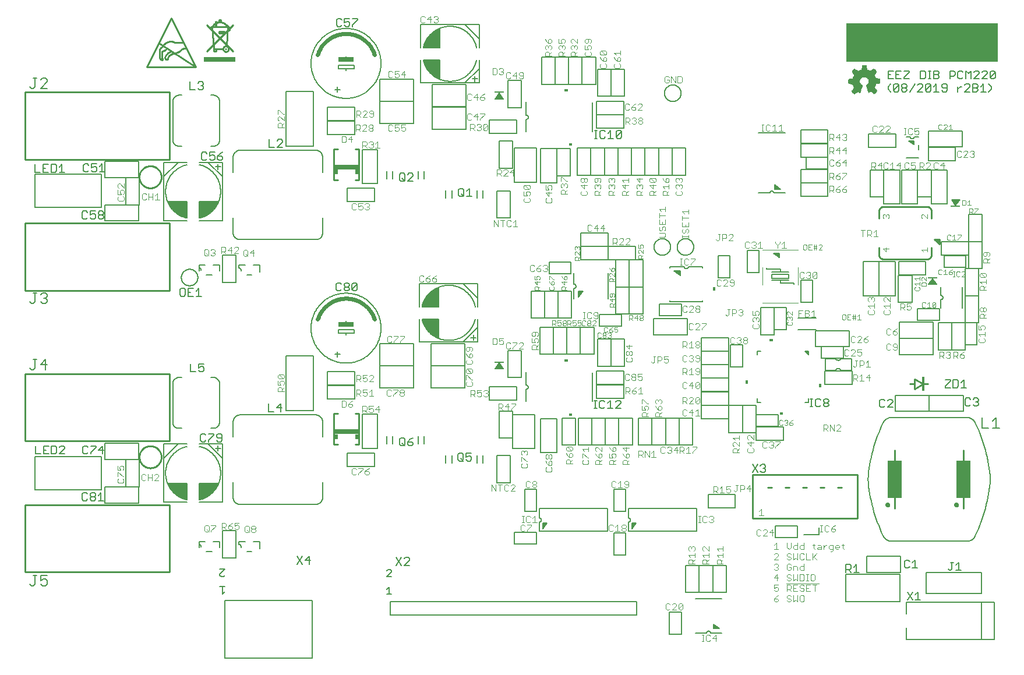
<source format=gto>
G75*
%MOIN*%
%OFA0B0*%
%FSLAX25Y25*%
%IPPOS*%
%LPD*%
%AMOC8*
5,1,8,0,0,1.08239X$1,22.5*
%
%ADD10R,0.01485X0.00015*%
%ADD11R,0.00045X0.00015*%
%ADD12R,0.00105X0.00015*%
%ADD13R,0.00165X0.00015*%
%ADD14R,0.00225X0.00015*%
%ADD15R,0.00285X0.00015*%
%ADD16R,0.00345X0.00015*%
%ADD17R,0.00405X0.00015*%
%ADD18R,0.00435X0.00015*%
%ADD19R,0.00465X0.00015*%
%ADD20R,0.00495X0.00015*%
%ADD21R,0.00540X0.00015*%
%ADD22R,0.00585X0.00015*%
%ADD23R,0.00645X0.00015*%
%ADD24R,0.00150X0.00015*%
%ADD25R,0.00675X0.00015*%
%ADD26R,0.00195X0.00015*%
%ADD27R,0.00705X0.00015*%
%ADD28R,0.00240X0.00015*%
%ADD29R,0.00735X0.00015*%
%ADD30R,0.00270X0.00015*%
%ADD31R,0.00765X0.00015*%
%ADD32R,0.00300X0.00015*%
%ADD33R,0.00810X0.00015*%
%ADD34R,0.00360X0.00015*%
%ADD35R,0.00855X0.00015*%
%ADD36R,0.00435X0.00015*%
%ADD37R,0.00915X0.00015*%
%ADD38R,0.00465X0.00015*%
%ADD39R,0.00945X0.00015*%
%ADD40R,0.00960X0.00015*%
%ADD41R,0.00525X0.00015*%
%ADD42R,0.00990X0.00015*%
%ADD43R,0.00555X0.00015*%
%ADD44R,0.01035X0.00015*%
%ADD45R,0.00600X0.00015*%
%ADD46R,0.01080X0.00015*%
%ADD47R,0.01125X0.00015*%
%ADD48R,0.01170X0.00015*%
%ADD49R,0.00720X0.00015*%
%ADD50R,0.01200X0.00015*%
%ADD51R,0.00750X0.00015*%
%ADD52R,0.01230X0.00015*%
%ADD53R,0.00780X0.00015*%
%ADD54R,0.01260X0.00015*%
%ADD55R,0.00810X0.00015*%
%ADD56R,0.01305X0.00015*%
%ADD57R,0.01365X0.00015*%
%ADD58R,0.00900X0.00015*%
%ADD59R,0.01395X0.00015*%
%ADD60R,0.01440X0.00015*%
%ADD61R,0.01470X0.00015*%
%ADD62R,0.01005X0.00015*%
%ADD63R,0.01500X0.00015*%
%ADD64R,0.01020X0.00015*%
%ADD65R,0.01530X0.00015*%
%ADD66R,0.01065X0.00015*%
%ADD67R,0.01575X0.00015*%
%ADD68R,0.01095X0.00015*%
%ADD69R,0.01635X0.00015*%
%ADD70R,0.01155X0.00015*%
%ADD71R,0.01680X0.00015*%
%ADD72R,0.01200X0.00015*%
%ADD73R,0.01710X0.00015*%
%ADD74R,0.01230X0.00015*%
%ADD75R,0.01725X0.00015*%
%ADD76R,0.01245X0.00015*%
%ADD77R,0.01755X0.00015*%
%ADD78R,0.01275X0.00015*%
%ADD79R,0.01800X0.00015*%
%ADD80R,0.01320X0.00015*%
%ADD81R,0.01860X0.00015*%
%ADD82R,0.01905X0.00015*%
%ADD83R,0.01410X0.00015*%
%ADD84R,0.01935X0.00015*%
%ADD85R,0.01455X0.00015*%
%ADD86R,0.01965X0.00015*%
%ADD87R,0.01485X0.00015*%
%ADD88R,0.01995X0.00015*%
%ADD89R,0.01515X0.00015*%
%ADD90R,0.02040X0.00015*%
%ADD91R,0.01530X0.00015*%
%ADD92R,0.02070X0.00015*%
%ADD93R,0.01575X0.00015*%
%ADD94R,0.02115X0.00015*%
%ADD95R,0.01620X0.00015*%
%ADD96R,0.02160X0.00015*%
%ADD97R,0.01665X0.00015*%
%ADD98R,0.02190X0.00015*%
%ADD99R,0.00075X0.00015*%
%ADD100R,0.01695X0.00015*%
%ADD101R,0.02220X0.00015*%
%ADD102R,0.00105X0.00015*%
%ADD103R,0.02235X0.00015*%
%ADD104R,0.00135X0.00015*%
%ADD105R,0.01755X0.00015*%
%ADD106R,0.02280X0.00015*%
%ADD107R,0.00180X0.00015*%
%ADD108R,0.01785X0.00015*%
%ADD109R,0.02340X0.00015*%
%ADD110R,0.00240X0.00015*%
%ADD111R,0.01830X0.00015*%
%ADD112R,0.02385X0.00015*%
%ADD113R,0.01890X0.00015*%
%ADD114R,0.02415X0.00015*%
%ADD115R,0.00330X0.00015*%
%ADD116R,0.00120X0.00015*%
%ADD117R,0.01920X0.00015*%
%ADD118R,0.02430X0.00015*%
%ADD119R,0.00375X0.00015*%
%ADD120R,0.02460X0.00015*%
%ADD121R,0.00405X0.00015*%
%ADD122R,0.00195X0.00015*%
%ADD123R,0.01965X0.00015*%
%ADD124R,0.02505X0.00015*%
%ADD125R,0.00210X0.00015*%
%ADD126R,0.02010X0.00015*%
%ADD127R,0.02535X0.00015*%
%ADD128R,0.00480X0.00015*%
%ADD129R,0.02580X0.00015*%
%ADD130R,0.00540X0.00015*%
%ADD131R,0.02085X0.00015*%
%ADD132R,0.02625X0.00015*%
%ADD133R,0.02130X0.00015*%
%ADD134R,0.02670X0.00015*%
%ADD135R,0.00630X0.00015*%
%ADD136R,0.02700X0.00015*%
%ADD137R,0.00660X0.00015*%
%ADD138R,0.00450X0.00015*%
%ADD139R,0.02190X0.00015*%
%ADD140R,0.02715X0.00015*%
%ADD141R,0.02205X0.00015*%
%ADD142R,0.02745X0.00015*%
%ADD143R,0.00510X0.00015*%
%ADD144R,0.02235X0.00015*%
%ADD145R,0.02775X0.00015*%
%ADD146R,0.02820X0.00015*%
%ADD147R,0.02310X0.00015*%
%ADD148R,0.02880X0.00015*%
%ADD149R,0.00855X0.00015*%
%ADD150R,0.02355X0.00015*%
%ADD151R,0.02895X0.00015*%
%ADD152R,0.00870X0.00015*%
%ADD153R,0.00660X0.00015*%
%ADD154R,0.02925X0.00015*%
%ADD155R,0.00690X0.00015*%
%ADD156R,0.02970X0.00015*%
%ADD157R,0.03000X0.00015*%
%ADD158R,0.00750X0.00015*%
%ADD159R,0.03045X0.00015*%
%ADD160R,0.01005X0.00015*%
%ADD161R,0.00780X0.00015*%
%ADD162R,0.02505X0.00015*%
%ADD163R,0.03090X0.00015*%
%ADD164R,0.01050X0.00015*%
%ADD165R,0.00825X0.00015*%
%ADD166R,0.02550X0.00015*%
%ADD167R,0.03135X0.00015*%
%ADD168R,0.01095X0.00015*%
%ADD169R,0.00870X0.00015*%
%ADD170R,0.03165X0.00015*%
%ADD171R,0.01125X0.00015*%
%ADD172R,0.02625X0.00015*%
%ADD173R,0.03195X0.00015*%
%ADD174R,0.01140X0.00015*%
%ADD175R,0.00930X0.00015*%
%ADD176R,0.02655X0.00015*%
%ADD177R,0.03210X0.00015*%
%ADD178R,0.00960X0.00015*%
%ADD179R,0.03240X0.00015*%
%ADD180R,0.02700X0.00015*%
%ADD181R,0.03285X0.00015*%
%ADD182R,0.01245X0.00015*%
%ADD183R,0.02745X0.00015*%
%ADD184R,0.03330X0.00015*%
%ADD185R,0.02790X0.00015*%
%ADD186R,0.03360X0.00015*%
%ADD187R,0.01110X0.00015*%
%ADD188R,0.02835X0.00015*%
%ADD189R,0.03390X0.00015*%
%ADD190R,0.01335X0.00015*%
%ADD191R,0.01140X0.00015*%
%ADD192R,0.02865X0.00015*%
%ADD193R,0.03420X0.00015*%
%ADD194R,0.01155X0.00015*%
%ADD195R,0.04905X0.00015*%
%ADD196R,0.04920X0.00015*%
%ADD197R,0.02940X0.00015*%
%ADD198R,0.04950X0.00015*%
%ADD199R,0.02985X0.00015*%
%ADD200R,0.04965X0.00015*%
%ADD201R,0.01275X0.00015*%
%ADD202R,0.03015X0.00015*%
%ADD203R,0.04980X0.00015*%
%ADD204R,0.03045X0.00015*%
%ADD205R,0.05010X0.00015*%
%ADD206R,0.01335X0.00015*%
%ADD207R,0.03075X0.00015*%
%ADD208R,0.01350X0.00015*%
%ADD209R,0.03105X0.00015*%
%ADD210R,0.05040X0.00015*%
%ADD211R,0.01380X0.00015*%
%ADD212R,0.05040X0.00015*%
%ADD213R,0.01410X0.00015*%
%ADD214R,0.03180X0.00015*%
%ADD215R,0.05070X0.00015*%
%ADD216R,0.03225X0.00015*%
%ADD217R,0.03255X0.00015*%
%ADD218R,0.05085X0.00015*%
%ADD219R,0.01515X0.00015*%
%ADD220R,0.03300X0.00015*%
%ADD221R,0.05100X0.00015*%
%ADD222R,0.04935X0.00015*%
%ADD223R,0.05115X0.00015*%
%ADD224R,0.04995X0.00015*%
%ADD225R,0.05130X0.00015*%
%ADD226R,0.05010X0.00015*%
%ADD227R,0.05130X0.00015*%
%ADD228R,0.05010X0.00015*%
%ADD229R,0.05025X0.00015*%
%ADD230R,0.05040X0.00015*%
%ADD231R,0.05055X0.00015*%
%ADD232R,0.05130X0.00015*%
%ADD233R,0.05085X0.00015*%
%ADD234R,0.05115X0.00015*%
%ADD235R,0.05145X0.00015*%
%ADD236R,0.05160X0.00015*%
%ADD237R,0.05130X0.00015*%
%ADD238R,0.05190X0.00015*%
%ADD239R,0.05190X0.00015*%
%ADD240R,0.05205X0.00015*%
%ADD241R,0.05220X0.00015*%
%ADD242R,0.05070X0.00015*%
%ADD243R,0.05085X0.00015*%
%ADD244R,0.05205X0.00015*%
%ADD245R,0.05220X0.00015*%
%ADD246R,0.05055X0.00015*%
%ADD247R,0.05025X0.00015*%
%ADD248R,0.05205X0.00015*%
%ADD249R,0.05025X0.00015*%
%ADD250R,0.05190X0.00015*%
%ADD251R,0.05190X0.00015*%
%ADD252R,0.04995X0.00015*%
%ADD253R,0.05175X0.00015*%
%ADD254R,0.04950X0.00015*%
%ADD255R,0.05145X0.00015*%
%ADD256R,0.05145X0.00015*%
%ADD257R,0.04920X0.00015*%
%ADD258R,0.04905X0.00015*%
%ADD259R,0.04905X0.00015*%
%ADD260R,0.05115X0.00015*%
%ADD261R,0.04890X0.00015*%
%ADD262R,0.04890X0.00015*%
%ADD263R,0.04875X0.00015*%
%ADD264R,0.04845X0.00015*%
%ADD265R,0.04830X0.00015*%
%ADD266R,0.04830X0.00015*%
%ADD267R,0.05070X0.00015*%
%ADD268R,0.04830X0.00015*%
%ADD269R,0.04815X0.00015*%
%ADD270R,0.04800X0.00015*%
%ADD271R,0.04800X0.00015*%
%ADD272R,0.05010X0.00015*%
%ADD273R,0.04785X0.00015*%
%ADD274R,0.04770X0.00015*%
%ADD275R,0.04770X0.00015*%
%ADD276R,0.04755X0.00015*%
%ADD277R,0.04740X0.00015*%
%ADD278R,0.04725X0.00015*%
%ADD279R,0.04725X0.00015*%
%ADD280R,0.04980X0.00015*%
%ADD281R,0.04710X0.00015*%
%ADD282R,0.04725X0.00015*%
%ADD283R,0.04710X0.00015*%
%ADD284R,0.04695X0.00015*%
%ADD285R,0.04680X0.00015*%
%ADD286R,0.04695X0.00015*%
%ADD287R,0.04680X0.00015*%
%ADD288R,0.04905X0.00015*%
%ADD289R,0.04665X0.00015*%
%ADD290R,0.04650X0.00015*%
%ADD291R,0.04635X0.00015*%
%ADD292R,0.04620X0.00015*%
%ADD293R,0.04620X0.00015*%
%ADD294R,0.04890X0.00015*%
%ADD295R,0.04605X0.00015*%
%ADD296R,0.04605X0.00015*%
%ADD297R,0.04590X0.00015*%
%ADD298R,0.04845X0.00015*%
%ADD299R,0.04575X0.00015*%
%ADD300R,0.04590X0.00015*%
%ADD301R,0.04575X0.00015*%
%ADD302R,0.04845X0.00015*%
%ADD303R,0.04560X0.00015*%
%ADD304R,0.04545X0.00015*%
%ADD305R,0.04530X0.00015*%
%ADD306R,0.04515X0.00015*%
%ADD307R,0.04530X0.00015*%
%ADD308R,0.04500X0.00015*%
%ADD309R,0.04515X0.00015*%
%ADD310R,0.04785X0.00015*%
%ADD311R,0.04485X0.00015*%
%ADD312R,0.04755X0.00015*%
%ADD313R,0.04470X0.00015*%
%ADD314R,0.04740X0.00015*%
%ADD315R,0.04485X0.00015*%
%ADD316R,0.04755X0.00015*%
%ADD317R,0.04545X0.00015*%
%ADD318R,0.04695X0.00015*%
%ADD319R,0.04680X0.00015*%
%ADD320R,0.04665X0.00015*%
%ADD321R,0.04725X0.00015*%
%ADD322R,0.04680X0.00015*%
%ADD323R,0.04860X0.00015*%
%ADD324R,0.04740X0.00015*%
%ADD325R,0.04875X0.00015*%
%ADD326R,0.04965X0.00015*%
%ADD327R,0.04860X0.00015*%
%ADD328R,0.04995X0.00015*%
%ADD329R,0.04875X0.00015*%
%ADD330R,0.04980X0.00015*%
%ADD331R,0.05235X0.00015*%
%ADD332R,0.05235X0.00015*%
%ADD333R,0.05250X0.00015*%
%ADD334R,0.05280X0.00015*%
%ADD335R,0.05295X0.00015*%
%ADD336R,0.05325X0.00015*%
%ADD337R,0.05340X0.00015*%
%ADD338R,0.05235X0.00015*%
%ADD339R,0.05355X0.00015*%
%ADD340R,0.05370X0.00015*%
%ADD341R,0.05265X0.00015*%
%ADD342R,0.05370X0.00015*%
%ADD343R,0.05280X0.00015*%
%ADD344R,0.05385X0.00015*%
%ADD345R,0.05295X0.00015*%
%ADD346R,0.05400X0.00015*%
%ADD347R,0.05415X0.00015*%
%ADD348R,0.05310X0.00015*%
%ADD349R,0.05430X0.00015*%
%ADD350R,0.05445X0.00015*%
%ADD351R,0.05460X0.00015*%
%ADD352R,0.05355X0.00015*%
%ADD353R,0.05475X0.00015*%
%ADD354R,0.05505X0.00015*%
%ADD355R,0.05520X0.00015*%
%ADD356R,0.05535X0.00015*%
%ADD357R,0.05550X0.00015*%
%ADD358R,0.05550X0.00015*%
%ADD359R,0.05475X0.00015*%
%ADD360R,0.05490X0.00015*%
%ADD361R,0.05475X0.00015*%
%ADD362R,0.05385X0.00015*%
%ADD363R,0.05370X0.00015*%
%ADD364R,0.05325X0.00015*%
%ADD365R,0.05310X0.00015*%
%ADD366R,0.05265X0.00015*%
%ADD367R,0.05175X0.00015*%
%ADD368R,0.04980X0.00015*%
%ADD369R,0.04965X0.00015*%
%ADD370R,0.04860X0.00015*%
%ADD371R,0.04845X0.00015*%
%ADD372R,0.04815X0.00015*%
%ADD373R,0.04770X0.00015*%
%ADD374R,0.05295X0.00015*%
%ADD375R,0.04635X0.00015*%
%ADD376R,0.05610X0.00015*%
%ADD377R,0.05700X0.00015*%
%ADD378R,0.05760X0.00015*%
%ADD379R,0.05805X0.00015*%
%ADD380R,0.05850X0.00015*%
%ADD381R,0.05895X0.00015*%
%ADD382R,0.06000X0.00015*%
%ADD383R,0.06135X0.00015*%
%ADD384R,0.06225X0.00015*%
%ADD385R,0.06300X0.00015*%
%ADD386R,0.06330X0.00015*%
%ADD387R,0.06375X0.00015*%
%ADD388R,0.06450X0.00015*%
%ADD389R,0.06570X0.00015*%
%ADD390R,0.05565X0.00015*%
%ADD391R,0.06690X0.00015*%
%ADD392R,0.06735X0.00015*%
%ADD393R,0.05790X0.00015*%
%ADD394R,0.06765X0.00015*%
%ADD395R,0.05850X0.00015*%
%ADD396R,0.06780X0.00015*%
%ADD397R,0.05895X0.00015*%
%ADD398R,0.06795X0.00015*%
%ADD399R,0.05955X0.00015*%
%ADD400R,0.06810X0.00015*%
%ADD401R,0.06060X0.00015*%
%ADD402R,0.06195X0.00015*%
%ADD403R,0.06825X0.00015*%
%ADD404R,0.06330X0.00015*%
%ADD405R,0.06840X0.00015*%
%ADD406R,0.06390X0.00015*%
%ADD407R,0.06495X0.00015*%
%ADD408R,0.06840X0.00015*%
%ADD409R,0.06555X0.00015*%
%ADD410R,0.06825X0.00015*%
%ADD411R,0.06645X0.00015*%
%ADD412R,0.06825X0.00015*%
%ADD413R,0.06705X0.00015*%
%ADD414R,0.06705X0.00015*%
%ADD415R,0.06810X0.00015*%
%ADD416R,0.06720X0.00015*%
%ADD417R,0.06795X0.00015*%
%ADD418R,0.06750X0.00015*%
%ADD419R,0.06765X0.00015*%
%ADD420R,0.06795X0.00015*%
%ADD421R,0.06780X0.00015*%
%ADD422R,0.06780X0.00015*%
%ADD423R,0.06750X0.00015*%
%ADD424R,0.06720X0.00015*%
%ADD425R,0.06720X0.00015*%
%ADD426R,0.06705X0.00015*%
%ADD427R,0.06705X0.00015*%
%ADD428R,0.06690X0.00015*%
%ADD429R,0.06675X0.00015*%
%ADD430R,0.06690X0.00015*%
%ADD431R,0.06675X0.00015*%
%ADD432R,0.06675X0.00015*%
%ADD433R,0.06660X0.00015*%
%ADD434R,0.06675X0.00015*%
%ADD435R,0.06660X0.00015*%
%ADD436R,0.06660X0.00015*%
%ADD437R,0.06645X0.00015*%
%ADD438R,0.06630X0.00015*%
%ADD439R,0.06660X0.00015*%
%ADD440R,0.06630X0.00015*%
%ADD441R,0.06645X0.00015*%
%ADD442R,0.06735X0.00015*%
%ADD443R,0.06765X0.00015*%
%ADD444R,0.06780X0.00015*%
%ADD445R,0.06825X0.00015*%
%ADD446R,0.06855X0.00015*%
%ADD447R,0.06855X0.00015*%
%ADD448R,0.06870X0.00015*%
%ADD449R,0.06885X0.00015*%
%ADD450R,0.06525X0.00015*%
%ADD451R,0.06405X0.00015*%
%ADD452R,0.06255X0.00015*%
%ADD453R,0.06165X0.00015*%
%ADD454R,0.06870X0.00015*%
%ADD455R,0.06120X0.00015*%
%ADD456R,0.06885X0.00015*%
%ADD457R,0.06060X0.00015*%
%ADD458R,0.06015X0.00015*%
%ADD459R,0.05910X0.00015*%
%ADD460R,0.05670X0.00015*%
%ADD461R,0.05595X0.00015*%
%ADD462R,0.06585X0.00015*%
%ADD463R,0.05160X0.00015*%
%ADD464R,0.06390X0.00015*%
%ADD465R,0.05025X0.00015*%
%ADD466R,0.06330X0.00015*%
%ADD467R,0.06075X0.00015*%
%ADD468R,0.05820X0.00015*%
%ADD469R,0.05775X0.00015*%
%ADD470R,0.05685X0.00015*%
%ADD471R,0.05460X0.00015*%
%ADD472R,0.04860X0.00015*%
%ADD473R,0.04935X0.00015*%
%ADD474R,0.05160X0.00015*%
%ADD475R,0.05325X0.00015*%
%ADD476R,0.05340X0.00015*%
%ADD477R,0.05355X0.00015*%
%ADD478R,0.05430X0.00015*%
%ADD479R,0.05535X0.00015*%
%ADD480R,0.05595X0.00015*%
%ADD481R,0.05640X0.00015*%
%ADD482R,0.05640X0.00015*%
%ADD483R,0.05670X0.00015*%
%ADD484R,0.05685X0.00015*%
%ADD485R,0.05700X0.00015*%
%ADD486R,0.05715X0.00015*%
%ADD487R,0.05715X0.00015*%
%ADD488R,0.05730X0.00015*%
%ADD489R,0.05745X0.00015*%
%ADD490R,0.05760X0.00015*%
%ADD491R,0.06000X0.00015*%
%ADD492R,0.06105X0.00015*%
%ADD493R,0.06180X0.00015*%
%ADD494R,0.06210X0.00015*%
%ADD495R,0.12690X0.00015*%
%ADD496R,0.12675X0.00015*%
%ADD497R,0.12660X0.00015*%
%ADD498R,0.12660X0.00015*%
%ADD499R,0.12645X0.00015*%
%ADD500R,0.12615X0.00015*%
%ADD501R,0.12600X0.00015*%
%ADD502R,0.12585X0.00015*%
%ADD503R,0.12555X0.00015*%
%ADD504R,0.12540X0.00015*%
%ADD505R,0.12525X0.00015*%
%ADD506R,0.12510X0.00015*%
%ADD507R,0.12510X0.00015*%
%ADD508R,0.12480X0.00015*%
%ADD509R,0.12450X0.00015*%
%ADD510R,0.12435X0.00015*%
%ADD511R,0.12420X0.00015*%
%ADD512R,0.12390X0.00015*%
%ADD513R,0.12375X0.00015*%
%ADD514R,0.12360X0.00015*%
%ADD515R,0.12330X0.00015*%
%ADD516R,0.12300X0.00015*%
%ADD517R,0.12285X0.00015*%
%ADD518R,0.12270X0.00015*%
%ADD519R,0.12255X0.00015*%
%ADD520R,0.12240X0.00015*%
%ADD521R,0.12225X0.00015*%
%ADD522R,0.12195X0.00015*%
%ADD523R,0.12165X0.00015*%
%ADD524R,0.12150X0.00015*%
%ADD525R,0.12135X0.00015*%
%ADD526R,0.12120X0.00015*%
%ADD527R,0.12090X0.00015*%
%ADD528R,0.12075X0.00015*%
%ADD529R,0.12060X0.00015*%
%ADD530R,0.12045X0.00015*%
%ADD531R,0.12015X0.00015*%
%ADD532R,0.12000X0.00015*%
%ADD533R,0.11985X0.00015*%
%ADD534R,0.11955X0.00015*%
%ADD535R,0.11940X0.00015*%
%ADD536R,0.11925X0.00015*%
%ADD537R,0.11910X0.00015*%
%ADD538R,0.11910X0.00015*%
%ADD539R,0.11880X0.00015*%
%ADD540R,0.11850X0.00015*%
%ADD541R,0.11835X0.00015*%
%ADD542R,0.11805X0.00015*%
%ADD543R,0.11775X0.00015*%
%ADD544R,0.11760X0.00015*%
%ADD545R,0.11745X0.00015*%
%ADD546R,0.11730X0.00015*%
%ADD547R,0.11700X0.00015*%
%ADD548R,0.11700X0.00015*%
%ADD549R,0.11685X0.00015*%
%ADD550R,0.11655X0.00015*%
%ADD551R,0.11640X0.00015*%
%ADD552R,0.11625X0.00015*%
%ADD553R,0.11625X0.00015*%
%ADD554R,0.11670X0.00015*%
%ADD555R,0.11715X0.00015*%
%ADD556R,0.11790X0.00015*%
%ADD557R,0.11820X0.00015*%
%ADD558R,0.11820X0.00015*%
%ADD559R,0.11880X0.00015*%
%ADD560R,0.11895X0.00015*%
%ADD561R,0.11970X0.00015*%
%ADD562R,0.12045X0.00015*%
%ADD563R,0.12075X0.00015*%
%ADD564R,0.12105X0.00015*%
%ADD565R,0.12135X0.00015*%
%ADD566R,0.12165X0.00015*%
%ADD567R,0.12180X0.00015*%
%ADD568R,0.12195X0.00015*%
%ADD569R,0.12210X0.00015*%
%ADD570R,0.12225X0.00015*%
%ADD571R,0.12255X0.00015*%
%ADD572R,0.12360X0.00015*%
%ADD573R,0.12390X0.00015*%
%ADD574R,0.12405X0.00015*%
%ADD575R,0.12435X0.00015*%
%ADD576R,0.12480X0.00015*%
%ADD577R,0.12480X0.00015*%
%ADD578R,0.12510X0.00015*%
%ADD579R,0.12570X0.00015*%
%ADD580R,0.12630X0.00015*%
%ADD581R,0.12675X0.00015*%
%ADD582R,0.12705X0.00015*%
%ADD583R,0.12735X0.00015*%
%ADD584R,0.12750X0.00015*%
%ADD585R,0.12780X0.00015*%
%ADD586R,0.12795X0.00015*%
%ADD587R,0.12810X0.00015*%
%ADD588R,0.12840X0.00015*%
%ADD589R,0.12855X0.00015*%
%ADD590R,0.12885X0.00015*%
%ADD591R,0.12900X0.00015*%
%ADD592R,0.12915X0.00015*%
%ADD593R,0.12945X0.00015*%
%ADD594R,0.12960X0.00015*%
%ADD595R,0.12990X0.00015*%
%ADD596R,0.13005X0.00015*%
%ADD597R,0.13020X0.00015*%
%ADD598R,0.13035X0.00015*%
%ADD599R,0.13065X0.00015*%
%ADD600R,0.13080X0.00015*%
%ADD601R,0.13110X0.00015*%
%ADD602R,0.13125X0.00015*%
%ADD603R,0.13155X0.00015*%
%ADD604R,0.13170X0.00015*%
%ADD605R,0.13200X0.00015*%
%ADD606R,0.13230X0.00015*%
%ADD607R,0.13260X0.00015*%
%ADD608R,0.13290X0.00015*%
%ADD609R,0.13320X0.00015*%
%ADD610R,0.13350X0.00015*%
%ADD611R,0.13365X0.00015*%
%ADD612R,0.13395X0.00015*%
%ADD613R,0.13425X0.00015*%
%ADD614R,0.13455X0.00015*%
%ADD615R,0.13470X0.00015*%
%ADD616R,0.13500X0.00015*%
%ADD617R,0.13530X0.00015*%
%ADD618R,0.13560X0.00015*%
%ADD619R,0.13575X0.00015*%
%ADD620R,0.13605X0.00015*%
%ADD621R,0.13635X0.00015*%
%ADD622R,0.13650X0.00015*%
%ADD623R,0.13680X0.00015*%
%ADD624R,0.13695X0.00015*%
%ADD625R,0.13725X0.00015*%
%ADD626R,0.13740X0.00015*%
%ADD627R,0.13770X0.00015*%
%ADD628R,0.13785X0.00015*%
%ADD629R,0.13800X0.00015*%
%ADD630R,0.13830X0.00015*%
%ADD631R,0.13860X0.00015*%
%ADD632R,0.13875X0.00015*%
%ADD633R,0.13905X0.00015*%
%ADD634R,0.13935X0.00015*%
%ADD635R,0.13950X0.00015*%
%ADD636R,0.13980X0.00015*%
%ADD637R,0.14010X0.00015*%
%ADD638R,0.14025X0.00015*%
%ADD639R,0.14055X0.00015*%
%ADD640R,0.14070X0.00015*%
%ADD641R,0.14085X0.00015*%
%ADD642R,0.14115X0.00015*%
%ADD643R,0.14145X0.00015*%
%ADD644R,0.14160X0.00015*%
%ADD645R,0.14190X0.00015*%
%ADD646R,0.14205X0.00015*%
%ADD647R,0.14220X0.00015*%
%ADD648R,0.14235X0.00015*%
%ADD649R,0.14265X0.00015*%
%ADD650R,0.14280X0.00015*%
%ADD651R,0.14295X0.00015*%
%ADD652R,0.14295X0.00015*%
%ADD653R,0.14250X0.00015*%
%ADD654R,0.14205X0.00015*%
%ADD655R,0.14175X0.00015*%
%ADD656R,0.14160X0.00015*%
%ADD657R,0.14130X0.00015*%
%ADD658R,0.14100X0.00015*%
%ADD659R,0.14040X0.00015*%
%ADD660R,0.14010X0.00015*%
%ADD661R,0.03465X0.00015*%
%ADD662R,0.10440X0.00015*%
%ADD663R,0.03420X0.00015*%
%ADD664R,0.10395X0.00015*%
%ADD665R,0.03375X0.00015*%
%ADD666R,0.10335X0.00015*%
%ADD667R,0.03570X0.00015*%
%ADD668R,0.06600X0.00015*%
%ADD669R,0.03525X0.00015*%
%ADD670R,0.03270X0.00015*%
%ADD671R,0.03495X0.00015*%
%ADD672R,0.03210X0.00015*%
%ADD673R,0.06480X0.00015*%
%ADD674R,0.03435X0.00015*%
%ADD675R,0.03165X0.00015*%
%ADD676R,0.03390X0.00015*%
%ADD677R,0.03120X0.00015*%
%ADD678R,0.06315X0.00015*%
%ADD679R,0.03345X0.00015*%
%ADD680R,0.03090X0.00015*%
%ADD681R,0.03075X0.00015*%
%ADD682R,0.06225X0.00015*%
%ADD683R,0.03270X0.00015*%
%ADD684R,0.06180X0.00015*%
%ADD685R,0.02970X0.00015*%
%ADD686R,0.06075X0.00015*%
%ADD687R,0.03195X0.00015*%
%ADD688R,0.02925X0.00015*%
%ADD689R,0.05985X0.00015*%
%ADD690R,0.03135X0.00015*%
%ADD691R,0.02850X0.00015*%
%ADD692R,0.05835X0.00015*%
%ADD693R,0.03030X0.00015*%
%ADD694R,0.02805X0.00015*%
%ADD695R,0.02730X0.00015*%
%ADD696R,0.05625X0.00015*%
%ADD697R,0.02925X0.00015*%
%ADD698R,0.02640X0.00015*%
%ADD699R,0.02595X0.00015*%
%ADD700R,0.02565X0.00015*%
%ADD701R,0.02760X0.00015*%
%ADD702R,0.02520X0.00015*%
%ADD703R,0.02730X0.00015*%
%ADD704R,0.02475X0.00015*%
%ADD705R,0.02685X0.00015*%
%ADD706R,0.02445X0.00015*%
%ADD707R,0.02400X0.00015*%
%ADD708R,0.02370X0.00015*%
%ADD709R,0.02565X0.00015*%
%ADD710R,0.02340X0.00015*%
%ADD711R,0.02325X0.00015*%
%ADD712R,0.02505X0.00015*%
%ADD713R,0.02280X0.00015*%
%ADD714R,0.02460X0.00015*%
%ADD715R,0.04560X0.00015*%
%ADD716R,0.02190X0.00015*%
%ADD717R,0.04440X0.00015*%
%ADD718R,0.02370X0.00015*%
%ADD719R,0.02145X0.00015*%
%ADD720R,0.04365X0.00015*%
%ADD721R,0.04320X0.00015*%
%ADD722R,0.02310X0.00015*%
%ADD723R,0.02100X0.00015*%
%ADD724R,0.04260X0.00015*%
%ADD725R,0.04200X0.00015*%
%ADD726R,0.02265X0.00015*%
%ADD727R,0.02040X0.00015*%
%ADD728R,0.04095X0.00015*%
%ADD729R,0.02220X0.00015*%
%ADD730R,0.03915X0.00015*%
%ADD731R,0.02175X0.00015*%
%ADD732R,0.03765X0.00015*%
%ADD733R,0.03675X0.00015*%
%ADD734R,0.01890X0.00015*%
%ADD735R,0.03615X0.00015*%
%ADD736R,0.02055X0.00015*%
%ADD737R,0.01860X0.00015*%
%ADD738R,0.03555X0.00015*%
%ADD739R,0.01815X0.00015*%
%ADD740R,0.03450X0.00015*%
%ADD741R,0.01725X0.00015*%
%ADD742R,0.03315X0.00015*%
%ADD743R,0.01905X0.00015*%
%ADD744R,0.01680X0.00015*%
%ADD745R,0.01650X0.00015*%
%ADD746R,0.01620X0.00015*%
%ADD747R,0.01590X0.00015*%
%ADD748R,0.01770X0.00015*%
%ADD749R,0.01560X0.00015*%
%ADD750R,0.03240X0.00015*%
%ADD751R,0.01740X0.00015*%
%ADD752R,0.01665X0.00015*%
%ADD753R,0.01455X0.00015*%
%ADD754R,0.01635X0.00015*%
%ADD755R,0.01410X0.00015*%
%ADD756R,0.01395X0.00015*%
%ADD757R,0.01365X0.00015*%
%ADD758R,0.01335X0.00015*%
%ADD759R,0.01290X0.00015*%
%ADD760R,0.03210X0.00015*%
%ADD761R,0.01455X0.00015*%
%ADD762R,0.01185X0.00015*%
%ADD763R,0.01290X0.00015*%
%ADD764R,0.01110X0.00015*%
%ADD765R,0.01260X0.00015*%
%ADD766R,0.03180X0.00015*%
%ADD767R,0.00975X0.00015*%
%ADD768R,0.03150X0.00015*%
%ADD769R,0.00885X0.00015*%
%ADD770R,0.03150X0.00015*%
%ADD771R,0.01050X0.00015*%
%ADD772R,0.00795X0.00015*%
%ADD773R,0.00885X0.00015*%
%ADD774R,0.00690X0.00015*%
%ADD775R,0.00840X0.00015*%
%ADD776R,0.00570X0.00015*%
%ADD777R,0.00525X0.00015*%
%ADD778R,0.03105X0.00015*%
%ADD779R,0.00660X0.00015*%
%ADD780R,0.00615X0.00015*%
%ADD781R,0.00420X0.00015*%
%ADD782R,0.00555X0.00015*%
%ADD783R,0.00390X0.00015*%
%ADD784R,0.00525X0.00015*%
%ADD785R,0.00360X0.00015*%
%ADD786R,0.00495X0.00015*%
%ADD787R,0.03075X0.00015*%
%ADD788R,0.00450X0.00015*%
%ADD789R,0.00225X0.00015*%
%ADD790R,0.00345X0.00015*%
%ADD791R,0.00255X0.00015*%
%ADD792R,0.03060X0.00015*%
%ADD793R,0.00180X0.00015*%
%ADD794R,0.00075X0.00015*%
%ADD795R,0.03000X0.00015*%
%ADD796R,0.02955X0.00015*%
%ADD797R,0.02940X0.00015*%
%ADD798R,0.02940X0.00015*%
%ADD799R,0.02910X0.00015*%
%ADD800R,0.02910X0.00015*%
%ADD801R,0.02865X0.00015*%
%ADD802R,0.02805X0.00015*%
%ADD803R,0.02775X0.00015*%
%ADD804R,0.02760X0.00015*%
%ADD805R,0.02655X0.00015*%
%ADD806R,0.02640X0.00015*%
%ADD807R,0.02610X0.00015*%
%ADD808R,0.02595X0.00015*%
%ADD809R,0.02535X0.00015*%
%ADD810R,0.02475X0.00015*%
%ADD811R,0.02175X0.00015*%
%ADD812R,0.01575X0.00015*%
%ADD813C,0.00500*%
%ADD814R,0.87000X0.22250*%
%ADD815C,0.00400*%
%ADD816C,0.00800*%
%ADD817C,0.00600*%
%ADD818C,0.01000*%
%ADD819R,0.18000X0.03000*%
%ADD820C,0.00300*%
%ADD821R,0.07874X0.21654*%
%ADD822C,0.01378*%
%ADD823C,0.00700*%
%ADD824C,0.00100*%
%ADD825R,0.05512X0.00787*%
%ADD826R,0.01969X0.02953*%
%ADD827R,0.14000X0.03000*%
%ADD828R,0.01181X0.08268*%
%ADD829R,0.09000X0.02500*%
%ADD830C,0.02400*%
%ADD831C,0.00394*%
%ADD832C,0.00787*%
D10*
X0645142Y0363412D03*
D11*
X0650457Y0358572D03*
X0653637Y0357867D03*
X0642252Y0357702D03*
D12*
X0642252Y0357717D03*
D13*
X0642252Y0357732D03*
D14*
X0642252Y0357747D03*
D15*
X0642252Y0357762D03*
X0642342Y0372147D03*
D16*
X0650502Y0358662D03*
X0642252Y0357777D03*
D17*
X0642252Y0357792D03*
X0650517Y0358677D03*
D18*
X0642252Y0357807D03*
D19*
X0642252Y0357822D03*
D20*
X0642252Y0357837D03*
X0653637Y0358002D03*
D21*
X0642259Y0357852D03*
D22*
X0642267Y0357867D03*
X0645282Y0358677D03*
X0650592Y0358767D03*
D23*
X0650607Y0358782D03*
X0653622Y0358062D03*
X0642267Y0357882D03*
D24*
X0650449Y0358602D03*
X0653644Y0357882D03*
D25*
X0653622Y0358077D03*
X0645252Y0358722D03*
X0642267Y0357897D03*
D26*
X0653637Y0357897D03*
D27*
X0650637Y0358827D03*
X0645237Y0358737D03*
X0642267Y0357912D03*
D28*
X0653644Y0357912D03*
D29*
X0642267Y0357927D03*
D30*
X0650479Y0358647D03*
X0653644Y0357927D03*
D31*
X0645222Y0358752D03*
X0642267Y0357942D03*
D32*
X0645379Y0358572D03*
X0653644Y0357942D03*
X0653269Y0372192D03*
D33*
X0642274Y0357957D03*
D34*
X0653644Y0357957D03*
D35*
X0653607Y0358152D03*
X0642282Y0357972D03*
D36*
X0645342Y0358632D03*
X0650532Y0358692D03*
X0653637Y0357972D03*
D37*
X0650697Y0358902D03*
X0645162Y0358827D03*
X0642282Y0357987D03*
X0642372Y0371892D03*
D38*
X0642357Y0372072D03*
X0653637Y0357987D03*
D39*
X0653607Y0358182D03*
X0645147Y0358842D03*
X0642282Y0358002D03*
X0647667Y0374067D03*
X0653247Y0371952D03*
D40*
X0642289Y0358017D03*
D41*
X0653637Y0358017D03*
D42*
X0653599Y0358197D03*
X0650719Y0358947D03*
X0642289Y0358032D03*
X0653239Y0371937D03*
D43*
X0653637Y0358032D03*
D44*
X0642297Y0358047D03*
D45*
X0653629Y0358047D03*
X0642364Y0372027D03*
D46*
X0653239Y0371892D03*
X0650749Y0358977D03*
X0642289Y0358062D03*
D47*
X0642297Y0358077D03*
D48*
X0642304Y0358092D03*
X0645079Y0358932D03*
X0650779Y0359037D03*
X0653224Y0371862D03*
D49*
X0653254Y0372042D03*
X0653614Y0358092D03*
D50*
X0642304Y0358107D03*
D51*
X0653614Y0358107D03*
D52*
X0642304Y0358122D03*
X0642394Y0371772D03*
X0653224Y0371847D03*
D53*
X0653254Y0372012D03*
X0653614Y0358122D03*
D54*
X0642304Y0358137D03*
D55*
X0645199Y0358767D03*
X0653614Y0358137D03*
X0653254Y0371997D03*
D56*
X0650832Y0359097D03*
X0642312Y0358152D03*
D57*
X0642312Y0358167D03*
X0645012Y0359022D03*
X0653577Y0358362D03*
D58*
X0653599Y0358167D03*
X0645169Y0358812D03*
D59*
X0642312Y0358182D03*
D60*
X0642319Y0358197D03*
D61*
X0642319Y0358212D03*
X0650869Y0359187D03*
D62*
X0653592Y0358212D03*
D63*
X0642319Y0358227D03*
X0642409Y0371667D03*
X0653209Y0371742D03*
D64*
X0653239Y0371922D03*
X0642379Y0371862D03*
X0653599Y0358227D03*
D65*
X0642319Y0358242D03*
D66*
X0653592Y0358242D03*
D67*
X0642327Y0358257D03*
D68*
X0653592Y0358257D03*
D69*
X0642327Y0358272D03*
D70*
X0653592Y0358272D03*
D71*
X0642334Y0358287D03*
D72*
X0645079Y0358947D03*
X0650794Y0359052D03*
X0653585Y0358287D03*
D73*
X0642334Y0358302D03*
D74*
X0653584Y0358302D03*
D75*
X0653547Y0358512D03*
X0642342Y0358317D03*
D76*
X0653577Y0358317D03*
D77*
X0642342Y0358332D03*
D78*
X0645042Y0358977D03*
X0653577Y0358332D03*
D79*
X0642335Y0358347D03*
X0653194Y0371622D03*
D80*
X0653224Y0371802D03*
X0653569Y0358347D03*
X0645034Y0358992D03*
D81*
X0642349Y0358362D03*
D82*
X0642357Y0358377D03*
X0642432Y0371502D03*
D83*
X0653569Y0358377D03*
D84*
X0653532Y0358602D03*
X0642357Y0358392D03*
X0642432Y0371487D03*
X0647847Y0374037D03*
D85*
X0650862Y0359172D03*
X0653562Y0358392D03*
D86*
X0642357Y0358407D03*
D87*
X0653562Y0358407D03*
D88*
X0642357Y0358422D03*
X0642432Y0371472D03*
D89*
X0653562Y0358422D03*
D90*
X0653524Y0358647D03*
X0642364Y0358437D03*
X0653179Y0371532D03*
D91*
X0653209Y0371727D03*
X0653554Y0358437D03*
D92*
X0642364Y0358452D03*
X0642439Y0371442D03*
D93*
X0653562Y0358452D03*
D94*
X0642372Y0358467D03*
D95*
X0653554Y0358467D03*
D96*
X0653509Y0358692D03*
X0642379Y0358482D03*
D97*
X0653547Y0358482D03*
D98*
X0642379Y0358497D03*
D99*
X0645432Y0358497D03*
D100*
X0653547Y0358497D03*
D101*
X0642379Y0358512D03*
D102*
X0645432Y0358512D03*
D103*
X0642387Y0358527D03*
X0642447Y0371367D03*
X0647862Y0373992D03*
D104*
X0645432Y0358527D03*
D105*
X0653547Y0358527D03*
D106*
X0653494Y0358752D03*
X0642394Y0358542D03*
D107*
X0645409Y0358542D03*
D108*
X0653547Y0358542D03*
X0642417Y0371562D03*
D109*
X0642394Y0358557D03*
D110*
X0645394Y0358557D03*
D111*
X0653539Y0358557D03*
X0653194Y0371607D03*
D112*
X0653487Y0358797D03*
X0642402Y0358572D03*
D113*
X0653539Y0358572D03*
D114*
X0653487Y0358812D03*
X0642402Y0358587D03*
X0653142Y0371367D03*
D115*
X0642349Y0372132D03*
X0645364Y0358587D03*
D116*
X0650449Y0358587D03*
X0642349Y0372177D03*
D117*
X0653539Y0358587D03*
D118*
X0653479Y0358827D03*
X0642409Y0358602D03*
X0647854Y0373917D03*
D119*
X0645357Y0358602D03*
D120*
X0642409Y0358617D03*
X0653479Y0358842D03*
D121*
X0645357Y0358617D03*
D122*
X0650457Y0358617D03*
D123*
X0653532Y0358617D03*
X0653187Y0371562D03*
D124*
X0642417Y0358632D03*
D125*
X0650464Y0358632D03*
D126*
X0653524Y0358632D03*
X0653179Y0371547D03*
D127*
X0653127Y0371322D03*
X0647847Y0373662D03*
X0647847Y0373677D03*
X0647847Y0373692D03*
X0647847Y0373722D03*
X0642417Y0358647D03*
D128*
X0645334Y0358647D03*
X0650539Y0358722D03*
X0653269Y0372132D03*
D129*
X0653119Y0371292D03*
X0647854Y0373587D03*
X0653464Y0358887D03*
X0642424Y0358662D03*
D130*
X0645304Y0358662D03*
X0650569Y0358752D03*
D131*
X0653517Y0358662D03*
X0653172Y0371502D03*
D132*
X0642432Y0358677D03*
D133*
X0653509Y0358677D03*
X0653164Y0371487D03*
X0642439Y0371412D03*
D134*
X0642499Y0371172D03*
X0647839Y0373377D03*
X0647839Y0373392D03*
X0653449Y0358932D03*
X0642439Y0358692D03*
D135*
X0645274Y0358692D03*
X0642364Y0372012D03*
D136*
X0647839Y0373257D03*
X0642439Y0358707D03*
D137*
X0645259Y0358707D03*
D138*
X0650539Y0358707D03*
D139*
X0653509Y0358707D03*
D140*
X0642447Y0358722D03*
X0647847Y0373152D03*
X0647847Y0373167D03*
X0647847Y0373182D03*
X0647847Y0373197D03*
X0647847Y0373212D03*
D141*
X0653502Y0358722D03*
D142*
X0642447Y0358737D03*
X0647847Y0373077D03*
D143*
X0650554Y0358737D03*
D144*
X0653502Y0358737D03*
D145*
X0642447Y0358752D03*
X0642507Y0371142D03*
X0653097Y0371217D03*
D146*
X0647839Y0372912D03*
X0647839Y0372927D03*
X0642514Y0371112D03*
X0642454Y0358767D03*
D147*
X0653494Y0358767D03*
D148*
X0653434Y0359022D03*
X0642454Y0358782D03*
X0642514Y0371082D03*
X0647839Y0372702D03*
X0647839Y0372717D03*
X0647839Y0372732D03*
X0647839Y0372747D03*
X0647839Y0372762D03*
X0647839Y0372777D03*
X0647839Y0372792D03*
X0653089Y0371172D03*
D149*
X0645177Y0358782D03*
D150*
X0653487Y0358782D03*
D151*
X0653427Y0359037D03*
X0642462Y0358797D03*
D152*
X0645169Y0358797D03*
D153*
X0650614Y0358797D03*
X0642364Y0371997D03*
D154*
X0642462Y0358812D03*
D155*
X0650629Y0358812D03*
D156*
X0642469Y0358827D03*
D157*
X0642469Y0358842D03*
X0653074Y0371127D03*
X0647824Y0372342D03*
X0647824Y0372372D03*
X0647824Y0372387D03*
D158*
X0653254Y0372027D03*
X0642364Y0371967D03*
X0650644Y0358842D03*
D159*
X0642477Y0358857D03*
D160*
X0645132Y0358857D03*
D161*
X0650659Y0358857D03*
D162*
X0653472Y0358857D03*
D163*
X0642484Y0358872D03*
X0647839Y0372102D03*
X0647839Y0372117D03*
X0647839Y0372132D03*
D164*
X0642379Y0371847D03*
X0645110Y0358872D03*
X0650734Y0358962D03*
D165*
X0650682Y0358872D03*
X0642372Y0371937D03*
D166*
X0647854Y0373647D03*
X0653464Y0358872D03*
D167*
X0653397Y0359142D03*
X0642492Y0358887D03*
X0647832Y0371937D03*
X0647832Y0371952D03*
X0647832Y0371967D03*
X0647832Y0371982D03*
X0647832Y0371997D03*
D168*
X0645102Y0358887D03*
D169*
X0650689Y0358887D03*
X0642364Y0371922D03*
D170*
X0647817Y0371877D03*
X0647817Y0371862D03*
X0642492Y0358902D03*
D171*
X0645102Y0358902D03*
X0642387Y0371817D03*
X0653232Y0371877D03*
D172*
X0653112Y0371277D03*
X0647847Y0373482D03*
X0647847Y0373497D03*
X0647847Y0373512D03*
X0642492Y0371202D03*
X0653457Y0358902D03*
D173*
X0642492Y0358917D03*
D174*
X0645094Y0358917D03*
D175*
X0650704Y0358917D03*
D176*
X0653457Y0358917D03*
X0647847Y0373422D03*
X0647847Y0373437D03*
X0647847Y0373452D03*
D177*
X0642499Y0358932D03*
D178*
X0650704Y0358932D03*
D179*
X0642499Y0358947D03*
D180*
X0653449Y0358947D03*
X0647839Y0373227D03*
X0647839Y0373242D03*
X0647839Y0373272D03*
X0647839Y0373287D03*
D181*
X0647832Y0371592D03*
X0642507Y0358962D03*
D182*
X0645057Y0358962D03*
X0650802Y0359067D03*
D183*
X0653442Y0358962D03*
D184*
X0642514Y0358977D03*
X0642559Y0370887D03*
D185*
X0647839Y0372972D03*
X0647839Y0372987D03*
X0653434Y0358977D03*
D186*
X0642514Y0358992D03*
X0647839Y0371562D03*
D187*
X0650764Y0358992D03*
D188*
X0653427Y0358992D03*
X0653097Y0371187D03*
X0647832Y0372882D03*
X0647832Y0372897D03*
D189*
X0642514Y0359007D03*
D190*
X0645027Y0359007D03*
D191*
X0650764Y0359007D03*
D192*
X0653427Y0359007D03*
X0647832Y0372807D03*
D193*
X0642514Y0359022D03*
D194*
X0650772Y0359022D03*
X0642387Y0371802D03*
D195*
X0643422Y0363432D03*
X0643662Y0363162D03*
X0643632Y0360087D03*
X0643242Y0359037D03*
X0651957Y0360777D03*
X0651972Y0360747D03*
X0652572Y0359217D03*
D196*
X0652054Y0360597D03*
X0652039Y0360627D03*
X0652039Y0360642D03*
X0652024Y0360672D03*
X0651979Y0363102D03*
X0651964Y0366867D03*
X0651949Y0366882D03*
X0651934Y0366897D03*
X0643414Y0366537D03*
X0643669Y0363147D03*
X0643684Y0363132D03*
X0643579Y0360012D03*
X0643564Y0359982D03*
X0643549Y0359952D03*
X0643234Y0359052D03*
D197*
X0653419Y0359052D03*
D198*
X0652579Y0359247D03*
X0652069Y0360567D03*
X0651544Y0361962D03*
X0644210Y0361797D03*
X0644210Y0361782D03*
X0643714Y0363087D03*
X0643699Y0363102D03*
X0643534Y0359922D03*
X0643234Y0359067D03*
X0643760Y0366912D03*
X0651919Y0366927D03*
D199*
X0647832Y0372402D03*
X0653412Y0359067D03*
D200*
X0652587Y0359262D03*
X0652092Y0360537D03*
X0652077Y0360552D03*
X0651537Y0361977D03*
X0643377Y0363447D03*
X0643767Y0366927D03*
X0643782Y0366942D03*
X0651897Y0366942D03*
X0643512Y0359892D03*
X0643512Y0359877D03*
X0643227Y0359082D03*
D201*
X0650817Y0359082D03*
D202*
X0653397Y0359082D03*
X0642537Y0371037D03*
D203*
X0643384Y0366522D03*
X0643729Y0363072D03*
X0643504Y0359862D03*
X0643489Y0359832D03*
X0643219Y0359097D03*
X0652099Y0360522D03*
X0652114Y0360492D03*
X0652114Y0360477D03*
X0652129Y0360462D03*
D204*
X0653397Y0359097D03*
X0653067Y0371097D03*
X0647832Y0372252D03*
X0647832Y0372267D03*
X0647832Y0372282D03*
X0642537Y0371022D03*
D205*
X0643804Y0366987D03*
X0651904Y0363012D03*
X0652204Y0360327D03*
X0643219Y0359127D03*
X0643219Y0359112D03*
D206*
X0650832Y0359112D03*
D207*
X0653397Y0359112D03*
D208*
X0650839Y0359127D03*
X0653224Y0371787D03*
D209*
X0647832Y0372012D03*
X0647832Y0372027D03*
X0647832Y0372042D03*
X0647832Y0372072D03*
X0647832Y0372087D03*
X0653397Y0359127D03*
D210*
X0652234Y0360267D03*
X0652219Y0360282D03*
X0643399Y0359682D03*
X0643399Y0359667D03*
X0643384Y0359652D03*
X0643219Y0359142D03*
X0643819Y0367002D03*
X0643834Y0367017D03*
D211*
X0650839Y0359142D03*
D212*
X0643219Y0359157D03*
D213*
X0650854Y0359157D03*
D214*
X0653389Y0359157D03*
D215*
X0643369Y0359622D03*
X0643219Y0359187D03*
X0643219Y0359172D03*
D216*
X0653382Y0359172D03*
X0653052Y0371037D03*
X0647817Y0371697D03*
X0647817Y0371712D03*
X0647817Y0371727D03*
X0647817Y0371742D03*
D217*
X0647817Y0371637D03*
X0642552Y0370932D03*
X0653367Y0359187D03*
D218*
X0643227Y0359202D03*
X0643827Y0362952D03*
D219*
X0650877Y0359202D03*
D220*
X0653359Y0359202D03*
X0653044Y0370992D03*
X0642559Y0370902D03*
D221*
X0643835Y0362937D03*
X0644194Y0361992D03*
X0643339Y0359562D03*
X0643339Y0359547D03*
X0643324Y0359532D03*
X0643324Y0359517D03*
X0643219Y0359232D03*
X0643219Y0359217D03*
X0651544Y0362097D03*
X0651544Y0362112D03*
X0651544Y0362127D03*
X0651544Y0362142D03*
X0651844Y0362922D03*
X0652339Y0360087D03*
X0652339Y0360072D03*
X0652354Y0360042D03*
X0651785Y0367077D03*
D222*
X0651927Y0366912D03*
X0652032Y0366822D03*
X0651972Y0363087D03*
X0651957Y0363072D03*
X0651537Y0361947D03*
X0652047Y0360612D03*
X0652062Y0360582D03*
X0652572Y0359232D03*
X0643572Y0359997D03*
X0643557Y0359967D03*
X0643542Y0359937D03*
X0643692Y0363117D03*
X0647832Y0371292D03*
D223*
X0643227Y0359277D03*
X0643227Y0359262D03*
X0643227Y0359247D03*
D224*
X0644202Y0361842D03*
X0644202Y0361872D03*
X0652137Y0360447D03*
X0652152Y0360432D03*
X0652167Y0360417D03*
X0652167Y0360402D03*
X0652587Y0359277D03*
D225*
X0652384Y0359982D03*
X0652369Y0359997D03*
X0643234Y0359352D03*
X0643234Y0359337D03*
X0643234Y0359322D03*
X0643234Y0359292D03*
X0651769Y0367092D03*
D226*
X0643759Y0363042D03*
X0644194Y0361902D03*
X0644194Y0361887D03*
X0643474Y0359787D03*
X0643459Y0359772D03*
X0652174Y0360387D03*
X0652594Y0359292D03*
D227*
X0643234Y0359307D03*
D228*
X0651544Y0362007D03*
X0652594Y0359307D03*
D229*
X0652602Y0359322D03*
X0644202Y0361917D03*
X0643782Y0362997D03*
X0643782Y0363012D03*
X0643767Y0363027D03*
X0643437Y0359742D03*
X0651852Y0367002D03*
X0651867Y0366987D03*
X0647832Y0371277D03*
D230*
X0651844Y0367017D03*
X0651889Y0362982D03*
X0651874Y0362967D03*
X0651544Y0362037D03*
X0651544Y0362022D03*
X0652594Y0359337D03*
X0644194Y0361932D03*
X0644194Y0361947D03*
X0643429Y0359727D03*
X0643414Y0359712D03*
D231*
X0643797Y0362982D03*
X0652257Y0360222D03*
X0652272Y0360192D03*
X0652287Y0360177D03*
X0652602Y0359352D03*
X0652137Y0366777D03*
X0651837Y0367032D03*
X0651822Y0367047D03*
D232*
X0643894Y0367077D03*
X0643864Y0362892D03*
X0644194Y0362022D03*
X0643294Y0359472D03*
X0643264Y0359427D03*
X0643249Y0359397D03*
X0643249Y0359382D03*
X0643249Y0359367D03*
X0651544Y0362172D03*
X0651544Y0362187D03*
D233*
X0651852Y0362937D03*
X0652542Y0363672D03*
X0651807Y0367062D03*
X0643872Y0367062D03*
X0643302Y0366492D03*
X0643347Y0359577D03*
X0652317Y0360117D03*
X0652317Y0360132D03*
X0652332Y0360102D03*
X0652617Y0359367D03*
D234*
X0652617Y0359382D03*
X0652617Y0359397D03*
X0652362Y0360012D03*
X0652362Y0360027D03*
X0651822Y0362892D03*
X0643842Y0362922D03*
X0643317Y0359502D03*
X0643302Y0359487D03*
D235*
X0643272Y0359442D03*
X0643257Y0359412D03*
X0643872Y0362877D03*
X0643917Y0367092D03*
X0647832Y0371262D03*
X0651732Y0367137D03*
X0651747Y0367122D03*
X0651807Y0362877D03*
X0651552Y0362202D03*
X0652407Y0359952D03*
X0652422Y0359922D03*
X0652437Y0359892D03*
X0652452Y0359877D03*
X0652617Y0359412D03*
D236*
X0652609Y0359427D03*
X0652609Y0359442D03*
X0652459Y0359862D03*
X0652414Y0359937D03*
X0651544Y0362217D03*
X0644194Y0362052D03*
X0644194Y0362037D03*
X0643939Y0367122D03*
D237*
X0643849Y0362907D03*
X0644194Y0362007D03*
X0643279Y0359457D03*
X0651754Y0367107D03*
D238*
X0652609Y0359457D03*
D239*
X0652609Y0359472D03*
X0652609Y0359487D03*
X0644194Y0362082D03*
X0644194Y0362097D03*
X0643894Y0362862D03*
D240*
X0644187Y0362127D03*
X0644187Y0362112D03*
X0651552Y0362247D03*
X0652602Y0363687D03*
X0652602Y0359547D03*
X0652602Y0359532D03*
X0652602Y0359517D03*
X0652602Y0359502D03*
D241*
X0652594Y0359562D03*
X0652594Y0359577D03*
X0652594Y0359592D03*
X0651544Y0362262D03*
X0644194Y0362142D03*
X0643909Y0362847D03*
X0651694Y0367167D03*
D242*
X0651859Y0362952D03*
X0651544Y0362082D03*
X0651544Y0362067D03*
X0651544Y0362052D03*
X0652249Y0360237D03*
X0652294Y0360162D03*
X0652309Y0360147D03*
X0644194Y0361962D03*
X0644194Y0361977D03*
X0643309Y0363462D03*
X0643849Y0367047D03*
X0643354Y0359592D03*
D243*
X0643362Y0359607D03*
D244*
X0652587Y0359607D03*
D245*
X0652579Y0359622D03*
X0652579Y0359637D03*
X0652564Y0359652D03*
X0652564Y0359667D03*
X0652549Y0359682D03*
X0652534Y0359697D03*
X0652519Y0359727D03*
X0651754Y0362832D03*
X0651769Y0362847D03*
X0643984Y0367167D03*
D246*
X0643842Y0367032D03*
X0643812Y0362967D03*
X0643377Y0359637D03*
X0652242Y0360252D03*
D247*
X0652212Y0360297D03*
X0652212Y0360312D03*
X0652197Y0360342D03*
X0651897Y0362997D03*
X0643407Y0359697D03*
D248*
X0652497Y0359772D03*
X0652512Y0359742D03*
X0652527Y0359712D03*
D249*
X0643452Y0359757D03*
D250*
X0652504Y0359757D03*
D251*
X0652489Y0359787D03*
X0652489Y0359802D03*
X0652219Y0366762D03*
X0643969Y0367152D03*
X0643234Y0363477D03*
D252*
X0643797Y0366972D03*
X0651882Y0366972D03*
X0652092Y0366792D03*
X0651927Y0363042D03*
X0651912Y0363027D03*
X0652182Y0360372D03*
X0643497Y0359847D03*
X0643482Y0359817D03*
X0643482Y0359802D03*
D253*
X0644187Y0362067D03*
X0651552Y0362232D03*
X0652467Y0359847D03*
X0652482Y0359832D03*
X0652482Y0359817D03*
X0651717Y0367152D03*
D254*
X0652054Y0366807D03*
X0652460Y0363657D03*
X0643534Y0359907D03*
D255*
X0652437Y0359907D03*
D256*
X0652392Y0359967D03*
D257*
X0651544Y0361917D03*
X0651544Y0361932D03*
X0651994Y0363117D03*
X0644209Y0361767D03*
X0643594Y0360027D03*
X0643744Y0366882D03*
D258*
X0643737Y0366867D03*
X0651987Y0366852D03*
X0652002Y0366837D03*
X0652017Y0363147D03*
X0652002Y0363132D03*
X0651537Y0361902D03*
X0651537Y0361887D03*
X0651987Y0360732D03*
X0651987Y0360717D03*
X0652002Y0360702D03*
X0652017Y0360687D03*
X0644217Y0361752D03*
X0643602Y0360042D03*
D259*
X0643617Y0360057D03*
D260*
X0651552Y0362157D03*
X0651837Y0362907D03*
X0652347Y0360057D03*
D261*
X0651544Y0361872D03*
X0652024Y0363162D03*
X0643624Y0360072D03*
D262*
X0643639Y0360102D03*
X0643639Y0360117D03*
X0643654Y0360147D03*
X0643654Y0363177D03*
X0643714Y0366852D03*
X0651934Y0360822D03*
X0651949Y0360792D03*
X0651964Y0360762D03*
D263*
X0651927Y0360837D03*
X0651927Y0360852D03*
X0643662Y0360162D03*
X0643647Y0360132D03*
X0643647Y0363192D03*
X0643707Y0366837D03*
D264*
X0643677Y0366792D03*
X0643677Y0360177D03*
X0651912Y0360867D03*
D265*
X0652069Y0363222D03*
X0643684Y0360192D03*
X0643669Y0366777D03*
D266*
X0643684Y0360207D03*
D267*
X0652264Y0360207D03*
D268*
X0651904Y0360882D03*
X0651889Y0360912D03*
X0651874Y0360942D03*
X0651859Y0360972D03*
X0651844Y0360987D03*
X0651529Y0361812D03*
X0652399Y0363642D03*
X0644209Y0361677D03*
X0644209Y0361662D03*
X0643714Y0360267D03*
X0643699Y0360237D03*
X0643699Y0360222D03*
X0643609Y0363252D03*
X0643474Y0363402D03*
X0643654Y0366762D03*
X0647839Y0371322D03*
D269*
X0643602Y0363267D03*
X0643752Y0360312D03*
X0643737Y0360297D03*
X0643722Y0360282D03*
X0643707Y0360252D03*
X0651522Y0361782D03*
X0651522Y0361797D03*
X0651807Y0361047D03*
X0651822Y0361032D03*
X0651822Y0361017D03*
X0651837Y0361002D03*
D270*
X0651799Y0361062D03*
X0651799Y0361077D03*
X0652085Y0363252D03*
X0652085Y0363267D03*
X0644209Y0361647D03*
X0644209Y0361632D03*
X0643789Y0360387D03*
X0643774Y0360342D03*
X0643759Y0360327D03*
X0643594Y0363282D03*
X0643579Y0363312D03*
X0643504Y0363387D03*
X0643624Y0366732D03*
X0643639Y0366747D03*
D271*
X0643774Y0360357D03*
X0651785Y0361107D03*
D272*
X0652189Y0360357D03*
D273*
X0651792Y0361092D03*
X0651522Y0361767D03*
X0652092Y0363282D03*
X0652107Y0363297D03*
X0652107Y0363312D03*
X0644217Y0361617D03*
X0643797Y0360417D03*
X0643797Y0360402D03*
X0643782Y0360372D03*
X0643587Y0363297D03*
X0643572Y0363327D03*
X0643602Y0366687D03*
X0643617Y0366702D03*
X0643617Y0366717D03*
D274*
X0643594Y0366672D03*
X0643564Y0363342D03*
X0644224Y0361602D03*
X0643804Y0360432D03*
X0651529Y0361752D03*
X0652114Y0363327D03*
X0647839Y0371337D03*
D275*
X0651769Y0361152D03*
X0643819Y0360447D03*
D276*
X0643827Y0360462D03*
X0643527Y0366567D03*
X0652362Y0363627D03*
D277*
X0643834Y0360477D03*
D278*
X0643842Y0360492D03*
X0643857Y0360522D03*
X0643542Y0366582D03*
X0643557Y0366597D03*
X0651657Y0361332D03*
X0651657Y0361317D03*
D279*
X0643857Y0360507D03*
D280*
X0652099Y0360507D03*
X0651889Y0366957D03*
X0643789Y0366957D03*
D281*
X0644239Y0361542D03*
X0643864Y0360537D03*
X0651634Y0361392D03*
X0651649Y0361362D03*
X0651649Y0361347D03*
D282*
X0651672Y0361302D03*
X0652137Y0363372D03*
X0643872Y0360552D03*
D283*
X0643879Y0360567D03*
X0643894Y0360582D03*
X0651529Y0361677D03*
X0651529Y0361692D03*
X0652144Y0363387D03*
X0652159Y0363402D03*
X0652159Y0363417D03*
X0652324Y0363612D03*
D284*
X0652167Y0363432D03*
X0643917Y0360612D03*
X0643902Y0360597D03*
D285*
X0643924Y0360627D03*
X0643939Y0360672D03*
X0643954Y0360687D03*
X0644239Y0361482D03*
X0644239Y0361497D03*
X0644239Y0361512D03*
X0651529Y0361602D03*
X0651529Y0361632D03*
X0651529Y0361647D03*
X0651589Y0361467D03*
X0651619Y0361422D03*
X0652174Y0363447D03*
D286*
X0651522Y0361662D03*
X0651612Y0361437D03*
X0651642Y0361377D03*
X0644232Y0361527D03*
X0643932Y0360642D03*
X0647847Y0371352D03*
D287*
X0643939Y0360657D03*
D288*
X0652032Y0360657D03*
D289*
X0651597Y0361452D03*
X0651582Y0361482D03*
X0651567Y0361497D03*
X0651537Y0361572D03*
X0651537Y0361587D03*
X0651522Y0361617D03*
X0652182Y0363462D03*
X0652197Y0363477D03*
X0643962Y0360717D03*
X0643962Y0360702D03*
D290*
X0643969Y0360732D03*
X0644239Y0361452D03*
X0644239Y0361467D03*
X0652204Y0363492D03*
X0652219Y0363522D03*
X0652234Y0363537D03*
X0652249Y0363552D03*
X0652264Y0363567D03*
X0652279Y0363582D03*
D291*
X0643992Y0360762D03*
X0643977Y0360747D03*
D292*
X0643999Y0360777D03*
X0643999Y0360792D03*
X0644014Y0360822D03*
X0644239Y0361437D03*
D293*
X0644014Y0360807D03*
D294*
X0651949Y0360807D03*
D295*
X0644022Y0360837D03*
D296*
X0644037Y0360852D03*
X0644052Y0360867D03*
D297*
X0644059Y0360882D03*
X0644074Y0360897D03*
X0644074Y0360912D03*
D298*
X0644217Y0361692D03*
X0643617Y0363237D03*
X0643467Y0366552D03*
X0651882Y0360927D03*
X0651897Y0360897D03*
D299*
X0644082Y0360927D03*
D300*
X0644089Y0360942D03*
X0644239Y0361422D03*
D301*
X0644247Y0361407D03*
X0644097Y0360957D03*
D302*
X0651867Y0360957D03*
D303*
X0644119Y0360987D03*
X0644104Y0360972D03*
D304*
X0644127Y0361002D03*
D305*
X0644134Y0361017D03*
X0644134Y0361032D03*
D306*
X0644142Y0361047D03*
X0644157Y0361077D03*
X0644247Y0361332D03*
X0644247Y0361347D03*
D307*
X0644254Y0361362D03*
X0644149Y0361062D03*
D308*
X0644164Y0361092D03*
X0644179Y0361122D03*
X0644194Y0361137D03*
X0644254Y0361302D03*
X0644254Y0361317D03*
D309*
X0644172Y0361107D03*
D310*
X0643527Y0363372D03*
X0651777Y0361137D03*
X0651777Y0361122D03*
D311*
X0644247Y0361242D03*
X0644247Y0361272D03*
X0644247Y0361287D03*
X0644232Y0361212D03*
X0644232Y0361197D03*
X0644217Y0361167D03*
X0644202Y0361152D03*
D312*
X0643572Y0366627D03*
X0643587Y0366642D03*
X0652122Y0363342D03*
X0651522Y0361737D03*
X0651687Y0361272D03*
X0651717Y0361227D03*
X0651732Y0361197D03*
X0651747Y0361182D03*
X0651747Y0361167D03*
D313*
X0644239Y0361227D03*
X0644224Y0361182D03*
D314*
X0644224Y0361572D03*
X0644224Y0361587D03*
X0643564Y0366612D03*
X0651529Y0361722D03*
X0651679Y0361287D03*
X0651709Y0361242D03*
X0651724Y0361212D03*
D315*
X0644247Y0361257D03*
D316*
X0651702Y0361257D03*
D317*
X0644247Y0361377D03*
X0644247Y0361392D03*
D318*
X0651627Y0361407D03*
D319*
X0651559Y0361512D03*
D320*
X0651552Y0361527D03*
X0651552Y0361542D03*
X0652302Y0363597D03*
D321*
X0644232Y0361557D03*
D322*
X0651544Y0361557D03*
D323*
X0644209Y0361707D03*
X0643639Y0363207D03*
D324*
X0651529Y0361707D03*
X0652129Y0363357D03*
D325*
X0651537Y0361842D03*
X0644217Y0361737D03*
X0644217Y0361722D03*
D326*
X0644202Y0361812D03*
X0644202Y0361827D03*
D327*
X0643624Y0363222D03*
X0643459Y0363417D03*
X0651529Y0361827D03*
X0652039Y0363177D03*
D328*
X0644202Y0361857D03*
D329*
X0651537Y0361857D03*
X0647832Y0371307D03*
D330*
X0651544Y0361992D03*
D331*
X0644187Y0362157D03*
D332*
X0644187Y0362172D03*
X0647832Y0371247D03*
D333*
X0643189Y0363492D03*
X0643924Y0362832D03*
X0644179Y0362187D03*
X0651544Y0362292D03*
X0651739Y0362817D03*
D334*
X0651664Y0367197D03*
X0644029Y0367197D03*
X0643954Y0362802D03*
X0644179Y0362217D03*
X0644179Y0362202D03*
D335*
X0644172Y0362232D03*
X0643962Y0362787D03*
X0651642Y0367212D03*
X0647832Y0371232D03*
D336*
X0644052Y0367242D03*
X0652332Y0366732D03*
X0651552Y0362427D03*
X0651552Y0362412D03*
X0644172Y0362262D03*
X0644172Y0362247D03*
D337*
X0644179Y0362277D03*
X0651544Y0362442D03*
D338*
X0651552Y0362277D03*
D339*
X0651552Y0362472D03*
X0652707Y0363732D03*
X0644172Y0362292D03*
X0643122Y0363522D03*
X0647832Y0371217D03*
D340*
X0644179Y0362307D03*
D341*
X0651552Y0362307D03*
D342*
X0651649Y0362742D03*
X0644179Y0362322D03*
X0644029Y0362742D03*
D343*
X0651544Y0362337D03*
X0651544Y0362322D03*
D344*
X0651552Y0362487D03*
X0651582Y0367272D03*
X0647832Y0371202D03*
X0643092Y0363537D03*
X0644187Y0362352D03*
X0644187Y0362337D03*
D345*
X0651552Y0362352D03*
X0651552Y0362367D03*
X0651702Y0362772D03*
X0644037Y0367212D03*
D346*
X0644104Y0367272D03*
X0644044Y0362727D03*
X0644059Y0362712D03*
X0644074Y0362697D03*
X0644179Y0362367D03*
X0651559Y0362502D03*
X0651604Y0362697D03*
D347*
X0651597Y0362682D03*
X0651552Y0362517D03*
X0652392Y0366702D03*
X0651567Y0367287D03*
X0643092Y0366447D03*
X0644187Y0362397D03*
X0644187Y0362382D03*
D348*
X0643159Y0366462D03*
X0644044Y0367227D03*
X0651544Y0362397D03*
X0651544Y0362382D03*
D349*
X0644179Y0362412D03*
X0644179Y0362427D03*
X0644089Y0362682D03*
D350*
X0644172Y0362442D03*
X0651552Y0362532D03*
X0651552Y0362547D03*
X0651582Y0362667D03*
X0652752Y0363747D03*
X0651552Y0367302D03*
X0647832Y0371187D03*
D351*
X0644179Y0362457D03*
D352*
X0644007Y0362757D03*
X0651552Y0362457D03*
D353*
X0651552Y0362562D03*
X0651552Y0362577D03*
X0651552Y0362592D03*
X0651552Y0362622D03*
X0651567Y0362652D03*
X0644172Y0362487D03*
X0644172Y0362472D03*
D354*
X0644172Y0362502D03*
X0644172Y0362517D03*
X0644142Y0362652D03*
X0643047Y0366432D03*
X0644172Y0367332D03*
D355*
X0644149Y0362637D03*
X0644164Y0362547D03*
X0644164Y0362532D03*
X0651484Y0367347D03*
X0647839Y0371172D03*
D356*
X0644157Y0362622D03*
X0644172Y0362577D03*
X0644172Y0362562D03*
D357*
X0644164Y0362592D03*
X0643010Y0366417D03*
D358*
X0644164Y0362607D03*
D359*
X0651552Y0362607D03*
D360*
X0651559Y0362637D03*
D361*
X0651507Y0367332D03*
X0644157Y0367317D03*
X0644142Y0367302D03*
X0643047Y0363552D03*
X0644112Y0362667D03*
D362*
X0651627Y0362712D03*
D363*
X0651634Y0362727D03*
X0652369Y0366717D03*
D364*
X0651672Y0362757D03*
D365*
X0652669Y0363717D03*
X0651634Y0367227D03*
X0643984Y0362772D03*
D366*
X0643947Y0362817D03*
X0644007Y0367182D03*
X0651672Y0367182D03*
X0652287Y0366747D03*
X0652647Y0363702D03*
X0651732Y0362802D03*
X0651717Y0362787D03*
D367*
X0651792Y0362862D03*
X0643947Y0367137D03*
D368*
X0643744Y0363057D03*
D369*
X0651942Y0363057D03*
D370*
X0652054Y0363192D03*
X0643699Y0366822D03*
D371*
X0652062Y0363207D03*
D372*
X0652077Y0363237D03*
D373*
X0643549Y0363357D03*
X0643594Y0366657D03*
D374*
X0643152Y0363507D03*
D375*
X0652212Y0363507D03*
D376*
X0642964Y0363567D03*
D377*
X0642904Y0363582D03*
X0652909Y0363777D03*
D378*
X0647839Y0371127D03*
X0642874Y0366372D03*
X0642859Y0363597D03*
D379*
X0642822Y0363612D03*
X0647832Y0371112D03*
D380*
X0652684Y0366612D03*
X0642799Y0363627D03*
D381*
X0642762Y0363642D03*
X0647832Y0371082D03*
X0652722Y0366597D03*
D382*
X0642709Y0363657D03*
D383*
X0642627Y0363672D03*
X0647832Y0371037D03*
D384*
X0642582Y0363687D03*
D385*
X0642544Y0363702D03*
X0651035Y0367497D03*
X0652985Y0366522D03*
D386*
X0642514Y0363717D03*
D387*
X0642492Y0363732D03*
D388*
X0642439Y0363747D03*
X0653344Y0363912D03*
X0653089Y0366477D03*
D389*
X0647824Y0370917D03*
X0642364Y0363762D03*
D390*
X0651447Y0367362D03*
X0652482Y0366672D03*
X0652827Y0363762D03*
D391*
X0647839Y0370887D03*
X0642049Y0365562D03*
X0642049Y0365547D03*
X0642049Y0365532D03*
X0642049Y0365517D03*
X0642049Y0365502D03*
X0642049Y0365487D03*
X0642034Y0365397D03*
X0642034Y0365382D03*
X0642034Y0365367D03*
X0642034Y0364617D03*
X0642034Y0364602D03*
X0642034Y0364587D03*
X0642034Y0364572D03*
X0642034Y0364542D03*
X0642034Y0364527D03*
X0642034Y0364512D03*
X0642034Y0364497D03*
X0642034Y0364482D03*
X0642304Y0363777D03*
D392*
X0642267Y0363792D03*
X0642057Y0364287D03*
X0642057Y0364302D03*
X0642057Y0364317D03*
X0642072Y0365682D03*
X0642072Y0365697D03*
X0642282Y0366192D03*
X0653592Y0365787D03*
X0653607Y0365742D03*
X0653622Y0364242D03*
X0653622Y0364227D03*
X0653562Y0364032D03*
X0653547Y0364017D03*
D393*
X0652969Y0363792D03*
D394*
X0642237Y0363807D03*
X0642087Y0365757D03*
D395*
X0652999Y0363807D03*
D396*
X0653584Y0364077D03*
X0653584Y0364092D03*
X0653599Y0364122D03*
X0653599Y0364137D03*
X0653599Y0364152D03*
X0653524Y0366027D03*
X0653299Y0366417D03*
X0642229Y0366162D03*
X0642229Y0363822D03*
D397*
X0653037Y0363822D03*
D398*
X0642207Y0363837D03*
X0642132Y0365982D03*
D399*
X0652767Y0366582D03*
X0653067Y0363837D03*
D400*
X0642199Y0363852D03*
X0642184Y0363867D03*
X0642139Y0365997D03*
X0642184Y0366087D03*
X0642199Y0366132D03*
X0642214Y0366147D03*
D401*
X0653119Y0363852D03*
D402*
X0653202Y0363867D03*
X0652902Y0366552D03*
D403*
X0642192Y0366117D03*
X0642192Y0366102D03*
X0642177Y0366072D03*
X0642162Y0366042D03*
X0642162Y0366027D03*
X0642147Y0366012D03*
X0642177Y0363882D03*
D404*
X0653269Y0363882D03*
D405*
X0642169Y0363897D03*
X0642154Y0363912D03*
X0642154Y0363927D03*
D406*
X0653314Y0363897D03*
D407*
X0653382Y0363927D03*
D408*
X0653479Y0366177D03*
X0653344Y0366387D03*
X0642139Y0363942D03*
D409*
X0653427Y0363942D03*
D410*
X0642132Y0363957D03*
D411*
X0653487Y0363957D03*
X0653682Y0365157D03*
X0653667Y0365307D03*
D412*
X0653502Y0366102D03*
X0653502Y0366117D03*
X0653487Y0366147D03*
X0653487Y0366162D03*
X0642132Y0363972D03*
X0642117Y0363987D03*
D413*
X0653517Y0363972D03*
X0653637Y0364302D03*
X0653637Y0364317D03*
X0653637Y0364332D03*
X0653652Y0364377D03*
X0653652Y0364392D03*
X0653652Y0364422D03*
X0653652Y0364437D03*
X0653652Y0364452D03*
X0653637Y0365592D03*
X0653637Y0365622D03*
X0653637Y0365637D03*
D414*
X0653622Y0365667D03*
X0653622Y0365682D03*
X0653622Y0365697D03*
X0653532Y0363987D03*
X0642042Y0364392D03*
X0642042Y0364422D03*
X0642042Y0364437D03*
X0642042Y0364452D03*
X0642042Y0364467D03*
X0642057Y0365577D03*
X0642057Y0365592D03*
X0642057Y0365622D03*
X0642057Y0365637D03*
D415*
X0642124Y0365967D03*
X0642109Y0364032D03*
X0642109Y0364017D03*
X0642109Y0364002D03*
X0653329Y0366402D03*
X0653494Y0366132D03*
X0653509Y0366087D03*
X0653509Y0366072D03*
D416*
X0653614Y0365727D03*
X0653614Y0365712D03*
X0653629Y0364287D03*
X0653629Y0364272D03*
X0653539Y0364002D03*
X0642049Y0364332D03*
X0642049Y0364347D03*
X0642049Y0364362D03*
X0642049Y0364377D03*
X0642064Y0365652D03*
X0642064Y0365667D03*
D417*
X0642117Y0365937D03*
X0642117Y0365952D03*
X0642102Y0364092D03*
X0642102Y0364077D03*
X0642102Y0364062D03*
X0642102Y0364047D03*
X0653517Y0366042D03*
D418*
X0653554Y0365967D03*
X0653554Y0365952D03*
X0653554Y0365937D03*
X0653569Y0365922D03*
X0653569Y0365892D03*
X0653569Y0365877D03*
X0653569Y0365862D03*
X0653584Y0365847D03*
X0653584Y0365832D03*
X0653584Y0365817D03*
X0653584Y0365802D03*
X0653599Y0365772D03*
X0653269Y0366432D03*
X0653614Y0364212D03*
X0653614Y0364197D03*
X0653569Y0364047D03*
X0642079Y0364227D03*
X0642064Y0364272D03*
X0642079Y0365712D03*
X0642079Y0365727D03*
X0642094Y0365772D03*
X0642260Y0366177D03*
D419*
X0642087Y0365742D03*
X0642072Y0364242D03*
X0642087Y0364212D03*
X0642087Y0364197D03*
X0642087Y0364182D03*
X0653577Y0364062D03*
X0653607Y0364167D03*
X0653607Y0364182D03*
X0653547Y0365982D03*
X0653547Y0365997D03*
X0653532Y0366012D03*
D420*
X0653517Y0366057D03*
X0642102Y0364107D03*
D421*
X0653599Y0364107D03*
D422*
X0642094Y0364122D03*
X0642094Y0364137D03*
X0642094Y0364152D03*
X0642094Y0364167D03*
X0642109Y0365862D03*
X0642109Y0365877D03*
X0642109Y0365892D03*
X0642109Y0365922D03*
D423*
X0642064Y0364257D03*
X0653569Y0365907D03*
D424*
X0653629Y0364257D03*
X0642304Y0366207D03*
D425*
X0653644Y0364362D03*
X0653644Y0364347D03*
D426*
X0642042Y0364407D03*
X0642057Y0365607D03*
D427*
X0653637Y0365607D03*
X0653652Y0364407D03*
D428*
X0653659Y0364467D03*
X0653659Y0364482D03*
X0653659Y0364497D03*
X0653659Y0364512D03*
X0653659Y0364527D03*
X0653644Y0365517D03*
X0653644Y0365532D03*
X0653644Y0365547D03*
X0653644Y0365562D03*
X0653644Y0365577D03*
X0653629Y0365652D03*
D429*
X0653652Y0365502D03*
X0653652Y0365487D03*
X0653652Y0365472D03*
X0653652Y0365442D03*
X0653652Y0365427D03*
X0653667Y0364632D03*
X0653667Y0364617D03*
X0653667Y0364602D03*
X0653667Y0364587D03*
X0653667Y0364572D03*
X0653667Y0364542D03*
X0653232Y0366447D03*
D430*
X0642034Y0364557D03*
D431*
X0653667Y0364557D03*
X0653652Y0365457D03*
D432*
X0642327Y0366222D03*
X0642042Y0365472D03*
X0642042Y0365442D03*
X0642042Y0365427D03*
X0642042Y0365412D03*
X0642027Y0365352D03*
X0642027Y0365337D03*
X0642027Y0365322D03*
X0642027Y0365292D03*
X0642027Y0365277D03*
X0642027Y0365262D03*
X0642027Y0365247D03*
X0642027Y0364722D03*
X0642027Y0364692D03*
X0642027Y0364677D03*
X0642027Y0364662D03*
X0642027Y0364647D03*
X0642027Y0364632D03*
D433*
X0653674Y0364647D03*
X0653674Y0364662D03*
X0653674Y0364677D03*
X0653674Y0364692D03*
X0653674Y0364722D03*
X0653674Y0365232D03*
X0653674Y0365247D03*
X0653674Y0365262D03*
X0653659Y0365322D03*
X0653659Y0365337D03*
X0653659Y0365352D03*
X0653659Y0365367D03*
X0653659Y0365382D03*
X0653659Y0365397D03*
X0653659Y0365412D03*
D434*
X0642042Y0365457D03*
X0642027Y0365307D03*
X0642027Y0364707D03*
D435*
X0653674Y0364707D03*
D436*
X0642019Y0364737D03*
X0642019Y0364752D03*
X0642019Y0364767D03*
X0642019Y0364782D03*
X0642019Y0364797D03*
X0642019Y0364812D03*
X0642004Y0364827D03*
X0642004Y0364842D03*
X0642004Y0364872D03*
X0642004Y0364887D03*
X0642004Y0364902D03*
X0642004Y0364917D03*
X0642019Y0365142D03*
X0642019Y0365172D03*
X0642019Y0365187D03*
X0642019Y0365202D03*
X0642019Y0365217D03*
X0642019Y0365232D03*
D437*
X0641997Y0364962D03*
X0641997Y0364947D03*
X0641997Y0364932D03*
X0653667Y0365277D03*
X0653667Y0365292D03*
X0653682Y0365217D03*
X0653682Y0365202D03*
X0653682Y0365187D03*
X0653682Y0365172D03*
X0653682Y0365142D03*
X0653682Y0365127D03*
X0653682Y0364827D03*
X0653682Y0364812D03*
X0653682Y0364797D03*
X0653682Y0364782D03*
X0653682Y0364767D03*
X0653682Y0364752D03*
X0653682Y0364737D03*
D438*
X0653689Y0364842D03*
X0653689Y0364872D03*
X0653689Y0364887D03*
X0653689Y0364902D03*
X0653689Y0364917D03*
X0653689Y0364932D03*
X0653689Y0364947D03*
X0653689Y0364962D03*
X0653689Y0364977D03*
X0653689Y0364992D03*
X0653689Y0365022D03*
X0653689Y0365037D03*
X0653689Y0365052D03*
X0653689Y0365067D03*
X0653689Y0365082D03*
X0653689Y0365097D03*
X0653689Y0365112D03*
X0642364Y0366237D03*
X0642004Y0365037D03*
X0642004Y0365022D03*
X0642004Y0364992D03*
X0642004Y0364977D03*
D439*
X0642004Y0364857D03*
X0642019Y0365157D03*
D440*
X0642004Y0365007D03*
X0653689Y0365007D03*
X0653689Y0364857D03*
D441*
X0642012Y0365052D03*
X0642012Y0365067D03*
X0642012Y0365082D03*
X0642012Y0365097D03*
X0642012Y0365112D03*
X0642012Y0365127D03*
D442*
X0653607Y0365757D03*
D443*
X0642102Y0365787D03*
X0642102Y0365802D03*
X0642102Y0365817D03*
X0642102Y0365832D03*
X0642102Y0365847D03*
D444*
X0642109Y0365907D03*
D445*
X0642177Y0366057D03*
D446*
X0653367Y0366372D03*
X0653472Y0366192D03*
D447*
X0653472Y0366207D03*
X0653382Y0366357D03*
D448*
X0653404Y0366342D03*
X0653449Y0366252D03*
X0653464Y0366222D03*
D449*
X0653457Y0366237D03*
X0653442Y0366267D03*
X0653442Y0366282D03*
D450*
X0647832Y0370932D03*
X0642417Y0366252D03*
D451*
X0642492Y0366267D03*
X0647832Y0370962D03*
D452*
X0647832Y0370992D03*
X0652947Y0366537D03*
X0642567Y0366282D03*
D453*
X0642612Y0366297D03*
D454*
X0653419Y0366327D03*
X0653434Y0366297D03*
D455*
X0642649Y0366312D03*
D456*
X0653427Y0366312D03*
D457*
X0642679Y0366327D03*
D458*
X0642717Y0366342D03*
D459*
X0642784Y0366357D03*
D460*
X0642934Y0366387D03*
D461*
X0642987Y0366402D03*
D462*
X0653172Y0366462D03*
D463*
X0643249Y0366477D03*
D464*
X0653044Y0366492D03*
D465*
X0643347Y0366507D03*
D466*
X0653014Y0366507D03*
D467*
X0652827Y0366567D03*
D468*
X0652654Y0366627D03*
X0651289Y0367452D03*
X0644389Y0367452D03*
D469*
X0652617Y0366642D03*
D470*
X0652557Y0366657D03*
D471*
X0652429Y0366687D03*
X0651529Y0367317D03*
D472*
X0643684Y0366807D03*
D473*
X0643752Y0366897D03*
D474*
X0643924Y0367107D03*
D475*
X0651627Y0367242D03*
D476*
X0644074Y0367257D03*
D477*
X0651612Y0367257D03*
D478*
X0644119Y0367287D03*
D479*
X0644202Y0367347D03*
D480*
X0644232Y0367362D03*
D481*
X0644269Y0367377D03*
D482*
X0651394Y0367377D03*
D483*
X0644299Y0367392D03*
D484*
X0651372Y0367392D03*
D485*
X0644314Y0367407D03*
D486*
X0651357Y0367407D03*
D487*
X0647832Y0371142D03*
X0644337Y0367422D03*
D488*
X0651334Y0367422D03*
D489*
X0644352Y0367437D03*
D490*
X0651319Y0367437D03*
D491*
X0651199Y0367467D03*
X0644479Y0367467D03*
D492*
X0644547Y0367482D03*
D493*
X0651094Y0367482D03*
D494*
X0644599Y0367497D03*
D495*
X0647839Y0367512D03*
D496*
X0647832Y0367527D03*
D497*
X0647839Y0367542D03*
X0647809Y0369342D03*
D498*
X0647839Y0367557D03*
D499*
X0647832Y0367572D03*
D500*
X0647832Y0367587D03*
X0647802Y0369312D03*
D501*
X0647809Y0369297D03*
X0647824Y0367602D03*
D502*
X0647832Y0367617D03*
X0647802Y0369282D03*
D503*
X0647832Y0367647D03*
X0647832Y0367632D03*
D504*
X0647839Y0367662D03*
X0647809Y0369252D03*
D505*
X0647832Y0367677D03*
D506*
X0647839Y0367692D03*
X0647839Y0367722D03*
D507*
X0647839Y0367707D03*
D508*
X0647839Y0367737D03*
X0647839Y0367752D03*
X0647839Y0367767D03*
D509*
X0647839Y0367782D03*
X0647810Y0369192D03*
D510*
X0647832Y0367797D03*
D511*
X0647839Y0367812D03*
D512*
X0647839Y0367827D03*
D513*
X0647832Y0367842D03*
X0647802Y0369132D03*
D514*
X0647839Y0367857D03*
D515*
X0647839Y0367872D03*
X0647839Y0367887D03*
X0647809Y0369102D03*
D516*
X0647809Y0369087D03*
X0647839Y0367932D03*
X0647839Y0367917D03*
X0647839Y0367902D03*
D517*
X0647832Y0367947D03*
X0647802Y0369072D03*
D518*
X0647839Y0367962D03*
D519*
X0647832Y0367977D03*
D520*
X0647839Y0367992D03*
D521*
X0647832Y0368007D03*
D522*
X0647832Y0368022D03*
X0647832Y0368037D03*
D523*
X0647832Y0368052D03*
D524*
X0647839Y0368067D03*
D525*
X0647832Y0368082D03*
D526*
X0647839Y0368097D03*
X0647839Y0368112D03*
D527*
X0647839Y0368127D03*
X0647839Y0368142D03*
D528*
X0647832Y0368157D03*
D529*
X0647839Y0368172D03*
D530*
X0647832Y0368187D03*
X0647802Y0368922D03*
D531*
X0647802Y0368892D03*
X0647832Y0368202D03*
D532*
X0647824Y0368217D03*
X0647794Y0368877D03*
D533*
X0647802Y0368862D03*
X0647832Y0368232D03*
D534*
X0647832Y0368247D03*
X0647802Y0368832D03*
D535*
X0647839Y0368262D03*
D536*
X0647832Y0368277D03*
X0647802Y0368817D03*
D537*
X0647839Y0368292D03*
D538*
X0647839Y0368307D03*
D539*
X0647839Y0368322D03*
X0647839Y0368337D03*
D540*
X0647839Y0368352D03*
X0647794Y0368772D03*
D541*
X0647832Y0368367D03*
D542*
X0647832Y0368382D03*
D543*
X0647832Y0368397D03*
D544*
X0647839Y0368412D03*
X0647794Y0368697D03*
D545*
X0647802Y0368682D03*
X0647832Y0368427D03*
D546*
X0647839Y0368442D03*
D547*
X0647839Y0368457D03*
D548*
X0647839Y0368472D03*
D549*
X0647832Y0368487D03*
X0647832Y0368502D03*
D550*
X0647832Y0368517D03*
X0647832Y0368532D03*
X0647802Y0368637D03*
D551*
X0647794Y0368622D03*
X0647809Y0368577D03*
X0647809Y0368562D03*
X0647824Y0368547D03*
D552*
X0647802Y0368592D03*
D553*
X0647802Y0368607D03*
D554*
X0647794Y0368652D03*
D555*
X0647802Y0368667D03*
D556*
X0647794Y0368712D03*
X0647794Y0368727D03*
D557*
X0647794Y0368742D03*
D558*
X0647794Y0368757D03*
D559*
X0647794Y0368787D03*
D560*
X0647802Y0368802D03*
D561*
X0647794Y0368847D03*
D562*
X0647802Y0368907D03*
D563*
X0647802Y0368937D03*
D564*
X0647802Y0368952D03*
D565*
X0647802Y0368967D03*
D566*
X0647802Y0368982D03*
D567*
X0647794Y0368997D03*
D568*
X0647802Y0369012D03*
D569*
X0647794Y0369027D03*
D570*
X0647802Y0369042D03*
D571*
X0647802Y0369057D03*
D572*
X0647809Y0369117D03*
D573*
X0647809Y0369147D03*
D574*
X0647802Y0369162D03*
D575*
X0647802Y0369177D03*
D576*
X0647809Y0369207D03*
D577*
X0647809Y0369222D03*
D578*
X0647809Y0369237D03*
D579*
X0647809Y0369267D03*
D580*
X0647809Y0369327D03*
D581*
X0647817Y0369357D03*
D582*
X0647817Y0369372D03*
D583*
X0647817Y0369387D03*
D584*
X0647810Y0369402D03*
D585*
X0647809Y0369417D03*
D586*
X0647802Y0369432D03*
D587*
X0647809Y0369447D03*
D588*
X0647809Y0369462D03*
D589*
X0647817Y0369477D03*
D590*
X0647817Y0369492D03*
D591*
X0647824Y0369507D03*
D592*
X0647817Y0369522D03*
D593*
X0647817Y0369537D03*
D594*
X0647809Y0369552D03*
D595*
X0647809Y0369567D03*
D596*
X0647817Y0369582D03*
D597*
X0647809Y0369597D03*
D598*
X0647817Y0369612D03*
D599*
X0647817Y0369627D03*
D600*
X0647824Y0369642D03*
D601*
X0647824Y0369657D03*
D602*
X0647817Y0369672D03*
D603*
X0647817Y0369687D03*
D604*
X0647809Y0369702D03*
D605*
X0647809Y0369717D03*
X0647809Y0369732D03*
D606*
X0647809Y0369747D03*
D607*
X0647824Y0369762D03*
D608*
X0647824Y0369777D03*
X0647824Y0369792D03*
D609*
X0647824Y0369807D03*
D610*
X0647824Y0369822D03*
D611*
X0647817Y0369837D03*
D612*
X0647817Y0369852D03*
X0647817Y0369867D03*
D613*
X0647817Y0369882D03*
D614*
X0647817Y0369897D03*
D615*
X0647824Y0369912D03*
D616*
X0647824Y0369927D03*
X0647824Y0369942D03*
D617*
X0647824Y0369957D03*
D618*
X0647824Y0369972D03*
D619*
X0647817Y0369987D03*
D620*
X0647817Y0370002D03*
X0647817Y0370017D03*
D621*
X0647817Y0370032D03*
D622*
X0647824Y0370047D03*
D623*
X0647824Y0370062D03*
D624*
X0647832Y0370077D03*
D625*
X0647832Y0370092D03*
D626*
X0647824Y0370107D03*
D627*
X0647824Y0370122D03*
D628*
X0647817Y0370137D03*
D629*
X0647824Y0370152D03*
D630*
X0647824Y0370167D03*
D631*
X0647824Y0370182D03*
D632*
X0647832Y0370197D03*
D633*
X0647832Y0370212D03*
X0647832Y0370227D03*
D634*
X0647832Y0370242D03*
D635*
X0647824Y0370257D03*
D636*
X0647824Y0370272D03*
D637*
X0647824Y0370287D03*
D638*
X0647832Y0370302D03*
D639*
X0647832Y0370317D03*
X0647847Y0370797D03*
D640*
X0647839Y0370332D03*
D641*
X0647832Y0370347D03*
X0647847Y0370782D03*
D642*
X0647832Y0370377D03*
X0647832Y0370362D03*
D643*
X0647832Y0370392D03*
D644*
X0647824Y0370407D03*
D645*
X0647824Y0370422D03*
D646*
X0647832Y0370437D03*
D647*
X0647824Y0370452D03*
X0647839Y0370692D03*
D648*
X0647832Y0370467D03*
D649*
X0647832Y0370482D03*
X0647847Y0370662D03*
D650*
X0647839Y0370647D03*
X0647839Y0370632D03*
X0647839Y0370542D03*
X0647839Y0370527D03*
X0647839Y0370512D03*
X0647839Y0370497D03*
D651*
X0647847Y0370557D03*
D652*
X0647847Y0370572D03*
X0647847Y0370587D03*
X0647847Y0370602D03*
X0647847Y0370617D03*
D653*
X0647839Y0370677D03*
D654*
X0647847Y0370707D03*
D655*
X0647847Y0370722D03*
D656*
X0647839Y0370737D03*
D657*
X0647839Y0370752D03*
D658*
X0647839Y0370767D03*
D659*
X0647839Y0370812D03*
D660*
X0647839Y0370827D03*
D661*
X0653022Y0370932D03*
X0642582Y0370842D03*
D662*
X0649609Y0370842D03*
D663*
X0642574Y0370857D03*
D664*
X0649617Y0370857D03*
D665*
X0642567Y0370872D03*
D666*
X0649632Y0370872D03*
D667*
X0652999Y0370887D03*
D668*
X0647824Y0370902D03*
D669*
X0653022Y0370902D03*
D670*
X0653044Y0371022D03*
X0647824Y0371622D03*
X0642559Y0370917D03*
D671*
X0653022Y0370917D03*
D672*
X0642559Y0370947D03*
D673*
X0647824Y0370947D03*
D674*
X0653022Y0370947D03*
D675*
X0642552Y0370962D03*
D676*
X0653029Y0370962D03*
D677*
X0642544Y0370977D03*
D678*
X0647832Y0370977D03*
D679*
X0653037Y0370977D03*
D680*
X0653059Y0371082D03*
X0642544Y0370992D03*
D681*
X0642537Y0371007D03*
X0647832Y0372207D03*
D682*
X0647832Y0371007D03*
D683*
X0647824Y0371607D03*
X0653044Y0371007D03*
D684*
X0647824Y0371022D03*
D685*
X0647824Y0372417D03*
X0647824Y0372432D03*
X0647824Y0372447D03*
X0653074Y0371142D03*
X0642529Y0371052D03*
D686*
X0647832Y0371052D03*
D687*
X0647817Y0371772D03*
X0647817Y0371787D03*
X0647817Y0371802D03*
X0647817Y0371817D03*
X0647817Y0371832D03*
X0653052Y0371052D03*
D688*
X0647832Y0372537D03*
X0647832Y0372552D03*
X0647832Y0372567D03*
X0642522Y0371067D03*
D689*
X0647832Y0371067D03*
D690*
X0653052Y0371067D03*
D691*
X0647839Y0372837D03*
X0647839Y0372852D03*
X0647839Y0372867D03*
X0642514Y0371097D03*
D692*
X0647832Y0371097D03*
D693*
X0647824Y0372297D03*
X0647824Y0372312D03*
X0647824Y0372327D03*
X0653074Y0371112D03*
D694*
X0653097Y0371202D03*
X0647832Y0372942D03*
X0642507Y0371127D03*
D695*
X0642499Y0371157D03*
X0647839Y0373107D03*
D696*
X0647832Y0371157D03*
D697*
X0653082Y0371157D03*
D698*
X0642499Y0371187D03*
D699*
X0642492Y0371217D03*
X0647847Y0373542D03*
X0647847Y0373572D03*
D700*
X0647847Y0373602D03*
X0647847Y0373617D03*
X0647847Y0373632D03*
X0642492Y0371232D03*
D701*
X0653104Y0371232D03*
D702*
X0647854Y0373737D03*
X0642484Y0371247D03*
D703*
X0647839Y0373092D03*
X0647839Y0373122D03*
X0647839Y0373137D03*
X0653104Y0371247D03*
D704*
X0647847Y0373872D03*
X0642477Y0371262D03*
D705*
X0647847Y0373302D03*
X0647847Y0373317D03*
X0647847Y0373332D03*
X0647847Y0373347D03*
X0647847Y0373362D03*
X0653112Y0371262D03*
D706*
X0642477Y0371277D03*
D707*
X0642469Y0371292D03*
X0647854Y0373932D03*
D708*
X0642469Y0371307D03*
D709*
X0653127Y0371307D03*
D710*
X0653149Y0371397D03*
X0642469Y0371322D03*
D711*
X0642462Y0371337D03*
X0647847Y0373962D03*
D712*
X0647847Y0373842D03*
X0647847Y0373827D03*
X0647847Y0373812D03*
X0647847Y0373797D03*
X0647847Y0373782D03*
X0647847Y0373767D03*
X0647847Y0373752D03*
X0653127Y0371337D03*
D713*
X0653149Y0371427D03*
X0647854Y0373977D03*
X0642454Y0371352D03*
D714*
X0647854Y0373887D03*
X0647854Y0373902D03*
X0653134Y0371352D03*
D715*
X0647839Y0371367D03*
D716*
X0642454Y0371382D03*
D717*
X0647839Y0371382D03*
D718*
X0647854Y0373947D03*
X0653149Y0371382D03*
D719*
X0642447Y0371397D03*
D720*
X0647832Y0371397D03*
D721*
X0647839Y0371412D03*
D722*
X0653149Y0371412D03*
D723*
X0647869Y0374022D03*
X0642439Y0371427D03*
D724*
X0647839Y0371427D03*
D725*
X0647839Y0371442D03*
D726*
X0653157Y0371442D03*
D727*
X0642439Y0371457D03*
D728*
X0647832Y0371457D03*
D729*
X0653164Y0371457D03*
D730*
X0647847Y0371472D03*
D731*
X0653172Y0371472D03*
D732*
X0647847Y0371487D03*
D733*
X0647847Y0371502D03*
D734*
X0642424Y0371517D03*
D735*
X0647847Y0371517D03*
D736*
X0653172Y0371517D03*
D737*
X0653194Y0371592D03*
X0642424Y0371532D03*
D738*
X0647847Y0371532D03*
D739*
X0642417Y0371547D03*
D740*
X0647839Y0371547D03*
D741*
X0642417Y0371577D03*
D742*
X0647832Y0371577D03*
D743*
X0653187Y0371577D03*
D744*
X0642409Y0371592D03*
D745*
X0642410Y0371607D03*
D746*
X0642409Y0371622D03*
D747*
X0642409Y0371637D03*
X0653209Y0371697D03*
D748*
X0653194Y0371637D03*
D749*
X0653209Y0371712D03*
X0642409Y0371652D03*
D750*
X0647824Y0371652D03*
X0647824Y0371667D03*
X0647824Y0371682D03*
D751*
X0653194Y0371652D03*
D752*
X0653202Y0371667D03*
D753*
X0642402Y0371682D03*
D754*
X0653202Y0371682D03*
D755*
X0642394Y0371697D03*
D756*
X0642402Y0371712D03*
X0653217Y0371772D03*
D757*
X0642402Y0371727D03*
D758*
X0642402Y0371742D03*
D759*
X0642394Y0371757D03*
D760*
X0647809Y0371757D03*
D761*
X0653217Y0371757D03*
D762*
X0642387Y0371787D03*
D763*
X0653224Y0371817D03*
D764*
X0642379Y0371832D03*
D765*
X0653224Y0371832D03*
D766*
X0647824Y0371847D03*
D767*
X0642372Y0371877D03*
D768*
X0647824Y0371892D03*
X0647824Y0371922D03*
D769*
X0642372Y0371907D03*
D770*
X0647824Y0371907D03*
D771*
X0653239Y0371907D03*
D772*
X0642372Y0371952D03*
D773*
X0653247Y0371967D03*
D774*
X0642364Y0371982D03*
D775*
X0653254Y0371982D03*
D776*
X0642364Y0372042D03*
D777*
X0642357Y0372057D03*
D778*
X0647832Y0372057D03*
D779*
X0653254Y0372057D03*
D780*
X0653262Y0372072D03*
D781*
X0642349Y0372087D03*
D782*
X0653262Y0372087D03*
D783*
X0653269Y0372162D03*
X0642349Y0372102D03*
D784*
X0653262Y0372102D03*
D785*
X0642349Y0372117D03*
D786*
X0653262Y0372117D03*
D787*
X0647832Y0372147D03*
X0647832Y0372162D03*
X0647832Y0372177D03*
X0647832Y0372192D03*
X0647832Y0372222D03*
D788*
X0653269Y0372147D03*
D789*
X0653277Y0372222D03*
X0642342Y0372162D03*
D790*
X0653277Y0372177D03*
D791*
X0653277Y0372207D03*
D792*
X0647824Y0372237D03*
D793*
X0653284Y0372237D03*
D794*
X0653307Y0372252D03*
D795*
X0647824Y0372357D03*
D796*
X0647832Y0372462D03*
X0647832Y0372477D03*
X0647832Y0372492D03*
D797*
X0647839Y0372507D03*
D798*
X0647839Y0372522D03*
D799*
X0647839Y0372582D03*
X0647839Y0372597D03*
X0647839Y0372612D03*
X0647839Y0372627D03*
X0647839Y0372642D03*
X0647839Y0372672D03*
X0647839Y0372687D03*
D800*
X0647839Y0372657D03*
D801*
X0647832Y0372822D03*
D802*
X0647832Y0372957D03*
D803*
X0647832Y0373002D03*
D804*
X0647839Y0373017D03*
X0647839Y0373032D03*
X0647839Y0373047D03*
X0647839Y0373062D03*
D805*
X0647847Y0373407D03*
D806*
X0647839Y0373467D03*
D807*
X0647854Y0373527D03*
D808*
X0647847Y0373557D03*
D809*
X0647847Y0373707D03*
D810*
X0647847Y0373857D03*
D811*
X0647862Y0374007D03*
D812*
X0647772Y0374052D03*
D813*
X0661483Y0371209D02*
X0661483Y0366705D01*
X0664485Y0366705D01*
X0666087Y0366705D02*
X0666087Y0371209D01*
X0669089Y0371209D01*
X0670691Y0371209D02*
X0673693Y0371209D01*
X0673693Y0370458D01*
X0670691Y0367455D01*
X0670691Y0366705D01*
X0673693Y0366705D01*
X0671408Y0363709D02*
X0672159Y0362958D01*
X0672159Y0362207D01*
X0671408Y0361457D01*
X0669907Y0361457D01*
X0669156Y0362207D01*
X0669156Y0362958D01*
X0669907Y0363709D01*
X0671408Y0363709D01*
X0671408Y0361457D02*
X0672159Y0360706D01*
X0672159Y0359955D01*
X0671408Y0359205D01*
X0669907Y0359205D01*
X0669156Y0359955D01*
X0669156Y0360706D01*
X0669907Y0361457D01*
X0667555Y0362958D02*
X0667555Y0359955D01*
X0666804Y0359205D01*
X0665303Y0359205D01*
X0664552Y0359955D01*
X0667555Y0362958D01*
X0666804Y0363709D01*
X0665303Y0363709D01*
X0664552Y0362958D01*
X0664552Y0359955D01*
X0662984Y0359205D02*
X0661483Y0360706D01*
X0661483Y0362207D01*
X0662984Y0363709D01*
X0666087Y0366705D02*
X0669089Y0366705D01*
X0667588Y0368957D02*
X0666087Y0368957D01*
X0664485Y0371209D02*
X0661483Y0371209D01*
X0661483Y0368957D02*
X0662984Y0368957D01*
X0673760Y0359205D02*
X0676763Y0363709D01*
X0678364Y0362958D02*
X0679115Y0363709D01*
X0680616Y0363709D01*
X0681367Y0362958D01*
X0681367Y0362207D01*
X0678364Y0359205D01*
X0681367Y0359205D01*
X0682968Y0359955D02*
X0685970Y0362958D01*
X0685970Y0359955D01*
X0685220Y0359205D01*
X0683719Y0359205D01*
X0682968Y0359955D01*
X0682968Y0362958D01*
X0683719Y0363709D01*
X0685220Y0363709D01*
X0685970Y0362958D01*
X0687572Y0362207D02*
X0689073Y0363709D01*
X0689073Y0359205D01*
X0687572Y0359205D02*
X0690574Y0359205D01*
X0692176Y0359955D02*
X0692926Y0359205D01*
X0694428Y0359205D01*
X0695178Y0359955D01*
X0695178Y0362958D01*
X0694428Y0363709D01*
X0692926Y0363709D01*
X0692176Y0362958D01*
X0692176Y0362207D01*
X0692926Y0361457D01*
X0695178Y0361457D01*
X0696780Y0366705D02*
X0696780Y0371209D01*
X0699032Y0371209D01*
X0699782Y0370458D01*
X0699782Y0368957D01*
X0699032Y0368206D01*
X0696780Y0368206D01*
X0701384Y0367455D02*
X0702134Y0366705D01*
X0703636Y0366705D01*
X0704386Y0367455D01*
X0705988Y0366705D02*
X0705988Y0371209D01*
X0707489Y0369707D01*
X0708990Y0371209D01*
X0708990Y0366705D01*
X0710591Y0366705D02*
X0713594Y0369707D01*
X0713594Y0370458D01*
X0712843Y0371209D01*
X0711342Y0371209D01*
X0710591Y0370458D01*
X0710591Y0366705D02*
X0713594Y0366705D01*
X0715195Y0366705D02*
X0718198Y0369707D01*
X0718198Y0370458D01*
X0717447Y0371209D01*
X0715946Y0371209D01*
X0715195Y0370458D01*
X0715195Y0366705D02*
X0718198Y0366705D01*
X0719799Y0367455D02*
X0722802Y0370458D01*
X0722802Y0367455D01*
X0722051Y0366705D01*
X0720550Y0366705D01*
X0719799Y0367455D01*
X0719799Y0370458D01*
X0720550Y0371209D01*
X0722051Y0371209D01*
X0722802Y0370458D01*
X0719032Y0363709D02*
X0720533Y0362207D01*
X0720533Y0360706D01*
X0719032Y0359205D01*
X0717431Y0359205D02*
X0714428Y0359205D01*
X0715929Y0359205D02*
X0715929Y0363709D01*
X0714428Y0362207D01*
X0712827Y0362207D02*
X0712076Y0361457D01*
X0709824Y0361457D01*
X0708223Y0362207D02*
X0708223Y0362958D01*
X0707472Y0363709D01*
X0705971Y0363709D01*
X0705220Y0362958D01*
X0703636Y0362207D02*
X0702885Y0362207D01*
X0701384Y0360706D01*
X0701384Y0359205D02*
X0701384Y0362207D01*
X0705220Y0359205D02*
X0708223Y0362207D01*
X0709824Y0363709D02*
X0709824Y0359205D01*
X0712076Y0359205D01*
X0712827Y0359955D01*
X0712827Y0360706D01*
X0712076Y0361457D01*
X0712827Y0362207D02*
X0712827Y0362958D01*
X0712076Y0363709D01*
X0709824Y0363709D01*
X0708223Y0359205D02*
X0705220Y0359205D01*
X0701384Y0367455D02*
X0701384Y0370458D01*
X0702134Y0371209D01*
X0703636Y0371209D01*
X0704386Y0370458D01*
X0690574Y0370458D02*
X0690574Y0369707D01*
X0689824Y0368957D01*
X0687572Y0368957D01*
X0687572Y0371209D02*
X0689824Y0371209D01*
X0690574Y0370458D01*
X0689824Y0368957D02*
X0690574Y0368206D01*
X0690574Y0367455D01*
X0689824Y0366705D01*
X0687572Y0366705D01*
X0687572Y0371209D01*
X0686004Y0371209D02*
X0684503Y0371209D01*
X0685253Y0371209D02*
X0685253Y0366705D01*
X0684503Y0366705D02*
X0686004Y0366705D01*
X0682901Y0367455D02*
X0682151Y0366705D01*
X0679899Y0366705D01*
X0679899Y0371209D01*
X0682151Y0371209D01*
X0682901Y0370458D01*
X0682901Y0367455D01*
X0684536Y0336841D02*
X0684536Y0327600D01*
X0704009Y0327600D01*
X0704009Y0336841D01*
X0684536Y0336841D01*
X0684505Y0327591D02*
X0684505Y0319850D01*
X0700040Y0319850D01*
X0700040Y0327591D01*
X0684505Y0327591D01*
X0665790Y0327350D02*
X0665790Y0335091D01*
X0650255Y0335091D01*
X0650255Y0327350D01*
X0665790Y0327350D01*
X0668142Y0314457D02*
X0658902Y0314457D01*
X0658902Y0294984D01*
X0668142Y0294984D01*
X0668142Y0314457D01*
X0669152Y0314457D02*
X0678392Y0314457D01*
X0678392Y0294984D01*
X0669152Y0294984D01*
X0669152Y0314457D01*
X0678402Y0314488D02*
X0686142Y0314488D01*
X0686142Y0298953D01*
X0678402Y0298953D01*
X0678402Y0314488D01*
X0686152Y0314457D02*
X0695392Y0314457D01*
X0695392Y0294984D01*
X0686152Y0294984D01*
X0686152Y0314457D01*
X0658892Y0314488D02*
X0651152Y0314488D01*
X0651152Y0298953D01*
X0658892Y0298953D01*
X0658892Y0314488D01*
X0627072Y0315100D02*
X0614473Y0315100D01*
X0614473Y0321841D01*
X0627072Y0321841D01*
X0627072Y0315100D01*
X0627040Y0314841D02*
X0627040Y0307100D01*
X0611505Y0307100D01*
X0611505Y0314841D01*
X0627040Y0314841D01*
X0627040Y0321850D02*
X0627040Y0329591D01*
X0611505Y0329591D01*
X0611505Y0321850D01*
X0627040Y0321850D01*
X0627040Y0329600D02*
X0611505Y0329600D01*
X0611505Y0337341D01*
X0627040Y0337341D01*
X0627040Y0329600D01*
X0627040Y0307091D02*
X0611505Y0307091D01*
X0611505Y0299350D01*
X0627040Y0299350D01*
X0627040Y0307091D01*
X0587642Y0268270D02*
X0580902Y0268270D01*
X0580902Y0255671D01*
X0587642Y0255671D01*
X0587642Y0268270D01*
X0591898Y0258445D02*
X0591898Y0257657D01*
X0599772Y0257657D01*
X0599772Y0256476D01*
X0595048Y0254902D02*
X0604497Y0254902D01*
X0604497Y0252539D01*
X0595048Y0252539D01*
X0595048Y0254902D01*
X0599772Y0251358D02*
X0599772Y0249783D01*
X0607646Y0249783D01*
X0607646Y0248996D01*
X0611652Y0251270D02*
X0618392Y0251270D01*
X0618392Y0238671D01*
X0611652Y0238671D01*
X0611652Y0251270D01*
X0603142Y0235770D02*
X0596402Y0235770D01*
X0596402Y0223171D01*
X0603142Y0223171D01*
X0603142Y0235770D01*
X0596392Y0235738D02*
X0588652Y0235738D01*
X0588652Y0220203D01*
X0596392Y0220203D01*
X0596392Y0235738D01*
X0609829Y0229764D02*
X0620215Y0229764D01*
X0620215Y0223177D02*
X0609829Y0223177D01*
X0619786Y0222591D02*
X0619786Y0213350D01*
X0639259Y0213350D01*
X0639259Y0222591D01*
X0619786Y0222591D01*
X0623223Y0213341D02*
X0635822Y0213341D01*
X0635822Y0206600D01*
X0623223Y0206600D01*
X0623223Y0213341D01*
X0625255Y0199591D02*
X0640790Y0199591D01*
X0640790Y0191850D01*
X0625255Y0191850D01*
X0625255Y0199591D01*
X0625196Y0183474D02*
X0626697Y0183474D01*
X0627448Y0182724D01*
X0627448Y0181973D01*
X0626697Y0181222D01*
X0625196Y0181222D01*
X0624446Y0181973D01*
X0624446Y0182724D01*
X0625196Y0183474D01*
X0625196Y0181222D02*
X0624446Y0180472D01*
X0624446Y0179721D01*
X0625196Y0178970D01*
X0626697Y0178970D01*
X0627448Y0179721D01*
X0627448Y0180472D01*
X0626697Y0181222D01*
X0622844Y0179721D02*
X0622094Y0178970D01*
X0620592Y0178970D01*
X0619842Y0179721D01*
X0619842Y0182724D01*
X0620592Y0183474D01*
X0622094Y0183474D01*
X0622844Y0182724D01*
X0618274Y0183474D02*
X0616772Y0183474D01*
X0617523Y0183474D02*
X0617523Y0178970D01*
X0616772Y0178970D02*
X0618274Y0178970D01*
X0598572Y0174341D02*
X0598572Y0167600D01*
X0585973Y0167600D01*
X0585973Y0174341D01*
X0598572Y0174341D01*
X0601540Y0167591D02*
X0601540Y0159850D01*
X0586005Y0159850D01*
X0586005Y0167591D01*
X0601540Y0167591D01*
X0585892Y0164203D02*
X0578152Y0164203D01*
X0578152Y0179738D01*
X0585892Y0179738D01*
X0585892Y0164203D01*
X0578142Y0164203D02*
X0570402Y0164203D01*
X0570402Y0179738D01*
X0578142Y0179738D01*
X0578142Y0164203D01*
X0570290Y0172100D02*
X0570290Y0179841D01*
X0554755Y0179841D01*
X0554755Y0172100D01*
X0570290Y0172100D01*
X0570290Y0179850D02*
X0554755Y0179850D01*
X0554755Y0187591D01*
X0570290Y0187591D01*
X0570290Y0179850D01*
X0570290Y0187600D02*
X0570290Y0195341D01*
X0554755Y0195341D01*
X0554755Y0187600D01*
X0570290Y0187600D01*
X0570290Y0195350D02*
X0554755Y0195350D01*
X0554755Y0203091D01*
X0570290Y0203091D01*
X0570290Y0195350D01*
X0571402Y0201671D02*
X0571402Y0214270D01*
X0578142Y0214270D01*
X0578142Y0201671D01*
X0571402Y0201671D01*
X0570290Y0203100D02*
X0570290Y0210841D01*
X0554755Y0210841D01*
X0554755Y0203100D01*
X0570290Y0203100D01*
X0570290Y0210850D02*
X0554755Y0210850D01*
X0554755Y0218591D01*
X0570290Y0218591D01*
X0570290Y0210850D01*
X0546759Y0220100D02*
X0546759Y0229341D01*
X0527286Y0229341D01*
X0527286Y0220100D01*
X0546759Y0220100D01*
X0543322Y0231100D02*
X0530723Y0231100D01*
X0530723Y0237841D01*
X0543322Y0237841D01*
X0543322Y0231100D01*
X0521142Y0231953D02*
X0513402Y0231953D01*
X0513402Y0247488D01*
X0521142Y0247488D01*
X0521142Y0231953D01*
X0513392Y0231953D02*
X0505652Y0231953D01*
X0505652Y0247488D01*
X0513392Y0247488D01*
X0513392Y0231953D01*
X0508822Y0231841D02*
X0508822Y0225100D01*
X0496223Y0225100D01*
X0496223Y0231841D01*
X0508822Y0231841D01*
X0493142Y0224488D02*
X0485402Y0224488D01*
X0485402Y0208953D01*
X0493142Y0208953D01*
X0493142Y0224488D01*
X0485392Y0224488D02*
X0477652Y0224488D01*
X0477652Y0208953D01*
X0485392Y0208953D01*
X0485392Y0224488D01*
X0480392Y0229703D02*
X0472652Y0229703D01*
X0472652Y0245238D01*
X0480392Y0245238D01*
X0480392Y0229703D01*
X0477642Y0224488D02*
X0469902Y0224488D01*
X0469902Y0208953D01*
X0477642Y0208953D01*
X0477642Y0224488D01*
X0472642Y0229703D02*
X0464902Y0229703D01*
X0464902Y0245238D01*
X0472642Y0245238D01*
X0472642Y0229703D01*
X0469892Y0224488D02*
X0462152Y0224488D01*
X0462152Y0208953D01*
X0469892Y0208953D01*
X0469892Y0224488D01*
X0464892Y0229703D02*
X0457152Y0229703D01*
X0457152Y0245238D01*
X0464892Y0245238D01*
X0464892Y0229703D01*
X0451642Y0211238D02*
X0443902Y0211238D01*
X0443902Y0195703D01*
X0451642Y0195703D01*
X0451642Y0211238D01*
X0448790Y0190591D02*
X0433255Y0190591D01*
X0433255Y0182850D01*
X0448790Y0182850D01*
X0448790Y0190591D01*
X0446642Y0176488D02*
X0438902Y0176488D01*
X0438902Y0160953D01*
X0446642Y0160953D01*
X0446642Y0176488D01*
X0446684Y0174457D02*
X0459361Y0174457D01*
X0459361Y0154984D01*
X0446684Y0154984D01*
X0446684Y0174457D01*
X0462652Y0172207D02*
X0471892Y0172207D01*
X0471892Y0152734D01*
X0462652Y0152734D01*
X0462652Y0172207D01*
X0474902Y0172488D02*
X0482642Y0172488D01*
X0482642Y0156953D01*
X0474902Y0156953D01*
X0474902Y0172488D01*
X0484152Y0172488D02*
X0491892Y0172488D01*
X0491892Y0156953D01*
X0484152Y0156953D01*
X0484152Y0172488D01*
X0491902Y0172488D02*
X0499642Y0172488D01*
X0499642Y0156953D01*
X0491902Y0156953D01*
X0491902Y0172488D01*
X0493322Y0178070D02*
X0494824Y0178070D01*
X0494073Y0178070D02*
X0494073Y0182574D01*
X0493322Y0182574D02*
X0494824Y0182574D01*
X0494755Y0183850D02*
X0494755Y0191591D01*
X0510290Y0191591D01*
X0510290Y0183850D01*
X0494755Y0183850D01*
X0496392Y0181824D02*
X0496392Y0178821D01*
X0497142Y0178070D01*
X0498644Y0178070D01*
X0499394Y0178821D01*
X0500996Y0178070D02*
X0503998Y0178070D01*
X0502497Y0178070D02*
X0502497Y0182574D01*
X0500996Y0181073D01*
X0499394Y0181824D02*
X0498644Y0182574D01*
X0497142Y0182574D01*
X0496392Y0181824D01*
X0505599Y0181824D02*
X0506350Y0182574D01*
X0507851Y0182574D01*
X0508602Y0181824D01*
X0508602Y0181073D01*
X0505599Y0178070D01*
X0508602Y0178070D01*
X0507402Y0172488D02*
X0515142Y0172488D01*
X0515142Y0156953D01*
X0507402Y0156953D01*
X0507402Y0172488D01*
X0507392Y0172488D02*
X0499652Y0172488D01*
X0499652Y0156953D01*
X0507392Y0156953D01*
X0507392Y0172488D01*
X0518652Y0172488D02*
X0526392Y0172488D01*
X0526392Y0156953D01*
X0518652Y0156953D01*
X0518652Y0172488D01*
X0526402Y0172488D02*
X0534142Y0172488D01*
X0534142Y0156953D01*
X0526402Y0156953D01*
X0526402Y0172488D01*
X0534152Y0172488D02*
X0541892Y0172488D01*
X0541892Y0156953D01*
X0534152Y0156953D01*
X0534152Y0172488D01*
X0541902Y0172488D02*
X0549642Y0172488D01*
X0549642Y0156953D01*
X0541902Y0156953D01*
X0541902Y0172488D01*
X0510290Y0191600D02*
X0510290Y0199341D01*
X0494755Y0199341D01*
X0494755Y0191600D01*
X0510290Y0191600D01*
X0510642Y0202203D02*
X0502902Y0202203D01*
X0502902Y0217738D01*
X0510642Y0217738D01*
X0510642Y0202203D01*
X0502892Y0202203D02*
X0495152Y0202203D01*
X0495152Y0217738D01*
X0502892Y0217738D01*
X0502892Y0202203D01*
X0505652Y0247453D02*
X0513392Y0247453D01*
X0513392Y0262988D01*
X0505652Y0262988D01*
X0505652Y0247453D01*
X0513402Y0247453D02*
X0521142Y0247453D01*
X0521142Y0262988D01*
X0513402Y0262988D01*
X0513402Y0247453D01*
X0516790Y0263100D02*
X0501255Y0263100D01*
X0501255Y0270841D01*
X0516790Y0270841D01*
X0516790Y0263100D01*
X0501290Y0263100D02*
X0501290Y0270841D01*
X0485755Y0270841D01*
X0485755Y0263100D01*
X0501290Y0263100D01*
X0501290Y0270850D02*
X0485755Y0270850D01*
X0485755Y0278591D01*
X0501290Y0278591D01*
X0501290Y0270850D01*
X0480072Y0261841D02*
X0480072Y0255100D01*
X0467473Y0255100D01*
X0467473Y0261841D01*
X0480072Y0261841D01*
X0445392Y0286953D02*
X0437652Y0286953D01*
X0437652Y0302488D01*
X0445392Y0302488D01*
X0445392Y0286953D01*
X0423279Y0299370D02*
X0420276Y0299370D01*
X0421778Y0299370D02*
X0421778Y0303874D01*
X0420276Y0302373D01*
X0418675Y0303124D02*
X0418675Y0300121D01*
X0417924Y0299370D01*
X0416423Y0299370D01*
X0415672Y0300121D01*
X0415672Y0303124D01*
X0416423Y0303874D01*
X0417924Y0303874D01*
X0418675Y0303124D01*
X0417174Y0300872D02*
X0418675Y0299370D01*
X0438902Y0315453D02*
X0438902Y0330988D01*
X0446642Y0330988D01*
X0446642Y0315453D01*
X0438902Y0315453D01*
X0447684Y0307484D02*
X0460361Y0307484D01*
X0460361Y0326957D01*
X0447684Y0326957D01*
X0447684Y0307484D01*
X0462652Y0307234D02*
X0471892Y0307234D01*
X0471892Y0326707D01*
X0462652Y0326707D01*
X0462652Y0307234D01*
X0471902Y0311203D02*
X0471902Y0326738D01*
X0479642Y0326738D01*
X0479642Y0311203D01*
X0471902Y0311203D01*
X0483652Y0311453D02*
X0491392Y0311453D01*
X0491392Y0326988D01*
X0483652Y0326988D01*
X0483652Y0311453D01*
X0491402Y0311453D02*
X0499142Y0311453D01*
X0499142Y0326988D01*
X0491402Y0326988D01*
X0491402Y0311453D01*
X0499152Y0311453D02*
X0499152Y0326988D01*
X0506892Y0326988D01*
X0506892Y0311453D01*
X0499152Y0311453D01*
X0506902Y0311453D02*
X0514642Y0311453D01*
X0514642Y0326988D01*
X0506902Y0326988D01*
X0506902Y0311453D01*
X0514652Y0311453D02*
X0522392Y0311453D01*
X0522392Y0326988D01*
X0514652Y0326988D01*
X0514652Y0311453D01*
X0522402Y0311453D02*
X0522402Y0326988D01*
X0530142Y0326988D01*
X0530142Y0311453D01*
X0522402Y0311453D01*
X0530152Y0311453D02*
X0537892Y0311453D01*
X0537892Y0326988D01*
X0530152Y0326988D01*
X0530152Y0311453D01*
X0537902Y0311453D02*
X0545642Y0311453D01*
X0545642Y0326988D01*
X0537902Y0326988D01*
X0537902Y0311453D01*
X0508852Y0333321D02*
X0508101Y0332570D01*
X0506600Y0332570D01*
X0505849Y0333321D01*
X0508852Y0336324D01*
X0508852Y0333321D01*
X0505849Y0333321D02*
X0505849Y0336324D01*
X0506600Y0337074D01*
X0508101Y0337074D01*
X0508852Y0336324D01*
X0510290Y0338350D02*
X0494755Y0338350D01*
X0494755Y0346091D01*
X0510290Y0346091D01*
X0510290Y0338350D01*
X0502747Y0337074D02*
X0502747Y0332570D01*
X0501246Y0332570D02*
X0504248Y0332570D01*
X0501246Y0335573D02*
X0502747Y0337074D01*
X0499644Y0336324D02*
X0498894Y0337074D01*
X0497392Y0337074D01*
X0496642Y0336324D01*
X0496642Y0333321D01*
X0497392Y0332570D01*
X0498894Y0332570D01*
X0499644Y0333321D01*
X0495074Y0332570D02*
X0493572Y0332570D01*
X0494323Y0332570D02*
X0494323Y0337074D01*
X0493572Y0337074D02*
X0495074Y0337074D01*
X0494755Y0346100D02*
X0494755Y0353841D01*
X0510290Y0353841D01*
X0510290Y0346100D01*
X0494755Y0346100D01*
X0495152Y0356703D02*
X0502892Y0356703D01*
X0502892Y0372238D01*
X0495152Y0372238D01*
X0495152Y0356703D01*
X0502902Y0356703D02*
X0510642Y0356703D01*
X0510642Y0372238D01*
X0502902Y0372238D01*
X0502902Y0356703D01*
X0494142Y0363453D02*
X0486402Y0363453D01*
X0486402Y0378988D01*
X0494142Y0378988D01*
X0494142Y0363453D01*
X0486392Y0363453D02*
X0478652Y0363453D01*
X0478652Y0378988D01*
X0486392Y0378988D01*
X0486392Y0363453D01*
X0478642Y0363453D02*
X0470902Y0363453D01*
X0470902Y0378988D01*
X0478642Y0378988D01*
X0478642Y0363453D01*
X0470892Y0363453D02*
X0463152Y0363453D01*
X0463152Y0378988D01*
X0470892Y0378988D01*
X0470892Y0363453D01*
X0451642Y0365738D02*
X0443902Y0365738D01*
X0443902Y0350203D01*
X0451642Y0350203D01*
X0451642Y0365738D01*
X0448790Y0343091D02*
X0433255Y0343091D01*
X0433255Y0335350D01*
X0448790Y0335350D01*
X0448790Y0343091D01*
X0420009Y0337882D02*
X0420009Y0350559D01*
X0400536Y0350559D01*
X0400536Y0337882D01*
X0420009Y0337882D01*
X0420009Y0350632D02*
X0400536Y0350632D01*
X0400536Y0363309D01*
X0420009Y0363309D01*
X0420009Y0350632D01*
X0405022Y0366470D02*
X0403078Y0367403D01*
X0401279Y0368592D01*
X0399659Y0370016D01*
X0398250Y0371648D01*
X0397076Y0373458D01*
X0396162Y0375411D01*
X0395522Y0377470D01*
X0405022Y0377470D01*
X0405022Y0366470D01*
X0405022Y0366729D02*
X0404483Y0366729D01*
X0405022Y0367228D02*
X0403443Y0367228D01*
X0402589Y0367726D02*
X0405022Y0367726D01*
X0405022Y0368225D02*
X0401835Y0368225D01*
X0401130Y0368723D02*
X0405022Y0368723D01*
X0405022Y0369222D02*
X0400563Y0369222D01*
X0399996Y0369720D02*
X0405022Y0369720D01*
X0405022Y0370219D02*
X0399484Y0370219D01*
X0399054Y0370717D02*
X0405022Y0370717D01*
X0405022Y0371216D02*
X0398623Y0371216D01*
X0398207Y0371714D02*
X0405022Y0371714D01*
X0405022Y0372213D02*
X0397884Y0372213D01*
X0397561Y0372711D02*
X0405022Y0372711D01*
X0405022Y0373210D02*
X0397237Y0373210D01*
X0396959Y0373708D02*
X0405022Y0373708D01*
X0405022Y0374207D02*
X0396726Y0374207D01*
X0396492Y0374705D02*
X0405022Y0374705D01*
X0405022Y0375204D02*
X0396259Y0375204D01*
X0396071Y0375702D02*
X0405022Y0375702D01*
X0405022Y0376201D02*
X0395916Y0376201D01*
X0395762Y0376699D02*
X0405022Y0376699D01*
X0405022Y0377198D02*
X0395607Y0377198D01*
X0395522Y0384470D02*
X0396162Y0386530D01*
X0397076Y0388483D01*
X0398250Y0390293D01*
X0399659Y0391925D01*
X0401279Y0393349D01*
X0403078Y0394538D01*
X0405022Y0395470D01*
X0405022Y0384470D01*
X0395522Y0384470D01*
X0395586Y0384675D02*
X0405022Y0384675D01*
X0405022Y0385174D02*
X0395741Y0385174D01*
X0395895Y0385672D02*
X0405022Y0385672D01*
X0405022Y0386171D02*
X0396050Y0386171D01*
X0396227Y0386669D02*
X0405022Y0386669D01*
X0405022Y0387168D02*
X0396460Y0387168D01*
X0396694Y0387666D02*
X0405022Y0387666D01*
X0405022Y0388165D02*
X0396927Y0388165D01*
X0397193Y0388664D02*
X0405022Y0388664D01*
X0405022Y0389162D02*
X0397517Y0389162D01*
X0397840Y0389661D02*
X0405022Y0389661D01*
X0405022Y0390159D02*
X0398163Y0390159D01*
X0398565Y0390658D02*
X0405022Y0390658D01*
X0405022Y0391156D02*
X0398995Y0391156D01*
X0399426Y0391655D02*
X0405022Y0391655D01*
X0405022Y0392153D02*
X0399919Y0392153D01*
X0400486Y0392652D02*
X0405022Y0392652D01*
X0405022Y0393150D02*
X0401053Y0393150D01*
X0401732Y0393649D02*
X0405022Y0393649D01*
X0405022Y0394147D02*
X0402486Y0394147D01*
X0403302Y0394646D02*
X0405022Y0394646D01*
X0405022Y0395144D02*
X0404342Y0395144D01*
X0395522Y0384471D02*
X0395609Y0384842D01*
X0395705Y0385210D01*
X0395809Y0385576D01*
X0395923Y0385940D01*
X0396045Y0386300D01*
X0396177Y0386657D01*
X0396317Y0387012D01*
X0396465Y0387362D01*
X0396622Y0387709D01*
X0396787Y0388052D01*
X0396961Y0388391D01*
X0397143Y0388725D01*
X0397333Y0389055D01*
X0397531Y0389381D01*
X0397737Y0389701D01*
X0397951Y0390016D01*
X0398172Y0390326D01*
X0398401Y0390630D01*
X0398637Y0390929D01*
X0398880Y0391222D01*
X0399130Y0391509D01*
X0399388Y0391789D01*
X0399652Y0392064D01*
X0399922Y0392332D01*
X0400199Y0392593D01*
X0400483Y0392847D01*
X0400772Y0393094D01*
X0401068Y0393335D01*
X0401369Y0393567D01*
X0401676Y0393793D01*
X0401988Y0394011D01*
X0402305Y0394221D01*
X0402628Y0394424D01*
X0402955Y0394618D01*
X0403287Y0394805D01*
X0403624Y0394983D01*
X0403964Y0395153D01*
X0404309Y0395315D01*
X0404657Y0395468D01*
X0405010Y0395613D01*
X0405365Y0395749D01*
X0405724Y0395877D01*
X0406086Y0395995D01*
X0406450Y0396105D01*
X0406817Y0396206D01*
X0407187Y0396298D01*
X0407559Y0396381D01*
X0407932Y0396455D01*
X0408307Y0396519D01*
X0408684Y0396575D01*
X0409062Y0396621D01*
X0409441Y0396658D01*
X0409821Y0396686D01*
X0410201Y0396705D01*
X0410582Y0396714D01*
X0410962Y0396714D01*
X0411343Y0396705D01*
X0411723Y0396686D01*
X0412103Y0396658D01*
X0412482Y0396621D01*
X0412860Y0396575D01*
X0413237Y0396519D01*
X0413612Y0396455D01*
X0413985Y0396381D01*
X0414357Y0396298D01*
X0414727Y0396206D01*
X0415094Y0396105D01*
X0415458Y0395995D01*
X0415820Y0395877D01*
X0416179Y0395749D01*
X0416534Y0395613D01*
X0416887Y0395468D01*
X0417235Y0395315D01*
X0417580Y0395153D01*
X0417920Y0394983D01*
X0418257Y0394805D01*
X0418589Y0394618D01*
X0418916Y0394424D01*
X0419239Y0394221D01*
X0419556Y0394011D01*
X0419868Y0393793D01*
X0420175Y0393567D01*
X0420476Y0393335D01*
X0420772Y0393094D01*
X0421061Y0392847D01*
X0421345Y0392593D01*
X0421622Y0392332D01*
X0421892Y0392064D01*
X0422156Y0391789D01*
X0422414Y0391509D01*
X0422664Y0391222D01*
X0422907Y0390929D01*
X0423143Y0390630D01*
X0423372Y0390326D01*
X0423593Y0390016D01*
X0423807Y0389701D01*
X0424013Y0389381D01*
X0424211Y0389055D01*
X0424401Y0388725D01*
X0424583Y0388391D01*
X0424757Y0388052D01*
X0424922Y0387709D01*
X0425079Y0387362D01*
X0425227Y0387012D01*
X0425367Y0386657D01*
X0425499Y0386300D01*
X0425621Y0385940D01*
X0425735Y0385576D01*
X0425839Y0385210D01*
X0425935Y0384842D01*
X0426022Y0384471D01*
X0426022Y0377470D02*
X0425935Y0377099D01*
X0425839Y0376731D01*
X0425735Y0376365D01*
X0425621Y0376001D01*
X0425499Y0375641D01*
X0425367Y0375284D01*
X0425227Y0374929D01*
X0425079Y0374579D01*
X0424922Y0374232D01*
X0424757Y0373889D01*
X0424583Y0373550D01*
X0424401Y0373216D01*
X0424211Y0372886D01*
X0424013Y0372560D01*
X0423807Y0372240D01*
X0423593Y0371925D01*
X0423372Y0371615D01*
X0423143Y0371311D01*
X0422907Y0371012D01*
X0422664Y0370719D01*
X0422414Y0370432D01*
X0422156Y0370152D01*
X0421892Y0369877D01*
X0421622Y0369609D01*
X0421345Y0369348D01*
X0421061Y0369094D01*
X0420772Y0368847D01*
X0420476Y0368606D01*
X0420175Y0368374D01*
X0419868Y0368148D01*
X0419556Y0367930D01*
X0419239Y0367720D01*
X0418916Y0367517D01*
X0418589Y0367323D01*
X0418257Y0367136D01*
X0417920Y0366958D01*
X0417580Y0366788D01*
X0417235Y0366626D01*
X0416887Y0366473D01*
X0416534Y0366328D01*
X0416179Y0366192D01*
X0415820Y0366064D01*
X0415458Y0365946D01*
X0415094Y0365836D01*
X0414727Y0365735D01*
X0414357Y0365643D01*
X0413985Y0365560D01*
X0413612Y0365486D01*
X0413237Y0365422D01*
X0412860Y0365366D01*
X0412482Y0365320D01*
X0412103Y0365283D01*
X0411723Y0365255D01*
X0411343Y0365236D01*
X0410962Y0365227D01*
X0410582Y0365227D01*
X0410201Y0365236D01*
X0409821Y0365255D01*
X0409441Y0365283D01*
X0409062Y0365320D01*
X0408684Y0365366D01*
X0408307Y0365422D01*
X0407932Y0365486D01*
X0407559Y0365560D01*
X0407187Y0365643D01*
X0406817Y0365735D01*
X0406450Y0365836D01*
X0406086Y0365946D01*
X0405724Y0366064D01*
X0405365Y0366192D01*
X0405010Y0366328D01*
X0404657Y0366473D01*
X0404309Y0366626D01*
X0403964Y0366788D01*
X0403624Y0366958D01*
X0403287Y0367136D01*
X0402955Y0367323D01*
X0402628Y0367517D01*
X0402305Y0367720D01*
X0401988Y0367930D01*
X0401676Y0368148D01*
X0401369Y0368374D01*
X0401068Y0368606D01*
X0400772Y0368847D01*
X0400483Y0369094D01*
X0400199Y0369348D01*
X0399922Y0369609D01*
X0399652Y0369877D01*
X0399388Y0370152D01*
X0399130Y0370432D01*
X0398880Y0370719D01*
X0398637Y0371012D01*
X0398401Y0371311D01*
X0398172Y0371615D01*
X0397951Y0371925D01*
X0397737Y0372240D01*
X0397531Y0372560D01*
X0397333Y0372886D01*
X0397143Y0373216D01*
X0396961Y0373550D01*
X0396787Y0373889D01*
X0396622Y0374232D01*
X0396465Y0374579D01*
X0396317Y0374929D01*
X0396177Y0375284D01*
X0396045Y0375641D01*
X0395923Y0376001D01*
X0395809Y0376365D01*
X0395705Y0376731D01*
X0395609Y0377099D01*
X0395522Y0377470D01*
X0390009Y0366559D02*
X0370536Y0366559D01*
X0370536Y0353882D01*
X0390009Y0353882D01*
X0390009Y0366559D01*
X0390009Y0353809D02*
X0370536Y0353809D01*
X0370536Y0341132D01*
X0390009Y0341132D01*
X0390009Y0353809D01*
X0356290Y0350591D02*
X0356290Y0342850D01*
X0340755Y0342850D01*
X0340755Y0350591D01*
X0356290Y0350591D01*
X0356290Y0342591D02*
X0340755Y0342591D01*
X0340755Y0334850D01*
X0356290Y0334850D01*
X0356290Y0342591D01*
X0332579Y0328079D02*
X0316965Y0328079D01*
X0316965Y0359362D01*
X0332579Y0359362D01*
X0332579Y0328079D01*
X0314879Y0327470D02*
X0311876Y0327470D01*
X0314879Y0330473D01*
X0314879Y0331224D01*
X0314128Y0331974D01*
X0312627Y0331974D01*
X0311876Y0331224D01*
X0310275Y0327470D02*
X0307272Y0327470D01*
X0307272Y0331974D01*
X0280733Y0324624D02*
X0279231Y0323874D01*
X0277730Y0322372D01*
X0279982Y0322372D01*
X0280733Y0321622D01*
X0280733Y0320871D01*
X0279982Y0320120D01*
X0278481Y0320120D01*
X0277730Y0320871D01*
X0277730Y0322372D01*
X0276129Y0322372D02*
X0276129Y0320871D01*
X0275378Y0320120D01*
X0273877Y0320120D01*
X0273126Y0320871D01*
X0273126Y0322372D02*
X0274628Y0323123D01*
X0275378Y0323123D01*
X0276129Y0322372D01*
X0276129Y0324624D02*
X0273126Y0324624D01*
X0273126Y0322372D01*
X0271525Y0320871D02*
X0270774Y0320120D01*
X0269273Y0320120D01*
X0268522Y0320871D01*
X0268522Y0323874D01*
X0269273Y0324624D01*
X0270774Y0324624D01*
X0271525Y0323874D01*
X0267273Y0317470D02*
X0267644Y0317383D01*
X0268012Y0317287D01*
X0268378Y0317183D01*
X0268742Y0317069D01*
X0269102Y0316947D01*
X0269459Y0316815D01*
X0269814Y0316675D01*
X0270164Y0316527D01*
X0270511Y0316370D01*
X0270854Y0316205D01*
X0271193Y0316031D01*
X0271527Y0315849D01*
X0271857Y0315659D01*
X0272183Y0315461D01*
X0272503Y0315255D01*
X0272818Y0315041D01*
X0273128Y0314820D01*
X0273432Y0314591D01*
X0273731Y0314355D01*
X0274024Y0314112D01*
X0274311Y0313862D01*
X0274591Y0313604D01*
X0274866Y0313340D01*
X0275134Y0313070D01*
X0275395Y0312793D01*
X0275649Y0312509D01*
X0275896Y0312220D01*
X0276137Y0311924D01*
X0276369Y0311623D01*
X0276595Y0311316D01*
X0276813Y0311004D01*
X0277023Y0310687D01*
X0277226Y0310364D01*
X0277420Y0310037D01*
X0277607Y0309705D01*
X0277785Y0309368D01*
X0277955Y0309028D01*
X0278117Y0308683D01*
X0278270Y0308335D01*
X0278415Y0307982D01*
X0278551Y0307627D01*
X0278679Y0307268D01*
X0278797Y0306906D01*
X0278907Y0306542D01*
X0279008Y0306175D01*
X0279100Y0305805D01*
X0279183Y0305433D01*
X0279257Y0305060D01*
X0279321Y0304685D01*
X0279377Y0304308D01*
X0279423Y0303930D01*
X0279460Y0303551D01*
X0279488Y0303171D01*
X0279507Y0302791D01*
X0279516Y0302410D01*
X0279516Y0302030D01*
X0279507Y0301649D01*
X0279488Y0301269D01*
X0279460Y0300889D01*
X0279423Y0300510D01*
X0279377Y0300132D01*
X0279321Y0299755D01*
X0279257Y0299380D01*
X0279183Y0299007D01*
X0279100Y0298635D01*
X0279008Y0298265D01*
X0278907Y0297898D01*
X0278797Y0297534D01*
X0278679Y0297172D01*
X0278551Y0296813D01*
X0278415Y0296458D01*
X0278270Y0296105D01*
X0278117Y0295757D01*
X0277955Y0295412D01*
X0277785Y0295072D01*
X0277607Y0294735D01*
X0277420Y0294403D01*
X0277226Y0294076D01*
X0277023Y0293753D01*
X0276813Y0293436D01*
X0276595Y0293124D01*
X0276369Y0292817D01*
X0276137Y0292516D01*
X0275896Y0292220D01*
X0275649Y0291931D01*
X0275395Y0291647D01*
X0275134Y0291370D01*
X0274866Y0291100D01*
X0274591Y0290836D01*
X0274311Y0290578D01*
X0274024Y0290328D01*
X0273731Y0290085D01*
X0273432Y0289849D01*
X0273128Y0289620D01*
X0272818Y0289399D01*
X0272503Y0289185D01*
X0272183Y0288979D01*
X0271857Y0288781D01*
X0271527Y0288591D01*
X0271193Y0288409D01*
X0270854Y0288235D01*
X0270511Y0288070D01*
X0270164Y0287913D01*
X0269814Y0287765D01*
X0269459Y0287625D01*
X0269102Y0287493D01*
X0268742Y0287371D01*
X0268378Y0287257D01*
X0268012Y0287153D01*
X0267644Y0287057D01*
X0267273Y0286970D01*
X0267272Y0286970D02*
X0269332Y0287610D01*
X0271285Y0288525D01*
X0273094Y0289698D01*
X0274727Y0291107D01*
X0276151Y0292727D01*
X0277340Y0294526D01*
X0278272Y0296470D01*
X0267272Y0296470D01*
X0267272Y0286970D01*
X0267272Y0287466D02*
X0268868Y0287466D01*
X0270089Y0287964D02*
X0267272Y0287964D01*
X0267272Y0288463D02*
X0271153Y0288463D01*
X0271958Y0288961D02*
X0267272Y0288961D01*
X0267272Y0289460D02*
X0272727Y0289460D01*
X0273396Y0289958D02*
X0267272Y0289958D01*
X0267272Y0290457D02*
X0273973Y0290457D01*
X0274550Y0290955D02*
X0267272Y0290955D01*
X0267272Y0291454D02*
X0275031Y0291454D01*
X0275470Y0291952D02*
X0267272Y0291952D01*
X0267272Y0292451D02*
X0275908Y0292451D01*
X0276298Y0292949D02*
X0267272Y0292949D01*
X0267272Y0293448D02*
X0276627Y0293448D01*
X0276957Y0293946D02*
X0267272Y0293946D01*
X0267272Y0294445D02*
X0277287Y0294445D01*
X0277540Y0294943D02*
X0267272Y0294943D01*
X0267272Y0295442D02*
X0277779Y0295442D01*
X0278018Y0295940D02*
X0267272Y0295940D01*
X0267272Y0296439D02*
X0278257Y0296439D01*
X0260272Y0286970D02*
X0259901Y0287057D01*
X0259533Y0287153D01*
X0259167Y0287257D01*
X0258803Y0287371D01*
X0258443Y0287493D01*
X0258086Y0287625D01*
X0257731Y0287765D01*
X0257381Y0287913D01*
X0257034Y0288070D01*
X0256691Y0288235D01*
X0256352Y0288409D01*
X0256018Y0288591D01*
X0255688Y0288781D01*
X0255362Y0288979D01*
X0255042Y0289185D01*
X0254727Y0289399D01*
X0254417Y0289620D01*
X0254113Y0289849D01*
X0253814Y0290085D01*
X0253521Y0290328D01*
X0253234Y0290578D01*
X0252954Y0290836D01*
X0252679Y0291100D01*
X0252411Y0291370D01*
X0252150Y0291647D01*
X0251896Y0291931D01*
X0251649Y0292220D01*
X0251408Y0292516D01*
X0251176Y0292817D01*
X0250950Y0293124D01*
X0250732Y0293436D01*
X0250522Y0293753D01*
X0250319Y0294076D01*
X0250125Y0294403D01*
X0249938Y0294735D01*
X0249760Y0295072D01*
X0249590Y0295412D01*
X0249428Y0295757D01*
X0249275Y0296105D01*
X0249130Y0296458D01*
X0248994Y0296813D01*
X0248866Y0297172D01*
X0248748Y0297534D01*
X0248638Y0297898D01*
X0248537Y0298265D01*
X0248445Y0298635D01*
X0248362Y0299007D01*
X0248288Y0299380D01*
X0248224Y0299755D01*
X0248168Y0300132D01*
X0248122Y0300510D01*
X0248085Y0300889D01*
X0248057Y0301269D01*
X0248038Y0301649D01*
X0248029Y0302030D01*
X0248029Y0302410D01*
X0248038Y0302791D01*
X0248057Y0303171D01*
X0248085Y0303551D01*
X0248122Y0303930D01*
X0248168Y0304308D01*
X0248224Y0304685D01*
X0248288Y0305060D01*
X0248362Y0305433D01*
X0248445Y0305805D01*
X0248537Y0306175D01*
X0248638Y0306542D01*
X0248748Y0306906D01*
X0248866Y0307268D01*
X0248994Y0307627D01*
X0249130Y0307982D01*
X0249275Y0308335D01*
X0249428Y0308683D01*
X0249590Y0309028D01*
X0249760Y0309368D01*
X0249938Y0309705D01*
X0250125Y0310037D01*
X0250319Y0310364D01*
X0250522Y0310687D01*
X0250732Y0311004D01*
X0250950Y0311316D01*
X0251176Y0311623D01*
X0251408Y0311924D01*
X0251649Y0312220D01*
X0251896Y0312509D01*
X0252150Y0312793D01*
X0252411Y0313070D01*
X0252679Y0313340D01*
X0252954Y0313604D01*
X0253234Y0313862D01*
X0253521Y0314112D01*
X0253814Y0314355D01*
X0254113Y0314591D01*
X0254417Y0314820D01*
X0254727Y0315041D01*
X0255042Y0315255D01*
X0255362Y0315461D01*
X0255688Y0315659D01*
X0256018Y0315849D01*
X0256352Y0316031D01*
X0256691Y0316205D01*
X0257034Y0316370D01*
X0257381Y0316527D01*
X0257731Y0316675D01*
X0258086Y0316815D01*
X0258443Y0316947D01*
X0258803Y0317069D01*
X0259167Y0317183D01*
X0259533Y0317287D01*
X0259901Y0317383D01*
X0260272Y0317470D01*
X0260272Y0296470D02*
X0249272Y0296470D01*
X0250205Y0294526D01*
X0251394Y0292727D01*
X0252818Y0291107D01*
X0254450Y0289698D01*
X0256260Y0288525D01*
X0258213Y0287610D01*
X0260272Y0286970D01*
X0260272Y0296470D01*
X0260272Y0296439D02*
X0249287Y0296439D01*
X0249526Y0295940D02*
X0260272Y0295940D01*
X0260272Y0295442D02*
X0249765Y0295442D01*
X0250004Y0294943D02*
X0260272Y0294943D01*
X0260272Y0294445D02*
X0250258Y0294445D01*
X0250588Y0293946D02*
X0260272Y0293946D01*
X0260272Y0293448D02*
X0250917Y0293448D01*
X0251247Y0292949D02*
X0260272Y0292949D01*
X0260272Y0292451D02*
X0251637Y0292451D01*
X0252075Y0291952D02*
X0260272Y0291952D01*
X0260272Y0291454D02*
X0252513Y0291454D01*
X0252994Y0290955D02*
X0260272Y0290955D01*
X0260272Y0290457D02*
X0253571Y0290457D01*
X0254149Y0289958D02*
X0260272Y0289958D01*
X0260272Y0289460D02*
X0254817Y0289460D01*
X0255586Y0288961D02*
X0260272Y0288961D01*
X0260272Y0288463D02*
X0256392Y0288463D01*
X0257456Y0287964D02*
X0260272Y0287964D01*
X0260272Y0287466D02*
X0258677Y0287466D01*
X0232759Y0285350D02*
X0232759Y0294591D01*
X0213286Y0294591D01*
X0213286Y0285350D01*
X0232759Y0285350D01*
X0232892Y0294453D02*
X0225152Y0294453D01*
X0225152Y0309988D01*
X0232892Y0309988D01*
X0232892Y0294453D01*
X0212483Y0290224D02*
X0212483Y0289473D01*
X0211732Y0288722D01*
X0210231Y0288722D01*
X0209480Y0289473D01*
X0209480Y0290224D01*
X0210231Y0290974D01*
X0211732Y0290974D01*
X0212483Y0290224D01*
X0211732Y0288722D02*
X0212483Y0287972D01*
X0212483Y0287221D01*
X0211732Y0286470D01*
X0210231Y0286470D01*
X0209480Y0287221D01*
X0209480Y0287972D01*
X0210231Y0288722D01*
X0207879Y0288722D02*
X0207879Y0287221D01*
X0207128Y0286470D01*
X0205627Y0286470D01*
X0204876Y0287221D01*
X0204876Y0288722D02*
X0206378Y0289473D01*
X0207128Y0289473D01*
X0207879Y0288722D01*
X0207879Y0290974D02*
X0204876Y0290974D01*
X0204876Y0288722D01*
X0203275Y0287221D02*
X0202524Y0286470D01*
X0201023Y0286470D01*
X0200272Y0287221D01*
X0200272Y0290224D01*
X0201023Y0290974D01*
X0202524Y0290974D01*
X0203275Y0290224D01*
X0213286Y0310100D02*
X0213286Y0319341D01*
X0232759Y0319341D01*
X0232759Y0310100D01*
X0213286Y0310100D01*
X0213233Y0313470D02*
X0210230Y0313470D01*
X0211731Y0313470D02*
X0211731Y0317974D01*
X0210230Y0316473D01*
X0208629Y0315722D02*
X0208629Y0314221D01*
X0207878Y0313470D01*
X0206377Y0313470D01*
X0205626Y0314221D01*
X0205626Y0315722D02*
X0207128Y0316473D01*
X0207878Y0316473D01*
X0208629Y0315722D01*
X0208629Y0317974D02*
X0205626Y0317974D01*
X0205626Y0315722D01*
X0204025Y0314221D02*
X0203274Y0313470D01*
X0201773Y0313470D01*
X0201022Y0314221D01*
X0201022Y0317224D01*
X0201773Y0317974D01*
X0203274Y0317974D01*
X0204025Y0317224D01*
X0190116Y0313187D02*
X0187114Y0313187D01*
X0188615Y0313187D02*
X0188615Y0317691D01*
X0187114Y0316190D01*
X0185512Y0316940D02*
X0184762Y0317691D01*
X0182510Y0317691D01*
X0182510Y0313187D01*
X0184762Y0313187D01*
X0185512Y0313938D01*
X0185512Y0316940D01*
X0180908Y0317691D02*
X0177906Y0317691D01*
X0177906Y0313187D01*
X0180908Y0313187D01*
X0179407Y0315439D02*
X0177906Y0315439D01*
X0176304Y0313187D02*
X0173302Y0313187D01*
X0173302Y0317691D01*
X0262022Y0360470D02*
X0265025Y0360470D01*
X0266626Y0361221D02*
X0267377Y0360470D01*
X0268878Y0360470D01*
X0269629Y0361221D01*
X0269629Y0361972D01*
X0268878Y0362722D01*
X0268128Y0362722D01*
X0268878Y0362722D02*
X0269629Y0363473D01*
X0269629Y0364224D01*
X0268878Y0364974D01*
X0267377Y0364974D01*
X0266626Y0364224D01*
X0262022Y0364974D02*
X0262022Y0360470D01*
X0345772Y0397271D02*
X0346523Y0396520D01*
X0348024Y0396520D01*
X0348775Y0397271D01*
X0350376Y0397271D02*
X0351127Y0396520D01*
X0352628Y0396520D01*
X0353379Y0397271D01*
X0353379Y0398772D01*
X0352628Y0399523D01*
X0351878Y0399523D01*
X0350376Y0398772D01*
X0350376Y0401024D01*
X0353379Y0401024D01*
X0354980Y0401024D02*
X0357983Y0401024D01*
X0357983Y0400274D01*
X0354980Y0397271D01*
X0354980Y0396520D01*
X0348775Y0400274D02*
X0348024Y0401024D01*
X0346523Y0401024D01*
X0345772Y0400274D01*
X0345772Y0397271D01*
X0360652Y0326207D02*
X0369392Y0326207D01*
X0369392Y0306734D01*
X0360652Y0306734D01*
X0360652Y0326207D01*
X0381922Y0311874D02*
X0382673Y0312624D01*
X0384174Y0312624D01*
X0384925Y0311874D01*
X0384925Y0308871D01*
X0384174Y0308120D01*
X0382673Y0308120D01*
X0381922Y0308871D01*
X0381922Y0311874D01*
X0383424Y0309622D02*
X0384925Y0308120D01*
X0386526Y0308120D02*
X0389529Y0311123D01*
X0389529Y0311874D01*
X0388778Y0312624D01*
X0387277Y0312624D01*
X0386526Y0311874D01*
X0386526Y0308120D02*
X0389529Y0308120D01*
X0367540Y0304091D02*
X0367540Y0296350D01*
X0352005Y0296350D01*
X0352005Y0304091D01*
X0367540Y0304091D01*
X0288392Y0265738D02*
X0288392Y0250203D01*
X0280652Y0250203D01*
X0280652Y0265738D01*
X0288392Y0265738D01*
X0257048Y0252970D02*
X0257050Y0253107D01*
X0257056Y0253245D01*
X0257066Y0253382D01*
X0257080Y0253518D01*
X0257098Y0253655D01*
X0257120Y0253790D01*
X0257146Y0253925D01*
X0257175Y0254059D01*
X0257209Y0254193D01*
X0257246Y0254325D01*
X0257288Y0254456D01*
X0257333Y0254586D01*
X0257382Y0254714D01*
X0257434Y0254841D01*
X0257491Y0254966D01*
X0257550Y0255090D01*
X0257614Y0255212D01*
X0257681Y0255332D01*
X0257751Y0255450D01*
X0257825Y0255566D01*
X0257902Y0255680D01*
X0257983Y0255791D01*
X0258066Y0255900D01*
X0258153Y0256007D01*
X0258243Y0256110D01*
X0258336Y0256212D01*
X0258432Y0256310D01*
X0258530Y0256406D01*
X0258632Y0256499D01*
X0258735Y0256589D01*
X0258842Y0256676D01*
X0258951Y0256759D01*
X0259062Y0256840D01*
X0259176Y0256917D01*
X0259292Y0256991D01*
X0259410Y0257061D01*
X0259530Y0257128D01*
X0259652Y0257192D01*
X0259776Y0257251D01*
X0259901Y0257308D01*
X0260028Y0257360D01*
X0260156Y0257409D01*
X0260286Y0257454D01*
X0260417Y0257496D01*
X0260549Y0257533D01*
X0260683Y0257567D01*
X0260817Y0257596D01*
X0260952Y0257622D01*
X0261087Y0257644D01*
X0261224Y0257662D01*
X0261360Y0257676D01*
X0261497Y0257686D01*
X0261635Y0257692D01*
X0261772Y0257694D01*
X0261909Y0257692D01*
X0262047Y0257686D01*
X0262184Y0257676D01*
X0262320Y0257662D01*
X0262457Y0257644D01*
X0262592Y0257622D01*
X0262727Y0257596D01*
X0262861Y0257567D01*
X0262995Y0257533D01*
X0263127Y0257496D01*
X0263258Y0257454D01*
X0263388Y0257409D01*
X0263516Y0257360D01*
X0263643Y0257308D01*
X0263768Y0257251D01*
X0263892Y0257192D01*
X0264014Y0257128D01*
X0264134Y0257061D01*
X0264252Y0256991D01*
X0264368Y0256917D01*
X0264482Y0256840D01*
X0264593Y0256759D01*
X0264702Y0256676D01*
X0264809Y0256589D01*
X0264912Y0256499D01*
X0265014Y0256406D01*
X0265112Y0256310D01*
X0265208Y0256212D01*
X0265301Y0256110D01*
X0265391Y0256007D01*
X0265478Y0255900D01*
X0265561Y0255791D01*
X0265642Y0255680D01*
X0265719Y0255566D01*
X0265793Y0255450D01*
X0265863Y0255332D01*
X0265930Y0255212D01*
X0265994Y0255090D01*
X0266053Y0254966D01*
X0266110Y0254841D01*
X0266162Y0254714D01*
X0266211Y0254586D01*
X0266256Y0254456D01*
X0266298Y0254325D01*
X0266335Y0254193D01*
X0266369Y0254059D01*
X0266398Y0253925D01*
X0266424Y0253790D01*
X0266446Y0253655D01*
X0266464Y0253518D01*
X0266478Y0253382D01*
X0266488Y0253245D01*
X0266494Y0253107D01*
X0266496Y0252970D01*
X0266494Y0252833D01*
X0266488Y0252695D01*
X0266478Y0252558D01*
X0266464Y0252422D01*
X0266446Y0252285D01*
X0266424Y0252150D01*
X0266398Y0252015D01*
X0266369Y0251881D01*
X0266335Y0251747D01*
X0266298Y0251615D01*
X0266256Y0251484D01*
X0266211Y0251354D01*
X0266162Y0251226D01*
X0266110Y0251099D01*
X0266053Y0250974D01*
X0265994Y0250850D01*
X0265930Y0250728D01*
X0265863Y0250608D01*
X0265793Y0250490D01*
X0265719Y0250374D01*
X0265642Y0250260D01*
X0265561Y0250149D01*
X0265478Y0250040D01*
X0265391Y0249933D01*
X0265301Y0249830D01*
X0265208Y0249728D01*
X0265112Y0249630D01*
X0265014Y0249534D01*
X0264912Y0249441D01*
X0264809Y0249351D01*
X0264702Y0249264D01*
X0264593Y0249181D01*
X0264482Y0249100D01*
X0264368Y0249023D01*
X0264252Y0248949D01*
X0264134Y0248879D01*
X0264014Y0248812D01*
X0263892Y0248748D01*
X0263768Y0248689D01*
X0263643Y0248632D01*
X0263516Y0248580D01*
X0263388Y0248531D01*
X0263258Y0248486D01*
X0263127Y0248444D01*
X0262995Y0248407D01*
X0262861Y0248373D01*
X0262727Y0248344D01*
X0262592Y0248318D01*
X0262457Y0248296D01*
X0262320Y0248278D01*
X0262184Y0248264D01*
X0262047Y0248254D01*
X0261909Y0248248D01*
X0261772Y0248246D01*
X0261635Y0248248D01*
X0261497Y0248254D01*
X0261360Y0248264D01*
X0261224Y0248278D01*
X0261087Y0248296D01*
X0260952Y0248318D01*
X0260817Y0248344D01*
X0260683Y0248373D01*
X0260549Y0248407D01*
X0260417Y0248444D01*
X0260286Y0248486D01*
X0260156Y0248531D01*
X0260028Y0248580D01*
X0259901Y0248632D01*
X0259776Y0248689D01*
X0259652Y0248748D01*
X0259530Y0248812D01*
X0259410Y0248879D01*
X0259292Y0248949D01*
X0259176Y0249023D01*
X0259062Y0249100D01*
X0258951Y0249181D01*
X0258842Y0249264D01*
X0258735Y0249351D01*
X0258632Y0249441D01*
X0258530Y0249534D01*
X0258432Y0249630D01*
X0258336Y0249728D01*
X0258243Y0249830D01*
X0258153Y0249933D01*
X0258066Y0250040D01*
X0257983Y0250149D01*
X0257902Y0250260D01*
X0257825Y0250374D01*
X0257751Y0250490D01*
X0257681Y0250608D01*
X0257614Y0250728D01*
X0257550Y0250850D01*
X0257491Y0250974D01*
X0257434Y0251099D01*
X0257382Y0251226D01*
X0257333Y0251354D01*
X0257288Y0251484D01*
X0257246Y0251615D01*
X0257209Y0251747D01*
X0257175Y0251881D01*
X0257146Y0252015D01*
X0257120Y0252150D01*
X0257098Y0252285D01*
X0257080Y0252422D01*
X0257066Y0252558D01*
X0257056Y0252695D01*
X0257050Y0252833D01*
X0257048Y0252970D01*
X0257023Y0246724D02*
X0256272Y0245974D01*
X0256272Y0242971D01*
X0257023Y0242220D01*
X0258524Y0242220D01*
X0259275Y0242971D01*
X0259275Y0245974D01*
X0258524Y0246724D01*
X0257023Y0246724D01*
X0260876Y0246724D02*
X0260876Y0242220D01*
X0263879Y0242220D01*
X0265480Y0242220D02*
X0268483Y0242220D01*
X0266981Y0242220D02*
X0266981Y0246724D01*
X0265480Y0245223D01*
X0263879Y0246724D02*
X0260876Y0246724D01*
X0260876Y0244472D02*
X0262378Y0244472D01*
X0316965Y0208112D02*
X0332579Y0208112D01*
X0332579Y0176829D01*
X0316965Y0176829D01*
X0316965Y0208112D01*
X0340755Y0199091D02*
X0356290Y0199091D01*
X0356290Y0191350D01*
X0340755Y0191350D01*
X0340755Y0199091D01*
X0340755Y0191091D02*
X0356290Y0191091D01*
X0356290Y0183350D01*
X0340755Y0183350D01*
X0340755Y0191091D01*
X0360652Y0174707D02*
X0369392Y0174707D01*
X0369392Y0155234D01*
X0360652Y0155234D01*
X0360652Y0174707D01*
X0370536Y0189632D02*
X0370536Y0202309D01*
X0390009Y0202309D01*
X0390009Y0189632D01*
X0370536Y0189632D01*
X0370536Y0202382D02*
X0370536Y0215059D01*
X0390009Y0215059D01*
X0390009Y0202382D01*
X0370536Y0202382D01*
X0399786Y0202382D02*
X0399786Y0215059D01*
X0419259Y0215059D01*
X0419259Y0202382D01*
X0399786Y0202382D01*
X0399786Y0202309D02*
X0399786Y0189632D01*
X0419259Y0189632D01*
X0419259Y0202309D01*
X0399786Y0202309D01*
X0404272Y0218220D02*
X0402328Y0219153D01*
X0400529Y0220342D01*
X0398909Y0221766D01*
X0397500Y0223398D01*
X0396326Y0225208D01*
X0395412Y0227161D01*
X0394772Y0229220D01*
X0404272Y0229220D01*
X0404272Y0218220D01*
X0404272Y0218671D02*
X0403332Y0218671D01*
X0404272Y0219170D02*
X0402302Y0219170D01*
X0401548Y0219668D02*
X0404272Y0219668D01*
X0404272Y0220167D02*
X0400794Y0220167D01*
X0400161Y0220665D02*
X0404272Y0220665D01*
X0404272Y0221164D02*
X0399594Y0221164D01*
X0399028Y0221662D02*
X0404272Y0221662D01*
X0404272Y0222161D02*
X0398569Y0222161D01*
X0398138Y0222659D02*
X0404272Y0222659D01*
X0404272Y0223158D02*
X0397708Y0223158D01*
X0397332Y0223656D02*
X0404272Y0223656D01*
X0404272Y0224155D02*
X0397009Y0224155D01*
X0396686Y0224653D02*
X0404272Y0224653D01*
X0404272Y0225152D02*
X0396363Y0225152D01*
X0396119Y0225650D02*
X0404272Y0225650D01*
X0404272Y0226149D02*
X0395886Y0226149D01*
X0395652Y0226647D02*
X0404272Y0226647D01*
X0404272Y0227146D02*
X0395419Y0227146D01*
X0395262Y0227644D02*
X0404272Y0227644D01*
X0404272Y0228143D02*
X0395107Y0228143D01*
X0394952Y0228641D02*
X0404272Y0228641D01*
X0404272Y0229140D02*
X0394797Y0229140D01*
X0394772Y0236220D02*
X0395412Y0238280D01*
X0396326Y0240233D01*
X0397500Y0242043D01*
X0398909Y0243675D01*
X0400529Y0245099D01*
X0402328Y0246288D01*
X0404272Y0247220D01*
X0404272Y0236220D01*
X0394772Y0236220D01*
X0394896Y0236618D02*
X0404272Y0236618D01*
X0404272Y0237116D02*
X0395050Y0237116D01*
X0395205Y0237615D02*
X0404272Y0237615D01*
X0404272Y0238113D02*
X0395360Y0238113D01*
X0395567Y0238612D02*
X0404272Y0238612D01*
X0404272Y0239110D02*
X0395800Y0239110D01*
X0396034Y0239609D02*
X0404272Y0239609D01*
X0404272Y0240107D02*
X0396267Y0240107D01*
X0396568Y0240606D02*
X0404272Y0240606D01*
X0404272Y0241104D02*
X0396891Y0241104D01*
X0397214Y0241603D02*
X0404272Y0241603D01*
X0404272Y0242101D02*
X0397550Y0242101D01*
X0397981Y0242600D02*
X0404272Y0242600D01*
X0404272Y0243098D02*
X0398411Y0243098D01*
X0398842Y0243597D02*
X0404272Y0243597D01*
X0404272Y0244095D02*
X0399387Y0244095D01*
X0399954Y0244594D02*
X0404272Y0244594D01*
X0404272Y0245092D02*
X0400521Y0245092D01*
X0401273Y0245591D02*
X0404272Y0245591D01*
X0404272Y0246089D02*
X0402027Y0246089D01*
X0402953Y0246588D02*
X0404272Y0246588D01*
X0404272Y0247086D02*
X0403992Y0247086D01*
X0394772Y0236221D02*
X0394859Y0236592D01*
X0394955Y0236960D01*
X0395059Y0237326D01*
X0395173Y0237690D01*
X0395295Y0238050D01*
X0395427Y0238407D01*
X0395567Y0238762D01*
X0395715Y0239112D01*
X0395872Y0239459D01*
X0396037Y0239802D01*
X0396211Y0240141D01*
X0396393Y0240475D01*
X0396583Y0240805D01*
X0396781Y0241131D01*
X0396987Y0241451D01*
X0397201Y0241766D01*
X0397422Y0242076D01*
X0397651Y0242380D01*
X0397887Y0242679D01*
X0398130Y0242972D01*
X0398380Y0243259D01*
X0398638Y0243539D01*
X0398902Y0243814D01*
X0399172Y0244082D01*
X0399449Y0244343D01*
X0399733Y0244597D01*
X0400022Y0244844D01*
X0400318Y0245085D01*
X0400619Y0245317D01*
X0400926Y0245543D01*
X0401238Y0245761D01*
X0401555Y0245971D01*
X0401878Y0246174D01*
X0402205Y0246368D01*
X0402537Y0246555D01*
X0402874Y0246733D01*
X0403214Y0246903D01*
X0403559Y0247065D01*
X0403907Y0247218D01*
X0404260Y0247363D01*
X0404615Y0247499D01*
X0404974Y0247627D01*
X0405336Y0247745D01*
X0405700Y0247855D01*
X0406067Y0247956D01*
X0406437Y0248048D01*
X0406809Y0248131D01*
X0407182Y0248205D01*
X0407557Y0248269D01*
X0407934Y0248325D01*
X0408312Y0248371D01*
X0408691Y0248408D01*
X0409071Y0248436D01*
X0409451Y0248455D01*
X0409832Y0248464D01*
X0410212Y0248464D01*
X0410593Y0248455D01*
X0410973Y0248436D01*
X0411353Y0248408D01*
X0411732Y0248371D01*
X0412110Y0248325D01*
X0412487Y0248269D01*
X0412862Y0248205D01*
X0413235Y0248131D01*
X0413607Y0248048D01*
X0413977Y0247956D01*
X0414344Y0247855D01*
X0414708Y0247745D01*
X0415070Y0247627D01*
X0415429Y0247499D01*
X0415784Y0247363D01*
X0416137Y0247218D01*
X0416485Y0247065D01*
X0416830Y0246903D01*
X0417170Y0246733D01*
X0417507Y0246555D01*
X0417839Y0246368D01*
X0418166Y0246174D01*
X0418489Y0245971D01*
X0418806Y0245761D01*
X0419118Y0245543D01*
X0419425Y0245317D01*
X0419726Y0245085D01*
X0420022Y0244844D01*
X0420311Y0244597D01*
X0420595Y0244343D01*
X0420872Y0244082D01*
X0421142Y0243814D01*
X0421406Y0243539D01*
X0421664Y0243259D01*
X0421914Y0242972D01*
X0422157Y0242679D01*
X0422393Y0242380D01*
X0422622Y0242076D01*
X0422843Y0241766D01*
X0423057Y0241451D01*
X0423263Y0241131D01*
X0423461Y0240805D01*
X0423651Y0240475D01*
X0423833Y0240141D01*
X0424007Y0239802D01*
X0424172Y0239459D01*
X0424329Y0239112D01*
X0424477Y0238762D01*
X0424617Y0238407D01*
X0424749Y0238050D01*
X0424871Y0237690D01*
X0424985Y0237326D01*
X0425089Y0236960D01*
X0425185Y0236592D01*
X0425272Y0236221D01*
X0425272Y0229220D02*
X0425185Y0228849D01*
X0425089Y0228481D01*
X0424985Y0228115D01*
X0424871Y0227751D01*
X0424749Y0227391D01*
X0424617Y0227034D01*
X0424477Y0226679D01*
X0424329Y0226329D01*
X0424172Y0225982D01*
X0424007Y0225639D01*
X0423833Y0225300D01*
X0423651Y0224966D01*
X0423461Y0224636D01*
X0423263Y0224310D01*
X0423057Y0223990D01*
X0422843Y0223675D01*
X0422622Y0223365D01*
X0422393Y0223061D01*
X0422157Y0222762D01*
X0421914Y0222469D01*
X0421664Y0222182D01*
X0421406Y0221902D01*
X0421142Y0221627D01*
X0420872Y0221359D01*
X0420595Y0221098D01*
X0420311Y0220844D01*
X0420022Y0220597D01*
X0419726Y0220356D01*
X0419425Y0220124D01*
X0419118Y0219898D01*
X0418806Y0219680D01*
X0418489Y0219470D01*
X0418166Y0219267D01*
X0417839Y0219073D01*
X0417507Y0218886D01*
X0417170Y0218708D01*
X0416830Y0218538D01*
X0416485Y0218376D01*
X0416137Y0218223D01*
X0415784Y0218078D01*
X0415429Y0217942D01*
X0415070Y0217814D01*
X0414708Y0217696D01*
X0414344Y0217586D01*
X0413977Y0217485D01*
X0413607Y0217393D01*
X0413235Y0217310D01*
X0412862Y0217236D01*
X0412487Y0217172D01*
X0412110Y0217116D01*
X0411732Y0217070D01*
X0411353Y0217033D01*
X0410973Y0217005D01*
X0410593Y0216986D01*
X0410212Y0216977D01*
X0409832Y0216977D01*
X0409451Y0216986D01*
X0409071Y0217005D01*
X0408691Y0217033D01*
X0408312Y0217070D01*
X0407934Y0217116D01*
X0407557Y0217172D01*
X0407182Y0217236D01*
X0406809Y0217310D01*
X0406437Y0217393D01*
X0406067Y0217485D01*
X0405700Y0217586D01*
X0405336Y0217696D01*
X0404974Y0217814D01*
X0404615Y0217942D01*
X0404260Y0218078D01*
X0403907Y0218223D01*
X0403559Y0218376D01*
X0403214Y0218538D01*
X0402874Y0218708D01*
X0402537Y0218886D01*
X0402205Y0219073D01*
X0401878Y0219267D01*
X0401555Y0219470D01*
X0401238Y0219680D01*
X0400926Y0219898D01*
X0400619Y0220124D01*
X0400318Y0220356D01*
X0400022Y0220597D01*
X0399733Y0220844D01*
X0399449Y0221098D01*
X0399172Y0221359D01*
X0398902Y0221627D01*
X0398638Y0221902D01*
X0398380Y0222182D01*
X0398130Y0222469D01*
X0397887Y0222762D01*
X0397651Y0223061D01*
X0397422Y0223365D01*
X0397201Y0223675D01*
X0396987Y0223990D01*
X0396781Y0224310D01*
X0396583Y0224636D01*
X0396393Y0224966D01*
X0396211Y0225300D01*
X0396037Y0225639D01*
X0395872Y0225982D01*
X0395715Y0226329D01*
X0395567Y0226679D01*
X0395427Y0227034D01*
X0395295Y0227391D01*
X0395173Y0227751D01*
X0395059Y0228115D01*
X0394955Y0228481D01*
X0394859Y0228849D01*
X0394772Y0229220D01*
X0357733Y0246021D02*
X0356982Y0245270D01*
X0355481Y0245270D01*
X0354730Y0246021D01*
X0357733Y0249024D01*
X0357733Y0246021D01*
X0357733Y0249024D02*
X0356982Y0249774D01*
X0355481Y0249774D01*
X0354730Y0249024D01*
X0354730Y0246021D01*
X0353129Y0246021D02*
X0352378Y0245270D01*
X0350877Y0245270D01*
X0350126Y0246021D01*
X0350126Y0246772D01*
X0350877Y0247522D01*
X0352378Y0247522D01*
X0353129Y0246772D01*
X0353129Y0246021D01*
X0352378Y0247522D02*
X0353129Y0248273D01*
X0353129Y0249024D01*
X0352378Y0249774D01*
X0350877Y0249774D01*
X0350126Y0249024D01*
X0350126Y0248273D01*
X0350877Y0247522D01*
X0348525Y0246021D02*
X0347774Y0245270D01*
X0346273Y0245270D01*
X0345522Y0246021D01*
X0345522Y0249024D01*
X0346273Y0249774D01*
X0347774Y0249774D01*
X0348525Y0249024D01*
X0269879Y0203474D02*
X0266876Y0203474D01*
X0266876Y0201222D01*
X0268378Y0201973D01*
X0269128Y0201973D01*
X0269879Y0201222D01*
X0269879Y0199721D01*
X0269128Y0198970D01*
X0267627Y0198970D01*
X0266876Y0199721D01*
X0265275Y0198970D02*
X0262272Y0198970D01*
X0262272Y0203474D01*
X0307022Y0180724D02*
X0307022Y0176220D01*
X0310025Y0176220D01*
X0311626Y0178472D02*
X0314629Y0178472D01*
X0313878Y0176220D02*
X0313878Y0180724D01*
X0311626Y0178472D01*
X0280233Y0162624D02*
X0280233Y0159621D01*
X0279482Y0158870D01*
X0277981Y0158870D01*
X0277230Y0159621D01*
X0277981Y0161122D02*
X0280233Y0161122D01*
X0280233Y0162624D02*
X0279482Y0163374D01*
X0277981Y0163374D01*
X0277230Y0162624D01*
X0277230Y0161873D01*
X0277981Y0161122D01*
X0275629Y0162624D02*
X0272626Y0159621D01*
X0272626Y0158870D01*
X0271025Y0159621D02*
X0270274Y0158870D01*
X0268773Y0158870D01*
X0268022Y0159621D01*
X0268022Y0162624D01*
X0268773Y0163374D01*
X0270274Y0163374D01*
X0271025Y0162624D01*
X0272626Y0163374D02*
X0275629Y0163374D01*
X0275629Y0162624D01*
X0267273Y0156220D02*
X0267644Y0156133D01*
X0268012Y0156037D01*
X0268378Y0155933D01*
X0268742Y0155819D01*
X0269102Y0155697D01*
X0269459Y0155565D01*
X0269814Y0155425D01*
X0270164Y0155277D01*
X0270511Y0155120D01*
X0270854Y0154955D01*
X0271193Y0154781D01*
X0271527Y0154599D01*
X0271857Y0154409D01*
X0272183Y0154211D01*
X0272503Y0154005D01*
X0272818Y0153791D01*
X0273128Y0153570D01*
X0273432Y0153341D01*
X0273731Y0153105D01*
X0274024Y0152862D01*
X0274311Y0152612D01*
X0274591Y0152354D01*
X0274866Y0152090D01*
X0275134Y0151820D01*
X0275395Y0151543D01*
X0275649Y0151259D01*
X0275896Y0150970D01*
X0276137Y0150674D01*
X0276369Y0150373D01*
X0276595Y0150066D01*
X0276813Y0149754D01*
X0277023Y0149437D01*
X0277226Y0149114D01*
X0277420Y0148787D01*
X0277607Y0148455D01*
X0277785Y0148118D01*
X0277955Y0147778D01*
X0278117Y0147433D01*
X0278270Y0147085D01*
X0278415Y0146732D01*
X0278551Y0146377D01*
X0278679Y0146018D01*
X0278797Y0145656D01*
X0278907Y0145292D01*
X0279008Y0144925D01*
X0279100Y0144555D01*
X0279183Y0144183D01*
X0279257Y0143810D01*
X0279321Y0143435D01*
X0279377Y0143058D01*
X0279423Y0142680D01*
X0279460Y0142301D01*
X0279488Y0141921D01*
X0279507Y0141541D01*
X0279516Y0141160D01*
X0279516Y0140780D01*
X0279507Y0140399D01*
X0279488Y0140019D01*
X0279460Y0139639D01*
X0279423Y0139260D01*
X0279377Y0138882D01*
X0279321Y0138505D01*
X0279257Y0138130D01*
X0279183Y0137757D01*
X0279100Y0137385D01*
X0279008Y0137015D01*
X0278907Y0136648D01*
X0278797Y0136284D01*
X0278679Y0135922D01*
X0278551Y0135563D01*
X0278415Y0135208D01*
X0278270Y0134855D01*
X0278117Y0134507D01*
X0277955Y0134162D01*
X0277785Y0133822D01*
X0277607Y0133485D01*
X0277420Y0133153D01*
X0277226Y0132826D01*
X0277023Y0132503D01*
X0276813Y0132186D01*
X0276595Y0131874D01*
X0276369Y0131567D01*
X0276137Y0131266D01*
X0275896Y0130970D01*
X0275649Y0130681D01*
X0275395Y0130397D01*
X0275134Y0130120D01*
X0274866Y0129850D01*
X0274591Y0129586D01*
X0274311Y0129328D01*
X0274024Y0129078D01*
X0273731Y0128835D01*
X0273432Y0128599D01*
X0273128Y0128370D01*
X0272818Y0128149D01*
X0272503Y0127935D01*
X0272183Y0127729D01*
X0271857Y0127531D01*
X0271527Y0127341D01*
X0271193Y0127159D01*
X0270854Y0126985D01*
X0270511Y0126820D01*
X0270164Y0126663D01*
X0269814Y0126515D01*
X0269459Y0126375D01*
X0269102Y0126243D01*
X0268742Y0126121D01*
X0268378Y0126007D01*
X0268012Y0125903D01*
X0267644Y0125807D01*
X0267273Y0125720D01*
X0267272Y0125720D02*
X0269332Y0126360D01*
X0271285Y0127275D01*
X0273094Y0128448D01*
X0274727Y0129857D01*
X0276151Y0131477D01*
X0277340Y0133276D01*
X0278272Y0135220D01*
X0267272Y0135220D01*
X0267272Y0125720D01*
X0267272Y0125948D02*
X0268005Y0125948D01*
X0267272Y0126447D02*
X0269517Y0126447D01*
X0270581Y0126945D02*
X0267272Y0126945D01*
X0267272Y0127444D02*
X0271545Y0127444D01*
X0272314Y0127942D02*
X0267272Y0127942D01*
X0267272Y0128441D02*
X0273083Y0128441D01*
X0273663Y0128939D02*
X0267272Y0128939D01*
X0267272Y0129438D02*
X0274240Y0129438D01*
X0274796Y0129936D02*
X0267272Y0129936D01*
X0267272Y0130435D02*
X0275234Y0130435D01*
X0275673Y0130933D02*
X0267272Y0130933D01*
X0267272Y0131432D02*
X0276111Y0131432D01*
X0276450Y0131930D02*
X0267272Y0131930D01*
X0267272Y0132429D02*
X0276780Y0132429D01*
X0277110Y0132927D02*
X0267272Y0132927D01*
X0267272Y0133426D02*
X0277412Y0133426D01*
X0277651Y0133924D02*
X0267272Y0133924D01*
X0267272Y0134423D02*
X0277890Y0134423D01*
X0278129Y0134921D02*
X0267272Y0134921D01*
X0260272Y0134921D02*
X0249416Y0134921D01*
X0249272Y0135220D02*
X0250205Y0133276D01*
X0251394Y0131477D01*
X0252818Y0129857D01*
X0254450Y0128448D01*
X0256260Y0127275D01*
X0258213Y0126360D01*
X0260272Y0125720D01*
X0260272Y0135220D01*
X0249272Y0135220D01*
X0249655Y0134423D02*
X0260272Y0134423D01*
X0260272Y0133924D02*
X0249894Y0133924D01*
X0250133Y0133426D02*
X0260272Y0133426D01*
X0260272Y0132927D02*
X0250435Y0132927D01*
X0250765Y0132429D02*
X0260272Y0132429D01*
X0260272Y0131930D02*
X0251094Y0131930D01*
X0251434Y0131432D02*
X0260272Y0131432D01*
X0260272Y0130933D02*
X0251872Y0130933D01*
X0252310Y0130435D02*
X0260272Y0130435D01*
X0260272Y0129936D02*
X0252749Y0129936D01*
X0253304Y0129438D02*
X0260272Y0129438D01*
X0260272Y0128939D02*
X0253881Y0128939D01*
X0254461Y0128441D02*
X0260272Y0128441D01*
X0260272Y0127942D02*
X0255230Y0127942D01*
X0255999Y0127444D02*
X0260272Y0127444D01*
X0260272Y0126945D02*
X0256963Y0126945D01*
X0258027Y0126447D02*
X0260272Y0126447D01*
X0260272Y0125948D02*
X0259539Y0125948D01*
X0260272Y0125720D02*
X0259901Y0125807D01*
X0259533Y0125903D01*
X0259167Y0126007D01*
X0258803Y0126121D01*
X0258443Y0126243D01*
X0258086Y0126375D01*
X0257731Y0126515D01*
X0257381Y0126663D01*
X0257034Y0126820D01*
X0256691Y0126985D01*
X0256352Y0127159D01*
X0256018Y0127341D01*
X0255688Y0127531D01*
X0255362Y0127729D01*
X0255042Y0127935D01*
X0254727Y0128149D01*
X0254417Y0128370D01*
X0254113Y0128599D01*
X0253814Y0128835D01*
X0253521Y0129078D01*
X0253234Y0129328D01*
X0252954Y0129586D01*
X0252679Y0129850D01*
X0252411Y0130120D01*
X0252150Y0130397D01*
X0251896Y0130681D01*
X0251649Y0130970D01*
X0251408Y0131266D01*
X0251176Y0131567D01*
X0250950Y0131874D01*
X0250732Y0132186D01*
X0250522Y0132503D01*
X0250319Y0132826D01*
X0250125Y0133153D01*
X0249938Y0133485D01*
X0249760Y0133822D01*
X0249590Y0134162D01*
X0249428Y0134507D01*
X0249275Y0134855D01*
X0249130Y0135208D01*
X0248994Y0135563D01*
X0248866Y0135922D01*
X0248748Y0136284D01*
X0248638Y0136648D01*
X0248537Y0137015D01*
X0248445Y0137385D01*
X0248362Y0137757D01*
X0248288Y0138130D01*
X0248224Y0138505D01*
X0248168Y0138882D01*
X0248122Y0139260D01*
X0248085Y0139639D01*
X0248057Y0140019D01*
X0248038Y0140399D01*
X0248029Y0140780D01*
X0248029Y0141160D01*
X0248038Y0141541D01*
X0248057Y0141921D01*
X0248085Y0142301D01*
X0248122Y0142680D01*
X0248168Y0143058D01*
X0248224Y0143435D01*
X0248288Y0143810D01*
X0248362Y0144183D01*
X0248445Y0144555D01*
X0248537Y0144925D01*
X0248638Y0145292D01*
X0248748Y0145656D01*
X0248866Y0146018D01*
X0248994Y0146377D01*
X0249130Y0146732D01*
X0249275Y0147085D01*
X0249428Y0147433D01*
X0249590Y0147778D01*
X0249760Y0148118D01*
X0249938Y0148455D01*
X0250125Y0148787D01*
X0250319Y0149114D01*
X0250522Y0149437D01*
X0250732Y0149754D01*
X0250950Y0150066D01*
X0251176Y0150373D01*
X0251408Y0150674D01*
X0251649Y0150970D01*
X0251896Y0151259D01*
X0252150Y0151543D01*
X0252411Y0151820D01*
X0252679Y0152090D01*
X0252954Y0152354D01*
X0253234Y0152612D01*
X0253521Y0152862D01*
X0253814Y0153105D01*
X0254113Y0153341D01*
X0254417Y0153570D01*
X0254727Y0153791D01*
X0255042Y0154005D01*
X0255362Y0154211D01*
X0255688Y0154409D01*
X0256018Y0154599D01*
X0256352Y0154781D01*
X0256691Y0154955D01*
X0257034Y0155120D01*
X0257381Y0155277D01*
X0257731Y0155425D01*
X0258086Y0155565D01*
X0258443Y0155697D01*
X0258803Y0155819D01*
X0259167Y0155933D01*
X0259533Y0156037D01*
X0259901Y0156133D01*
X0260272Y0156220D01*
X0232759Y0158091D02*
X0232759Y0148850D01*
X0213286Y0148850D01*
X0213286Y0158091D01*
X0232759Y0158091D01*
X0232892Y0148738D02*
X0225152Y0148738D01*
X0225152Y0133203D01*
X0232892Y0133203D01*
X0232892Y0148738D01*
X0212733Y0154222D02*
X0209730Y0154222D01*
X0211982Y0156474D01*
X0211982Y0151970D01*
X0208129Y0155724D02*
X0205126Y0152721D01*
X0205126Y0151970D01*
X0203525Y0152721D02*
X0202774Y0151970D01*
X0201273Y0151970D01*
X0200522Y0152721D01*
X0200522Y0155724D01*
X0201273Y0156474D01*
X0202774Y0156474D01*
X0203525Y0155724D01*
X0205126Y0156474D02*
X0208129Y0156474D01*
X0208129Y0155724D01*
X0190337Y0155724D02*
X0189586Y0156474D01*
X0188085Y0156474D01*
X0187334Y0155724D01*
X0185733Y0155724D02*
X0184982Y0156474D01*
X0182730Y0156474D01*
X0182730Y0151970D01*
X0184982Y0151970D01*
X0185733Y0152721D01*
X0185733Y0155724D01*
X0187334Y0151970D02*
X0190337Y0154973D01*
X0190337Y0155724D01*
X0190337Y0151970D02*
X0187334Y0151970D01*
X0181129Y0151970D02*
X0178126Y0151970D01*
X0178126Y0156474D01*
X0181129Y0156474D01*
X0179628Y0154222D02*
X0178126Y0154222D01*
X0176525Y0151970D02*
X0173522Y0151970D01*
X0173522Y0156474D01*
X0213286Y0133091D02*
X0213286Y0123850D01*
X0232759Y0123850D01*
X0232759Y0133091D01*
X0213286Y0133091D01*
X0210981Y0129724D02*
X0210981Y0125220D01*
X0209480Y0125220D02*
X0212483Y0125220D01*
X0209480Y0128223D02*
X0210981Y0129724D01*
X0207879Y0128974D02*
X0207879Y0128223D01*
X0207128Y0127472D01*
X0205627Y0127472D01*
X0204876Y0128223D01*
X0204876Y0128974D01*
X0205627Y0129724D01*
X0207128Y0129724D01*
X0207879Y0128974D01*
X0207128Y0127472D02*
X0207879Y0126722D01*
X0207879Y0125971D01*
X0207128Y0125220D01*
X0205627Y0125220D01*
X0204876Y0125971D01*
X0204876Y0126722D01*
X0205627Y0127472D01*
X0203275Y0125971D02*
X0202524Y0125220D01*
X0201023Y0125220D01*
X0200272Y0125971D01*
X0200272Y0128974D01*
X0201023Y0129724D01*
X0202524Y0129724D01*
X0203275Y0128974D01*
X0280652Y0107988D02*
X0280652Y0092453D01*
X0288392Y0092453D01*
X0288392Y0107988D01*
X0280652Y0107988D01*
X0282021Y0086183D02*
X0279019Y0083181D01*
X0279019Y0082430D01*
X0279769Y0081679D01*
X0281270Y0081679D01*
X0282021Y0082430D01*
X0282021Y0086183D02*
X0279019Y0086183D01*
X0279019Y0076183D02*
X0282021Y0076183D01*
X0280520Y0076183D02*
X0280520Y0071679D01*
X0282021Y0073181D01*
X0323423Y0088808D02*
X0326426Y0093312D01*
X0328027Y0091060D02*
X0331030Y0091060D01*
X0330279Y0093312D02*
X0328027Y0091060D01*
X0326426Y0088808D02*
X0323423Y0093312D01*
X0330279Y0093312D02*
X0330279Y0088808D01*
X0374618Y0085019D02*
X0375285Y0085686D01*
X0376620Y0085686D01*
X0377287Y0085019D01*
X0377287Y0084352D01*
X0374618Y0081683D01*
X0377287Y0081683D01*
X0379918Y0088183D02*
X0382921Y0092687D01*
X0384522Y0091936D02*
X0385273Y0092687D01*
X0386774Y0092687D01*
X0387524Y0091936D01*
X0387524Y0091186D01*
X0384522Y0088183D01*
X0387524Y0088183D01*
X0382921Y0088183D02*
X0379918Y0092687D01*
X0375952Y0075686D02*
X0374618Y0074352D01*
X0375952Y0075686D02*
X0375952Y0071683D01*
X0374618Y0071683D02*
X0377287Y0071683D01*
X0447723Y0100350D02*
X0447723Y0107091D01*
X0460322Y0107091D01*
X0460322Y0100350D01*
X0447723Y0100350D01*
X0453652Y0119171D02*
X0453652Y0131770D01*
X0460392Y0131770D01*
X0460392Y0119171D01*
X0453652Y0119171D01*
X0445392Y0135453D02*
X0437652Y0135453D01*
X0437652Y0150988D01*
X0445392Y0150988D01*
X0445392Y0135453D01*
X0423029Y0148621D02*
X0422278Y0147870D01*
X0420777Y0147870D01*
X0420026Y0148621D01*
X0420026Y0150122D02*
X0421528Y0150873D01*
X0422278Y0150873D01*
X0423029Y0150122D01*
X0423029Y0148621D01*
X0420026Y0150122D02*
X0420026Y0152374D01*
X0423029Y0152374D01*
X0418425Y0151624D02*
X0418425Y0148621D01*
X0417674Y0147870D01*
X0416173Y0147870D01*
X0415422Y0148621D01*
X0415422Y0151624D01*
X0416173Y0152374D01*
X0417674Y0152374D01*
X0418425Y0151624D01*
X0416924Y0149372D02*
X0418425Y0147870D01*
X0389529Y0157371D02*
X0389529Y0158122D01*
X0388778Y0158872D01*
X0386526Y0158872D01*
X0386526Y0157371D01*
X0387277Y0156620D01*
X0388778Y0156620D01*
X0389529Y0157371D01*
X0388028Y0160374D02*
X0386526Y0158872D01*
X0388028Y0160374D02*
X0389529Y0161124D01*
X0384925Y0160374D02*
X0384174Y0161124D01*
X0382673Y0161124D01*
X0381922Y0160374D01*
X0381922Y0157371D01*
X0382673Y0156620D01*
X0384174Y0156620D01*
X0384925Y0157371D01*
X0384925Y0160374D01*
X0383424Y0158122D02*
X0384925Y0156620D01*
X0367540Y0152591D02*
X0367540Y0144850D01*
X0352005Y0144850D01*
X0352005Y0152591D01*
X0367540Y0152591D01*
X0504652Y0131770D02*
X0504652Y0119171D01*
X0511392Y0119171D01*
X0511392Y0131770D01*
X0504652Y0131770D01*
X0504652Y0106770D02*
X0511392Y0106770D01*
X0511392Y0094171D01*
X0504652Y0094171D01*
X0504652Y0106770D01*
X0545652Y0088238D02*
X0553392Y0088238D01*
X0553392Y0072703D01*
X0545652Y0072703D01*
X0545652Y0088238D01*
X0553402Y0088238D02*
X0561142Y0088238D01*
X0561142Y0072703D01*
X0553402Y0072703D01*
X0553402Y0088238D01*
X0561152Y0088238D02*
X0568892Y0088238D01*
X0568892Y0072703D01*
X0561152Y0072703D01*
X0561152Y0088238D01*
X0596973Y0104100D02*
X0596973Y0110841D01*
X0609572Y0110841D01*
X0609572Y0104100D01*
X0596973Y0104100D01*
X0613272Y0105720D02*
X0621822Y0105720D01*
X0621822Y0109720D01*
X0649286Y0093341D02*
X0649286Y0084100D01*
X0668759Y0084100D01*
X0668759Y0093341D01*
X0649286Y0093341D01*
X0643378Y0088724D02*
X0641876Y0087223D01*
X0640275Y0086472D02*
X0639524Y0085722D01*
X0637272Y0085722D01*
X0637272Y0084220D02*
X0637272Y0088724D01*
X0639524Y0088724D01*
X0640275Y0087974D01*
X0640275Y0086472D01*
X0638774Y0085722D02*
X0640275Y0084220D01*
X0641876Y0084220D02*
X0644879Y0084220D01*
X0643378Y0084220D02*
X0643378Y0088724D01*
X0637131Y0083028D02*
X0637131Y0067413D01*
X0668414Y0067413D01*
X0668414Y0083028D01*
X0637131Y0083028D01*
X0663762Y0102037D02*
X0706282Y0102037D01*
X0706282Y0102038D02*
X0706427Y0102034D01*
X0706572Y0102035D01*
X0706716Y0102039D01*
X0706861Y0102047D01*
X0707005Y0102060D01*
X0707149Y0102076D01*
X0707292Y0102095D01*
X0707435Y0102119D01*
X0707577Y0102147D01*
X0707719Y0102178D01*
X0707859Y0102213D01*
X0707999Y0102252D01*
X0708137Y0102294D01*
X0708274Y0102340D01*
X0708410Y0102390D01*
X0708545Y0102443D01*
X0708678Y0102500D01*
X0708810Y0102561D01*
X0708939Y0102625D01*
X0709067Y0102692D01*
X0709194Y0102763D01*
X0709318Y0102838D01*
X0709440Y0102915D01*
X0709560Y0102996D01*
X0709678Y0103080D01*
X0709794Y0103167D01*
X0709907Y0103257D01*
X0710018Y0103350D01*
X0710127Y0103446D01*
X0710232Y0103545D01*
X0710335Y0103647D01*
X0710436Y0103751D01*
X0710533Y0103858D01*
X0710628Y0103968D01*
X0710719Y0104080D01*
X0710808Y0104194D01*
X0710893Y0104311D01*
X0710976Y0104430D01*
X0711055Y0104552D01*
X0711131Y0104675D01*
X0711203Y0104800D01*
X0711272Y0104927D01*
X0711338Y0105056D01*
X0711400Y0105187D01*
X0701874Y0089781D02*
X0701874Y0085278D01*
X0703375Y0085278D02*
X0700372Y0085278D01*
X0698020Y0086028D02*
X0698020Y0089781D01*
X0697270Y0089781D02*
X0698771Y0089781D01*
X0700372Y0088280D02*
X0701874Y0089781D01*
X0698020Y0086028D02*
X0697270Y0085278D01*
X0696519Y0085278D01*
X0695768Y0086028D01*
X0678379Y0086720D02*
X0675376Y0086720D01*
X0676878Y0086720D02*
X0676878Y0091224D01*
X0675376Y0089723D01*
X0673775Y0090474D02*
X0673024Y0091224D01*
X0671523Y0091224D01*
X0670772Y0090474D01*
X0670772Y0087471D01*
X0671523Y0086720D01*
X0673024Y0086720D01*
X0673775Y0087471D01*
X0672432Y0072882D02*
X0675434Y0068378D01*
X0677036Y0068378D02*
X0680038Y0068378D01*
X0678537Y0068378D02*
X0678537Y0072882D01*
X0677036Y0071381D01*
X0675434Y0072882D02*
X0672432Y0068378D01*
X0671853Y0067004D02*
X0671853Y0060311D01*
X0671853Y0067004D02*
X0714766Y0067004D01*
X0714766Y0045744D01*
X0722247Y0045744D01*
X0722247Y0067004D01*
X0714766Y0067004D01*
X0714766Y0045744D02*
X0671853Y0045744D01*
X0671853Y0052437D01*
X0663763Y0102038D02*
X0663618Y0102034D01*
X0663473Y0102035D01*
X0663329Y0102039D01*
X0663184Y0102047D01*
X0663040Y0102060D01*
X0662896Y0102076D01*
X0662753Y0102095D01*
X0662610Y0102119D01*
X0662468Y0102147D01*
X0662326Y0102178D01*
X0662186Y0102213D01*
X0662046Y0102252D01*
X0661908Y0102294D01*
X0661771Y0102340D01*
X0661635Y0102390D01*
X0661500Y0102443D01*
X0661367Y0102500D01*
X0661235Y0102561D01*
X0661106Y0102625D01*
X0660978Y0102692D01*
X0660851Y0102763D01*
X0660727Y0102838D01*
X0660605Y0102915D01*
X0660485Y0102996D01*
X0660367Y0103080D01*
X0660251Y0103167D01*
X0660138Y0103257D01*
X0660027Y0103350D01*
X0659918Y0103446D01*
X0659813Y0103545D01*
X0659710Y0103647D01*
X0659609Y0103751D01*
X0659512Y0103858D01*
X0659417Y0103968D01*
X0659326Y0104080D01*
X0659237Y0104194D01*
X0659152Y0104311D01*
X0659069Y0104430D01*
X0658990Y0104552D01*
X0658914Y0104675D01*
X0658842Y0104800D01*
X0658773Y0104927D01*
X0658707Y0105056D01*
X0658645Y0105187D01*
X0720061Y0137470D02*
X0719876Y0139563D01*
X0719642Y0141651D01*
X0719360Y0143733D01*
X0719030Y0145808D01*
X0718652Y0147875D01*
X0718226Y0149932D01*
X0717752Y0151979D01*
X0717231Y0154014D01*
X0716663Y0156037D01*
X0716049Y0158046D01*
X0715388Y0160041D01*
X0714681Y0162019D01*
X0713928Y0163981D01*
X0713130Y0165924D01*
X0712287Y0167849D01*
X0711400Y0169753D01*
X0711400Y0169754D02*
X0711338Y0169885D01*
X0711272Y0170014D01*
X0711203Y0170141D01*
X0711131Y0170266D01*
X0711055Y0170389D01*
X0710976Y0170511D01*
X0710893Y0170630D01*
X0710808Y0170747D01*
X0710719Y0170861D01*
X0710628Y0170973D01*
X0710533Y0171083D01*
X0710436Y0171190D01*
X0710335Y0171294D01*
X0710232Y0171396D01*
X0710127Y0171495D01*
X0710018Y0171591D01*
X0709907Y0171684D01*
X0709794Y0171774D01*
X0709678Y0171861D01*
X0709560Y0171945D01*
X0709440Y0172026D01*
X0709318Y0172103D01*
X0709194Y0172178D01*
X0709067Y0172249D01*
X0708939Y0172316D01*
X0708810Y0172380D01*
X0708678Y0172441D01*
X0708545Y0172498D01*
X0708410Y0172551D01*
X0708274Y0172601D01*
X0708137Y0172647D01*
X0707999Y0172689D01*
X0707859Y0172728D01*
X0707719Y0172763D01*
X0707577Y0172794D01*
X0707435Y0172822D01*
X0707292Y0172846D01*
X0707149Y0172865D01*
X0707005Y0172881D01*
X0706861Y0172894D01*
X0706716Y0172902D01*
X0706572Y0172906D01*
X0706427Y0172907D01*
X0706282Y0172903D01*
X0706282Y0172904D02*
X0663762Y0172904D01*
X0665536Y0176350D02*
X0665536Y0185591D01*
X0685009Y0185591D01*
X0685009Y0176350D01*
X0665536Y0176350D01*
X0664171Y0178720D02*
X0661168Y0178720D01*
X0664171Y0181723D01*
X0664171Y0182474D01*
X0663420Y0183224D01*
X0661919Y0183224D01*
X0661168Y0182474D01*
X0659567Y0182474D02*
X0658816Y0183224D01*
X0657315Y0183224D01*
X0656564Y0182474D01*
X0656564Y0179471D01*
X0657315Y0178720D01*
X0658816Y0178720D01*
X0659567Y0179471D01*
X0663763Y0172903D02*
X0663618Y0172907D01*
X0663473Y0172906D01*
X0663329Y0172902D01*
X0663184Y0172894D01*
X0663040Y0172881D01*
X0662896Y0172865D01*
X0662753Y0172846D01*
X0662610Y0172822D01*
X0662468Y0172794D01*
X0662326Y0172763D01*
X0662186Y0172728D01*
X0662046Y0172689D01*
X0661908Y0172647D01*
X0661771Y0172601D01*
X0661635Y0172551D01*
X0661500Y0172498D01*
X0661367Y0172441D01*
X0661235Y0172380D01*
X0661106Y0172316D01*
X0660978Y0172249D01*
X0660851Y0172178D01*
X0660727Y0172103D01*
X0660605Y0172026D01*
X0660485Y0171945D01*
X0660367Y0171861D01*
X0660251Y0171774D01*
X0660138Y0171684D01*
X0660027Y0171591D01*
X0659918Y0171495D01*
X0659813Y0171396D01*
X0659710Y0171294D01*
X0659609Y0171190D01*
X0659512Y0171083D01*
X0659417Y0170973D01*
X0659326Y0170861D01*
X0659237Y0170747D01*
X0659152Y0170630D01*
X0659069Y0170511D01*
X0658990Y0170389D01*
X0658914Y0170266D01*
X0658842Y0170141D01*
X0658773Y0170014D01*
X0658707Y0169885D01*
X0658645Y0169754D01*
X0685036Y0176350D02*
X0685036Y0185591D01*
X0704509Y0185591D01*
X0704509Y0176350D01*
X0685036Y0176350D01*
X0694129Y0189874D02*
X0697131Y0189874D01*
X0698733Y0189874D02*
X0700984Y0189874D01*
X0701735Y0190625D01*
X0701735Y0193627D01*
X0700984Y0194378D01*
X0698733Y0194378D01*
X0698733Y0189874D01*
X0697131Y0193627D02*
X0694129Y0190625D01*
X0694129Y0189874D01*
X0694129Y0194378D02*
X0697131Y0194378D01*
X0697131Y0193627D01*
X0703336Y0192877D02*
X0704838Y0194378D01*
X0704838Y0189874D01*
X0706339Y0189874D02*
X0703336Y0189874D01*
X0706273Y0183974D02*
X0705522Y0183224D01*
X0705522Y0180221D01*
X0706273Y0179470D01*
X0707774Y0179470D01*
X0708525Y0180221D01*
X0710126Y0180221D02*
X0710877Y0179470D01*
X0712378Y0179470D01*
X0713129Y0180221D01*
X0713129Y0180972D01*
X0712378Y0181722D01*
X0711628Y0181722D01*
X0712378Y0181722D02*
X0713129Y0182473D01*
X0713129Y0183224D01*
X0712378Y0183974D01*
X0710877Y0183974D01*
X0710126Y0183224D01*
X0708525Y0183224D02*
X0707774Y0183974D01*
X0706273Y0183974D01*
X0687259Y0208850D02*
X0667786Y0208850D01*
X0667786Y0218091D01*
X0687259Y0218091D01*
X0687259Y0208850D01*
X0690152Y0211453D02*
X0697892Y0211453D01*
X0697892Y0226988D01*
X0690152Y0226988D01*
X0690152Y0211453D01*
X0687259Y0218100D02*
X0687259Y0227341D01*
X0667786Y0227341D01*
X0667786Y0218100D01*
X0687259Y0218100D01*
X0697902Y0211453D02*
X0697902Y0226988D01*
X0705642Y0226988D01*
X0705642Y0211453D01*
X0697902Y0211453D01*
X0705652Y0214421D02*
X0705652Y0227020D01*
X0712392Y0227020D01*
X0712392Y0214421D01*
X0705652Y0214421D01*
X0705652Y0226953D02*
X0705652Y0242488D01*
X0713392Y0242488D01*
X0713392Y0226953D01*
X0705652Y0226953D01*
X0690822Y0228350D02*
X0690822Y0235091D01*
X0678223Y0235091D01*
X0678223Y0228350D01*
X0690822Y0228350D01*
X0675142Y0238703D02*
X0667402Y0238703D01*
X0667402Y0254238D01*
X0675142Y0254238D01*
X0675142Y0238703D01*
X0665642Y0242484D02*
X0656402Y0242484D01*
X0656402Y0261957D01*
X0665642Y0261957D01*
X0665642Y0242484D01*
X0656392Y0242484D02*
X0647152Y0242484D01*
X0647152Y0261957D01*
X0656392Y0261957D01*
X0656392Y0242484D01*
X0667505Y0254350D02*
X0667505Y0262091D01*
X0683040Y0262091D01*
X0683040Y0254350D01*
X0667505Y0254350D01*
X0693473Y0258600D02*
X0693473Y0265341D01*
X0706072Y0265341D01*
X0706072Y0258600D01*
X0693473Y0258600D01*
X0692005Y0265850D02*
X0692005Y0273591D01*
X0707540Y0273591D01*
X0707540Y0265850D01*
X0692005Y0265850D01*
X0705652Y0257988D02*
X0713392Y0257988D01*
X0713392Y0242453D01*
X0705652Y0242453D01*
X0705652Y0257988D01*
X0707652Y0257953D02*
X0707652Y0273488D01*
X0715392Y0273488D01*
X0715392Y0257953D01*
X0707652Y0257953D01*
X0707652Y0273453D02*
X0715392Y0273453D01*
X0715392Y0288988D01*
X0707652Y0288988D01*
X0707652Y0273453D01*
X0570892Y0265270D02*
X0570892Y0252671D01*
X0564152Y0252671D01*
X0564152Y0265270D01*
X0570892Y0265270D01*
X0540798Y0270470D02*
X0540800Y0270607D01*
X0540806Y0270745D01*
X0540816Y0270882D01*
X0540830Y0271018D01*
X0540848Y0271155D01*
X0540870Y0271290D01*
X0540896Y0271425D01*
X0540925Y0271559D01*
X0540959Y0271693D01*
X0540996Y0271825D01*
X0541038Y0271956D01*
X0541083Y0272086D01*
X0541132Y0272214D01*
X0541184Y0272341D01*
X0541241Y0272466D01*
X0541300Y0272590D01*
X0541364Y0272712D01*
X0541431Y0272832D01*
X0541501Y0272950D01*
X0541575Y0273066D01*
X0541652Y0273180D01*
X0541733Y0273291D01*
X0541816Y0273400D01*
X0541903Y0273507D01*
X0541993Y0273610D01*
X0542086Y0273712D01*
X0542182Y0273810D01*
X0542280Y0273906D01*
X0542382Y0273999D01*
X0542485Y0274089D01*
X0542592Y0274176D01*
X0542701Y0274259D01*
X0542812Y0274340D01*
X0542926Y0274417D01*
X0543042Y0274491D01*
X0543160Y0274561D01*
X0543280Y0274628D01*
X0543402Y0274692D01*
X0543526Y0274751D01*
X0543651Y0274808D01*
X0543778Y0274860D01*
X0543906Y0274909D01*
X0544036Y0274954D01*
X0544167Y0274996D01*
X0544299Y0275033D01*
X0544433Y0275067D01*
X0544567Y0275096D01*
X0544702Y0275122D01*
X0544837Y0275144D01*
X0544974Y0275162D01*
X0545110Y0275176D01*
X0545247Y0275186D01*
X0545385Y0275192D01*
X0545522Y0275194D01*
X0545659Y0275192D01*
X0545797Y0275186D01*
X0545934Y0275176D01*
X0546070Y0275162D01*
X0546207Y0275144D01*
X0546342Y0275122D01*
X0546477Y0275096D01*
X0546611Y0275067D01*
X0546745Y0275033D01*
X0546877Y0274996D01*
X0547008Y0274954D01*
X0547138Y0274909D01*
X0547266Y0274860D01*
X0547393Y0274808D01*
X0547518Y0274751D01*
X0547642Y0274692D01*
X0547764Y0274628D01*
X0547884Y0274561D01*
X0548002Y0274491D01*
X0548118Y0274417D01*
X0548232Y0274340D01*
X0548343Y0274259D01*
X0548452Y0274176D01*
X0548559Y0274089D01*
X0548662Y0273999D01*
X0548764Y0273906D01*
X0548862Y0273810D01*
X0548958Y0273712D01*
X0549051Y0273610D01*
X0549141Y0273507D01*
X0549228Y0273400D01*
X0549311Y0273291D01*
X0549392Y0273180D01*
X0549469Y0273066D01*
X0549543Y0272950D01*
X0549613Y0272832D01*
X0549680Y0272712D01*
X0549744Y0272590D01*
X0549803Y0272466D01*
X0549860Y0272341D01*
X0549912Y0272214D01*
X0549961Y0272086D01*
X0550006Y0271956D01*
X0550048Y0271825D01*
X0550085Y0271693D01*
X0550119Y0271559D01*
X0550148Y0271425D01*
X0550174Y0271290D01*
X0550196Y0271155D01*
X0550214Y0271018D01*
X0550228Y0270882D01*
X0550238Y0270745D01*
X0550244Y0270607D01*
X0550246Y0270470D01*
X0550244Y0270333D01*
X0550238Y0270195D01*
X0550228Y0270058D01*
X0550214Y0269922D01*
X0550196Y0269785D01*
X0550174Y0269650D01*
X0550148Y0269515D01*
X0550119Y0269381D01*
X0550085Y0269247D01*
X0550048Y0269115D01*
X0550006Y0268984D01*
X0549961Y0268854D01*
X0549912Y0268726D01*
X0549860Y0268599D01*
X0549803Y0268474D01*
X0549744Y0268350D01*
X0549680Y0268228D01*
X0549613Y0268108D01*
X0549543Y0267990D01*
X0549469Y0267874D01*
X0549392Y0267760D01*
X0549311Y0267649D01*
X0549228Y0267540D01*
X0549141Y0267433D01*
X0549051Y0267330D01*
X0548958Y0267228D01*
X0548862Y0267130D01*
X0548764Y0267034D01*
X0548662Y0266941D01*
X0548559Y0266851D01*
X0548452Y0266764D01*
X0548343Y0266681D01*
X0548232Y0266600D01*
X0548118Y0266523D01*
X0548002Y0266449D01*
X0547884Y0266379D01*
X0547764Y0266312D01*
X0547642Y0266248D01*
X0547518Y0266189D01*
X0547393Y0266132D01*
X0547266Y0266080D01*
X0547138Y0266031D01*
X0547008Y0265986D01*
X0546877Y0265944D01*
X0546745Y0265907D01*
X0546611Y0265873D01*
X0546477Y0265844D01*
X0546342Y0265818D01*
X0546207Y0265796D01*
X0546070Y0265778D01*
X0545934Y0265764D01*
X0545797Y0265754D01*
X0545659Y0265748D01*
X0545522Y0265746D01*
X0545385Y0265748D01*
X0545247Y0265754D01*
X0545110Y0265764D01*
X0544974Y0265778D01*
X0544837Y0265796D01*
X0544702Y0265818D01*
X0544567Y0265844D01*
X0544433Y0265873D01*
X0544299Y0265907D01*
X0544167Y0265944D01*
X0544036Y0265986D01*
X0543906Y0266031D01*
X0543778Y0266080D01*
X0543651Y0266132D01*
X0543526Y0266189D01*
X0543402Y0266248D01*
X0543280Y0266312D01*
X0543160Y0266379D01*
X0543042Y0266449D01*
X0542926Y0266523D01*
X0542812Y0266600D01*
X0542701Y0266681D01*
X0542592Y0266764D01*
X0542485Y0266851D01*
X0542382Y0266941D01*
X0542280Y0267034D01*
X0542182Y0267130D01*
X0542086Y0267228D01*
X0541993Y0267330D01*
X0541903Y0267433D01*
X0541816Y0267540D01*
X0541733Y0267649D01*
X0541652Y0267760D01*
X0541575Y0267874D01*
X0541501Y0267990D01*
X0541431Y0268108D01*
X0541364Y0268228D01*
X0541300Y0268350D01*
X0541241Y0268474D01*
X0541184Y0268599D01*
X0541132Y0268726D01*
X0541083Y0268854D01*
X0541038Y0268984D01*
X0540996Y0269115D01*
X0540959Y0269247D01*
X0540925Y0269381D01*
X0540896Y0269515D01*
X0540870Y0269650D01*
X0540848Y0269785D01*
X0540830Y0269922D01*
X0540816Y0270058D01*
X0540806Y0270195D01*
X0540800Y0270333D01*
X0540798Y0270470D01*
X0527548Y0270470D02*
X0527550Y0270607D01*
X0527556Y0270745D01*
X0527566Y0270882D01*
X0527580Y0271018D01*
X0527598Y0271155D01*
X0527620Y0271290D01*
X0527646Y0271425D01*
X0527675Y0271559D01*
X0527709Y0271693D01*
X0527746Y0271825D01*
X0527788Y0271956D01*
X0527833Y0272086D01*
X0527882Y0272214D01*
X0527934Y0272341D01*
X0527991Y0272466D01*
X0528050Y0272590D01*
X0528114Y0272712D01*
X0528181Y0272832D01*
X0528251Y0272950D01*
X0528325Y0273066D01*
X0528402Y0273180D01*
X0528483Y0273291D01*
X0528566Y0273400D01*
X0528653Y0273507D01*
X0528743Y0273610D01*
X0528836Y0273712D01*
X0528932Y0273810D01*
X0529030Y0273906D01*
X0529132Y0273999D01*
X0529235Y0274089D01*
X0529342Y0274176D01*
X0529451Y0274259D01*
X0529562Y0274340D01*
X0529676Y0274417D01*
X0529792Y0274491D01*
X0529910Y0274561D01*
X0530030Y0274628D01*
X0530152Y0274692D01*
X0530276Y0274751D01*
X0530401Y0274808D01*
X0530528Y0274860D01*
X0530656Y0274909D01*
X0530786Y0274954D01*
X0530917Y0274996D01*
X0531049Y0275033D01*
X0531183Y0275067D01*
X0531317Y0275096D01*
X0531452Y0275122D01*
X0531587Y0275144D01*
X0531724Y0275162D01*
X0531860Y0275176D01*
X0531997Y0275186D01*
X0532135Y0275192D01*
X0532272Y0275194D01*
X0532409Y0275192D01*
X0532547Y0275186D01*
X0532684Y0275176D01*
X0532820Y0275162D01*
X0532957Y0275144D01*
X0533092Y0275122D01*
X0533227Y0275096D01*
X0533361Y0275067D01*
X0533495Y0275033D01*
X0533627Y0274996D01*
X0533758Y0274954D01*
X0533888Y0274909D01*
X0534016Y0274860D01*
X0534143Y0274808D01*
X0534268Y0274751D01*
X0534392Y0274692D01*
X0534514Y0274628D01*
X0534634Y0274561D01*
X0534752Y0274491D01*
X0534868Y0274417D01*
X0534982Y0274340D01*
X0535093Y0274259D01*
X0535202Y0274176D01*
X0535309Y0274089D01*
X0535412Y0273999D01*
X0535514Y0273906D01*
X0535612Y0273810D01*
X0535708Y0273712D01*
X0535801Y0273610D01*
X0535891Y0273507D01*
X0535978Y0273400D01*
X0536061Y0273291D01*
X0536142Y0273180D01*
X0536219Y0273066D01*
X0536293Y0272950D01*
X0536363Y0272832D01*
X0536430Y0272712D01*
X0536494Y0272590D01*
X0536553Y0272466D01*
X0536610Y0272341D01*
X0536662Y0272214D01*
X0536711Y0272086D01*
X0536756Y0271956D01*
X0536798Y0271825D01*
X0536835Y0271693D01*
X0536869Y0271559D01*
X0536898Y0271425D01*
X0536924Y0271290D01*
X0536946Y0271155D01*
X0536964Y0271018D01*
X0536978Y0270882D01*
X0536988Y0270745D01*
X0536994Y0270607D01*
X0536996Y0270470D01*
X0536994Y0270333D01*
X0536988Y0270195D01*
X0536978Y0270058D01*
X0536964Y0269922D01*
X0536946Y0269785D01*
X0536924Y0269650D01*
X0536898Y0269515D01*
X0536869Y0269381D01*
X0536835Y0269247D01*
X0536798Y0269115D01*
X0536756Y0268984D01*
X0536711Y0268854D01*
X0536662Y0268726D01*
X0536610Y0268599D01*
X0536553Y0268474D01*
X0536494Y0268350D01*
X0536430Y0268228D01*
X0536363Y0268108D01*
X0536293Y0267990D01*
X0536219Y0267874D01*
X0536142Y0267760D01*
X0536061Y0267649D01*
X0535978Y0267540D01*
X0535891Y0267433D01*
X0535801Y0267330D01*
X0535708Y0267228D01*
X0535612Y0267130D01*
X0535514Y0267034D01*
X0535412Y0266941D01*
X0535309Y0266851D01*
X0535202Y0266764D01*
X0535093Y0266681D01*
X0534982Y0266600D01*
X0534868Y0266523D01*
X0534752Y0266449D01*
X0534634Y0266379D01*
X0534514Y0266312D01*
X0534392Y0266248D01*
X0534268Y0266189D01*
X0534143Y0266132D01*
X0534016Y0266080D01*
X0533888Y0266031D01*
X0533758Y0265986D01*
X0533627Y0265944D01*
X0533495Y0265907D01*
X0533361Y0265873D01*
X0533227Y0265844D01*
X0533092Y0265818D01*
X0532957Y0265796D01*
X0532820Y0265778D01*
X0532684Y0265764D01*
X0532547Y0265754D01*
X0532409Y0265748D01*
X0532272Y0265746D01*
X0532135Y0265748D01*
X0531997Y0265754D01*
X0531860Y0265764D01*
X0531724Y0265778D01*
X0531587Y0265796D01*
X0531452Y0265818D01*
X0531317Y0265844D01*
X0531183Y0265873D01*
X0531049Y0265907D01*
X0530917Y0265944D01*
X0530786Y0265986D01*
X0530656Y0266031D01*
X0530528Y0266080D01*
X0530401Y0266132D01*
X0530276Y0266189D01*
X0530152Y0266248D01*
X0530030Y0266312D01*
X0529910Y0266379D01*
X0529792Y0266449D01*
X0529676Y0266523D01*
X0529562Y0266600D01*
X0529451Y0266681D01*
X0529342Y0266764D01*
X0529235Y0266851D01*
X0529132Y0266941D01*
X0529030Y0267034D01*
X0528932Y0267130D01*
X0528836Y0267228D01*
X0528743Y0267330D01*
X0528653Y0267433D01*
X0528566Y0267540D01*
X0528483Y0267649D01*
X0528402Y0267760D01*
X0528325Y0267874D01*
X0528251Y0267990D01*
X0528181Y0268108D01*
X0528114Y0268228D01*
X0528050Y0268350D01*
X0527991Y0268474D01*
X0527934Y0268599D01*
X0527882Y0268726D01*
X0527833Y0268854D01*
X0527788Y0268984D01*
X0527746Y0269115D01*
X0527709Y0269247D01*
X0527675Y0269381D01*
X0527646Y0269515D01*
X0527620Y0269650D01*
X0527598Y0269785D01*
X0527580Y0269922D01*
X0527566Y0270058D01*
X0527556Y0270195D01*
X0527550Y0270333D01*
X0527548Y0270470D01*
X0533548Y0358470D02*
X0533550Y0358607D01*
X0533556Y0358745D01*
X0533566Y0358882D01*
X0533580Y0359018D01*
X0533598Y0359155D01*
X0533620Y0359290D01*
X0533646Y0359425D01*
X0533675Y0359559D01*
X0533709Y0359693D01*
X0533746Y0359825D01*
X0533788Y0359956D01*
X0533833Y0360086D01*
X0533882Y0360214D01*
X0533934Y0360341D01*
X0533991Y0360466D01*
X0534050Y0360590D01*
X0534114Y0360712D01*
X0534181Y0360832D01*
X0534251Y0360950D01*
X0534325Y0361066D01*
X0534402Y0361180D01*
X0534483Y0361291D01*
X0534566Y0361400D01*
X0534653Y0361507D01*
X0534743Y0361610D01*
X0534836Y0361712D01*
X0534932Y0361810D01*
X0535030Y0361906D01*
X0535132Y0361999D01*
X0535235Y0362089D01*
X0535342Y0362176D01*
X0535451Y0362259D01*
X0535562Y0362340D01*
X0535676Y0362417D01*
X0535792Y0362491D01*
X0535910Y0362561D01*
X0536030Y0362628D01*
X0536152Y0362692D01*
X0536276Y0362751D01*
X0536401Y0362808D01*
X0536528Y0362860D01*
X0536656Y0362909D01*
X0536786Y0362954D01*
X0536917Y0362996D01*
X0537049Y0363033D01*
X0537183Y0363067D01*
X0537317Y0363096D01*
X0537452Y0363122D01*
X0537587Y0363144D01*
X0537724Y0363162D01*
X0537860Y0363176D01*
X0537997Y0363186D01*
X0538135Y0363192D01*
X0538272Y0363194D01*
X0538409Y0363192D01*
X0538547Y0363186D01*
X0538684Y0363176D01*
X0538820Y0363162D01*
X0538957Y0363144D01*
X0539092Y0363122D01*
X0539227Y0363096D01*
X0539361Y0363067D01*
X0539495Y0363033D01*
X0539627Y0362996D01*
X0539758Y0362954D01*
X0539888Y0362909D01*
X0540016Y0362860D01*
X0540143Y0362808D01*
X0540268Y0362751D01*
X0540392Y0362692D01*
X0540514Y0362628D01*
X0540634Y0362561D01*
X0540752Y0362491D01*
X0540868Y0362417D01*
X0540982Y0362340D01*
X0541093Y0362259D01*
X0541202Y0362176D01*
X0541309Y0362089D01*
X0541412Y0361999D01*
X0541514Y0361906D01*
X0541612Y0361810D01*
X0541708Y0361712D01*
X0541801Y0361610D01*
X0541891Y0361507D01*
X0541978Y0361400D01*
X0542061Y0361291D01*
X0542142Y0361180D01*
X0542219Y0361066D01*
X0542293Y0360950D01*
X0542363Y0360832D01*
X0542430Y0360712D01*
X0542494Y0360590D01*
X0542553Y0360466D01*
X0542610Y0360341D01*
X0542662Y0360214D01*
X0542711Y0360086D01*
X0542756Y0359956D01*
X0542798Y0359825D01*
X0542835Y0359693D01*
X0542869Y0359559D01*
X0542898Y0359425D01*
X0542924Y0359290D01*
X0542946Y0359155D01*
X0542964Y0359018D01*
X0542978Y0358882D01*
X0542988Y0358745D01*
X0542994Y0358607D01*
X0542996Y0358470D01*
X0542994Y0358333D01*
X0542988Y0358195D01*
X0542978Y0358058D01*
X0542964Y0357922D01*
X0542946Y0357785D01*
X0542924Y0357650D01*
X0542898Y0357515D01*
X0542869Y0357381D01*
X0542835Y0357247D01*
X0542798Y0357115D01*
X0542756Y0356984D01*
X0542711Y0356854D01*
X0542662Y0356726D01*
X0542610Y0356599D01*
X0542553Y0356474D01*
X0542494Y0356350D01*
X0542430Y0356228D01*
X0542363Y0356108D01*
X0542293Y0355990D01*
X0542219Y0355874D01*
X0542142Y0355760D01*
X0542061Y0355649D01*
X0541978Y0355540D01*
X0541891Y0355433D01*
X0541801Y0355330D01*
X0541708Y0355228D01*
X0541612Y0355130D01*
X0541514Y0355034D01*
X0541412Y0354941D01*
X0541309Y0354851D01*
X0541202Y0354764D01*
X0541093Y0354681D01*
X0540982Y0354600D01*
X0540868Y0354523D01*
X0540752Y0354449D01*
X0540634Y0354379D01*
X0540514Y0354312D01*
X0540392Y0354248D01*
X0540268Y0354189D01*
X0540143Y0354132D01*
X0540016Y0354080D01*
X0539888Y0354031D01*
X0539758Y0353986D01*
X0539627Y0353944D01*
X0539495Y0353907D01*
X0539361Y0353873D01*
X0539227Y0353844D01*
X0539092Y0353818D01*
X0538957Y0353796D01*
X0538820Y0353778D01*
X0538684Y0353764D01*
X0538547Y0353754D01*
X0538409Y0353748D01*
X0538272Y0353746D01*
X0538135Y0353748D01*
X0537997Y0353754D01*
X0537860Y0353764D01*
X0537724Y0353778D01*
X0537587Y0353796D01*
X0537452Y0353818D01*
X0537317Y0353844D01*
X0537183Y0353873D01*
X0537049Y0353907D01*
X0536917Y0353944D01*
X0536786Y0353986D01*
X0536656Y0354031D01*
X0536528Y0354080D01*
X0536401Y0354132D01*
X0536276Y0354189D01*
X0536152Y0354248D01*
X0536030Y0354312D01*
X0535910Y0354379D01*
X0535792Y0354449D01*
X0535676Y0354523D01*
X0535562Y0354600D01*
X0535451Y0354681D01*
X0535342Y0354764D01*
X0535235Y0354851D01*
X0535132Y0354941D01*
X0535030Y0355034D01*
X0534932Y0355130D01*
X0534836Y0355228D01*
X0534743Y0355330D01*
X0534653Y0355433D01*
X0534566Y0355540D01*
X0534483Y0355649D01*
X0534402Y0355760D01*
X0534325Y0355874D01*
X0534251Y0355990D01*
X0534181Y0356108D01*
X0534114Y0356228D01*
X0534050Y0356350D01*
X0533991Y0356474D01*
X0533934Y0356599D01*
X0533882Y0356726D01*
X0533833Y0356854D01*
X0533788Y0356984D01*
X0533746Y0357115D01*
X0533709Y0357247D01*
X0533675Y0357381D01*
X0533646Y0357515D01*
X0533620Y0357650D01*
X0533598Y0357785D01*
X0533580Y0357922D01*
X0533566Y0358058D01*
X0533556Y0358195D01*
X0533550Y0358333D01*
X0533548Y0358470D01*
X0583772Y0145974D02*
X0586775Y0141470D01*
X0588376Y0142221D02*
X0589127Y0141470D01*
X0590628Y0141470D01*
X0591379Y0142221D01*
X0591379Y0142972D01*
X0590628Y0143722D01*
X0589878Y0143722D01*
X0590628Y0143722D02*
X0591379Y0144473D01*
X0591379Y0145224D01*
X0590628Y0145974D01*
X0589127Y0145974D01*
X0588376Y0145224D01*
X0586775Y0145974D02*
X0583772Y0141470D01*
X0574040Y0128841D02*
X0558505Y0128841D01*
X0558505Y0121100D01*
X0574040Y0121100D01*
X0574040Y0128841D01*
X0711400Y0105187D02*
X0712287Y0107091D01*
X0713130Y0109016D01*
X0713928Y0110959D01*
X0714681Y0112921D01*
X0715388Y0114899D01*
X0716049Y0116894D01*
X0716663Y0118903D01*
X0717231Y0120926D01*
X0717752Y0122961D01*
X0718226Y0125008D01*
X0718652Y0127065D01*
X0719030Y0129132D01*
X0719360Y0131207D01*
X0719642Y0133289D01*
X0719876Y0135377D01*
X0720061Y0137470D01*
X0658644Y0169753D02*
X0657757Y0167849D01*
X0656914Y0165924D01*
X0656116Y0163981D01*
X0655363Y0162019D01*
X0654656Y0160041D01*
X0653995Y0158046D01*
X0653381Y0156037D01*
X0652813Y0154014D01*
X0652292Y0151979D01*
X0651818Y0149932D01*
X0651392Y0147875D01*
X0651014Y0145808D01*
X0650684Y0143733D01*
X0650402Y0141651D01*
X0650168Y0139563D01*
X0649983Y0137470D01*
X0649984Y0137471D02*
X0650169Y0135378D01*
X0650403Y0133290D01*
X0650685Y0131208D01*
X0651015Y0129133D01*
X0651393Y0127066D01*
X0651819Y0125009D01*
X0652293Y0122962D01*
X0652814Y0120927D01*
X0653382Y0118904D01*
X0653996Y0116895D01*
X0654657Y0114900D01*
X0655364Y0112922D01*
X0656117Y0110960D01*
X0656915Y0109017D01*
X0657758Y0107092D01*
X0658645Y0105188D01*
X0543142Y0061520D02*
X0543142Y0048921D01*
X0536402Y0048921D01*
X0536402Y0061520D01*
X0543142Y0061520D01*
D814*
X0681022Y0387345D03*
D815*
X0679063Y0338374D02*
X0676661Y0338374D01*
X0676661Y0336572D01*
X0677862Y0337173D01*
X0678462Y0337173D01*
X0679063Y0336572D01*
X0679063Y0335371D01*
X0678462Y0334770D01*
X0677261Y0334770D01*
X0676661Y0335371D01*
X0675380Y0335371D02*
X0674779Y0334770D01*
X0673578Y0334770D01*
X0672978Y0335371D01*
X0672978Y0337773D01*
X0673578Y0338374D01*
X0674779Y0338374D01*
X0675380Y0337773D01*
X0671723Y0338374D02*
X0670522Y0338374D01*
X0671123Y0338374D02*
X0671123Y0334770D01*
X0671723Y0334770D02*
X0670522Y0334770D01*
X0662491Y0336170D02*
X0660089Y0336170D01*
X0662491Y0338573D01*
X0662491Y0339173D01*
X0661890Y0339774D01*
X0660689Y0339774D01*
X0660089Y0339173D01*
X0658807Y0339173D02*
X0658207Y0339774D01*
X0657006Y0339774D01*
X0656405Y0339173D01*
X0655124Y0339173D02*
X0654524Y0339774D01*
X0653323Y0339774D01*
X0652722Y0339173D01*
X0652722Y0336771D01*
X0653323Y0336170D01*
X0654524Y0336170D01*
X0655124Y0336771D01*
X0656405Y0336170D02*
X0658807Y0338573D01*
X0658807Y0339173D01*
X0658807Y0336170D02*
X0656405Y0336170D01*
X0637741Y0334423D02*
X0637741Y0333823D01*
X0637140Y0333222D01*
X0637741Y0332621D01*
X0637741Y0332021D01*
X0637140Y0331420D01*
X0635939Y0331420D01*
X0635339Y0332021D01*
X0636540Y0333222D02*
X0637140Y0333222D01*
X0637741Y0334423D02*
X0637140Y0335024D01*
X0635939Y0335024D01*
X0635339Y0334423D01*
X0634057Y0333222D02*
X0631655Y0333222D01*
X0633457Y0335024D01*
X0633457Y0331420D01*
X0630374Y0331420D02*
X0629173Y0332621D01*
X0629774Y0332621D02*
X0627972Y0332621D01*
X0627972Y0331420D02*
X0627972Y0335024D01*
X0629774Y0335024D01*
X0630374Y0334423D01*
X0630374Y0333222D01*
X0629774Y0332621D01*
X0629774Y0327524D02*
X0630374Y0326923D01*
X0630374Y0325722D01*
X0629774Y0325121D01*
X0627972Y0325121D01*
X0627972Y0323920D02*
X0627972Y0327524D01*
X0629774Y0327524D01*
X0629173Y0325121D02*
X0630374Y0323920D01*
X0631655Y0325722D02*
X0634057Y0325722D01*
X0635339Y0325722D02*
X0637140Y0327524D01*
X0637140Y0323920D01*
X0637741Y0325722D02*
X0635339Y0325722D01*
X0633457Y0323920D02*
X0633457Y0327524D01*
X0631655Y0325722D01*
X0629774Y0320524D02*
X0628573Y0320524D01*
X0627972Y0319923D01*
X0627972Y0317521D01*
X0628573Y0316920D01*
X0629774Y0316920D01*
X0630374Y0317521D01*
X0631655Y0317521D02*
X0632256Y0316920D01*
X0633457Y0316920D01*
X0634057Y0317521D01*
X0634057Y0318121D01*
X0633457Y0318722D01*
X0631655Y0318722D01*
X0631655Y0317521D01*
X0631655Y0318722D02*
X0632856Y0319923D01*
X0634057Y0320524D01*
X0635339Y0318722D02*
X0637741Y0318722D01*
X0637140Y0316920D02*
X0637140Y0320524D01*
X0635339Y0318722D01*
X0630374Y0319923D02*
X0629774Y0320524D01*
X0629774Y0312774D02*
X0630374Y0312173D01*
X0630374Y0310972D01*
X0629774Y0310371D01*
X0627972Y0310371D01*
X0627972Y0309170D02*
X0627972Y0312774D01*
X0629774Y0312774D01*
X0629173Y0310371D02*
X0630374Y0309170D01*
X0631655Y0309771D02*
X0632256Y0309170D01*
X0633457Y0309170D01*
X0634057Y0309771D01*
X0634057Y0310371D01*
X0633457Y0310972D01*
X0631655Y0310972D01*
X0631655Y0309771D01*
X0631655Y0310972D02*
X0632856Y0312173D01*
X0634057Y0312774D01*
X0635339Y0312774D02*
X0637741Y0312774D01*
X0637741Y0312173D01*
X0635339Y0309771D01*
X0635339Y0309170D01*
X0634057Y0305274D02*
X0632856Y0304673D01*
X0631655Y0303472D01*
X0633457Y0303472D01*
X0634057Y0302871D01*
X0634057Y0302271D01*
X0633457Y0301670D01*
X0632256Y0301670D01*
X0631655Y0302271D01*
X0631655Y0303472D01*
X0630374Y0303472D02*
X0629774Y0302871D01*
X0627972Y0302871D01*
X0627972Y0301670D02*
X0627972Y0305274D01*
X0629774Y0305274D01*
X0630374Y0304673D01*
X0630374Y0303472D01*
X0629173Y0302871D02*
X0630374Y0301670D01*
X0635339Y0302271D02*
X0635939Y0301670D01*
X0637140Y0301670D01*
X0637741Y0302271D01*
X0637741Y0302871D01*
X0637140Y0303472D01*
X0635339Y0303472D01*
X0635339Y0302271D01*
X0635339Y0303472D02*
X0636540Y0304673D01*
X0637741Y0305274D01*
X0651972Y0315170D02*
X0651972Y0318774D01*
X0653774Y0318774D01*
X0654374Y0318173D01*
X0654374Y0316972D01*
X0653774Y0316371D01*
X0651972Y0316371D01*
X0653173Y0316371D02*
X0654374Y0315170D01*
X0655655Y0316972D02*
X0658057Y0316972D01*
X0658972Y0315771D02*
X0659573Y0315170D01*
X0660774Y0315170D01*
X0661374Y0315771D01*
X0662655Y0315170D02*
X0665057Y0315170D01*
X0663856Y0315170D02*
X0663856Y0318774D01*
X0662655Y0317573D01*
X0661374Y0318173D02*
X0660774Y0318774D01*
X0659573Y0318774D01*
X0658972Y0318173D01*
X0658972Y0315771D01*
X0657457Y0315170D02*
X0657457Y0318774D01*
X0655655Y0316972D01*
X0666339Y0316972D02*
X0668741Y0316972D01*
X0668140Y0315170D02*
X0668140Y0318774D01*
X0666339Y0316972D01*
X0670972Y0315771D02*
X0671573Y0315170D01*
X0672774Y0315170D01*
X0673374Y0315771D01*
X0674655Y0315771D02*
X0675256Y0315170D01*
X0676457Y0315170D01*
X0677057Y0315771D01*
X0677057Y0316972D01*
X0676457Y0317573D01*
X0675856Y0317573D01*
X0674655Y0316972D01*
X0674655Y0318774D01*
X0677057Y0318774D01*
X0679472Y0318774D02*
X0681274Y0318774D01*
X0681874Y0318173D01*
X0681874Y0316972D01*
X0681274Y0316371D01*
X0679472Y0316371D01*
X0679472Y0315170D02*
X0679472Y0318774D01*
X0680673Y0316371D02*
X0681874Y0315170D01*
X0683155Y0315170D02*
X0685557Y0317573D01*
X0685557Y0318173D01*
X0684957Y0318774D01*
X0683756Y0318774D01*
X0683155Y0318173D01*
X0683155Y0315170D02*
X0685557Y0315170D01*
X0687722Y0315771D02*
X0688323Y0315170D01*
X0689524Y0315170D01*
X0690124Y0315771D01*
X0691405Y0316972D02*
X0693807Y0316972D01*
X0693207Y0315170D02*
X0693207Y0318774D01*
X0691405Y0316972D01*
X0690124Y0318173D02*
X0689524Y0318774D01*
X0688323Y0318774D01*
X0687722Y0318173D01*
X0687722Y0315771D01*
X0673374Y0318173D02*
X0672774Y0318774D01*
X0671573Y0318774D01*
X0670972Y0318173D01*
X0670972Y0315771D01*
X0700972Y0322521D02*
X0701573Y0321920D01*
X0702774Y0321920D01*
X0703374Y0322521D01*
X0704655Y0321920D02*
X0707057Y0324323D01*
X0707057Y0324923D01*
X0706457Y0325524D01*
X0705256Y0325524D01*
X0704655Y0324923D01*
X0703374Y0324923D02*
X0702774Y0325524D01*
X0701573Y0325524D01*
X0700972Y0324923D01*
X0700972Y0322521D01*
X0704655Y0321920D02*
X0707057Y0321920D01*
X0708339Y0322521D02*
X0708939Y0321920D01*
X0710140Y0321920D01*
X0710741Y0322521D01*
X0710741Y0323121D01*
X0710140Y0323722D01*
X0709540Y0323722D01*
X0710140Y0323722D02*
X0710741Y0324323D01*
X0710741Y0324923D01*
X0710140Y0325524D01*
X0708939Y0325524D01*
X0708339Y0324923D01*
X0684072Y0289073D02*
X0684072Y0286670D01*
X0681670Y0289073D01*
X0681070Y0289073D01*
X0680469Y0288472D01*
X0680469Y0287271D01*
X0681070Y0286670D01*
X0662072Y0287271D02*
X0661472Y0286670D01*
X0662072Y0287271D02*
X0662072Y0288472D01*
X0661472Y0289073D01*
X0660871Y0289073D01*
X0660271Y0288472D01*
X0660271Y0287871D01*
X0660271Y0288472D02*
X0659670Y0289073D01*
X0659070Y0289073D01*
X0658469Y0288472D01*
X0658469Y0287271D01*
X0659070Y0286670D01*
X0654445Y0279951D02*
X0654445Y0276348D01*
X0653244Y0276348D02*
X0655646Y0276348D01*
X0653244Y0278750D02*
X0654445Y0279951D01*
X0651963Y0279350D02*
X0651963Y0278149D01*
X0651362Y0277549D01*
X0649561Y0277549D01*
X0650762Y0277549D02*
X0651963Y0276348D01*
X0649561Y0276348D02*
X0649561Y0279951D01*
X0651362Y0279951D01*
X0651963Y0279350D01*
X0648280Y0279951D02*
X0645878Y0279951D01*
X0647079Y0279951D02*
X0647079Y0276348D01*
X0658469Y0269472D02*
X0660271Y0267670D01*
X0660271Y0270073D01*
X0662072Y0269472D02*
X0658469Y0269472D01*
X0680469Y0268871D02*
X0684072Y0268871D01*
X0684072Y0267670D02*
X0684072Y0270073D01*
X0681670Y0267670D02*
X0680469Y0268871D01*
X0715969Y0266905D02*
X0715969Y0265704D01*
X0716570Y0265104D01*
X0717170Y0265104D01*
X0717771Y0265704D01*
X0717771Y0267506D01*
X0718972Y0267506D02*
X0716570Y0267506D01*
X0715969Y0266905D01*
X0718972Y0267506D02*
X0719572Y0266905D01*
X0719572Y0265704D01*
X0718972Y0265104D01*
X0719572Y0263823D02*
X0718371Y0262621D01*
X0718371Y0263222D02*
X0718371Y0261420D01*
X0719572Y0261420D02*
X0715969Y0261420D01*
X0715969Y0263222D01*
X0716570Y0263823D01*
X0717771Y0263823D01*
X0718371Y0263222D01*
X0716972Y0255439D02*
X0717572Y0254838D01*
X0717572Y0253637D01*
X0716972Y0253037D01*
X0714570Y0255439D01*
X0716972Y0255439D01*
X0716972Y0253037D02*
X0714570Y0253037D01*
X0713969Y0253637D01*
X0713969Y0254838D01*
X0714570Y0255439D01*
X0717572Y0251756D02*
X0717572Y0249354D01*
X0717572Y0250555D02*
X0713969Y0250555D01*
X0715170Y0249354D01*
X0714570Y0248073D02*
X0715771Y0248073D01*
X0716371Y0247472D01*
X0716371Y0245670D01*
X0717572Y0245670D02*
X0713969Y0245670D01*
X0713969Y0247472D01*
X0714570Y0248073D01*
X0716371Y0246871D02*
X0717572Y0248073D01*
X0716972Y0235756D02*
X0717572Y0235155D01*
X0717572Y0233954D01*
X0716972Y0233354D01*
X0716371Y0233354D01*
X0715771Y0233954D01*
X0715771Y0235155D01*
X0716371Y0235756D01*
X0716972Y0235756D01*
X0715771Y0235155D02*
X0715170Y0235756D01*
X0714570Y0235756D01*
X0713969Y0235155D01*
X0713969Y0233954D01*
X0714570Y0233354D01*
X0715170Y0233354D01*
X0715771Y0233954D01*
X0715771Y0232073D02*
X0716371Y0231472D01*
X0716371Y0229670D01*
X0717572Y0229670D02*
X0713969Y0229670D01*
X0713969Y0231472D01*
X0714570Y0232073D01*
X0715771Y0232073D01*
X0716371Y0230871D02*
X0717572Y0232073D01*
X0716222Y0225439D02*
X0716822Y0224838D01*
X0716822Y0223637D01*
X0716222Y0223037D01*
X0715021Y0223037D02*
X0714420Y0224238D01*
X0714420Y0224838D01*
X0715021Y0225439D01*
X0716222Y0225439D01*
X0715021Y0223037D02*
X0713219Y0223037D01*
X0713219Y0225439D01*
X0713219Y0220555D02*
X0716822Y0220555D01*
X0716822Y0219354D02*
X0716822Y0221756D01*
X0714420Y0219354D02*
X0713219Y0220555D01*
X0713820Y0218073D02*
X0713219Y0217472D01*
X0713219Y0216271D01*
X0713820Y0215670D01*
X0716222Y0215670D01*
X0716822Y0216271D01*
X0716822Y0217472D01*
X0716222Y0218073D01*
X0705057Y0210524D02*
X0703856Y0209923D01*
X0702655Y0208722D01*
X0704457Y0208722D01*
X0705057Y0208121D01*
X0705057Y0207521D01*
X0704457Y0206920D01*
X0703256Y0206920D01*
X0702655Y0207521D01*
X0702655Y0208722D01*
X0701374Y0208722D02*
X0700774Y0208121D01*
X0698972Y0208121D01*
X0698972Y0206920D02*
X0698972Y0210524D01*
X0700774Y0210524D01*
X0701374Y0209923D01*
X0701374Y0208722D01*
X0700173Y0208121D02*
X0701374Y0206920D01*
X0697057Y0207521D02*
X0696457Y0206920D01*
X0695256Y0206920D01*
X0694655Y0207521D01*
X0693374Y0206920D02*
X0692173Y0208121D01*
X0692774Y0208121D02*
X0690972Y0208121D01*
X0690972Y0206920D02*
X0690972Y0210524D01*
X0692774Y0210524D01*
X0693374Y0209923D01*
X0693374Y0208722D01*
X0692774Y0208121D01*
X0694655Y0209923D02*
X0695256Y0210524D01*
X0696457Y0210524D01*
X0697057Y0209923D01*
X0697057Y0209323D01*
X0696457Y0208722D01*
X0697057Y0208121D01*
X0697057Y0207521D01*
X0696457Y0208722D02*
X0695856Y0208722D01*
X0666691Y0212021D02*
X0666691Y0214423D01*
X0666091Y0215024D01*
X0664890Y0215024D01*
X0664289Y0214423D01*
X0664289Y0213823D01*
X0664890Y0213222D01*
X0666691Y0213222D01*
X0666691Y0212021D02*
X0666091Y0211420D01*
X0664890Y0211420D01*
X0664289Y0212021D01*
X0663008Y0212021D02*
X0662408Y0211420D01*
X0661207Y0211420D01*
X0660606Y0212021D01*
X0660606Y0214423D01*
X0661207Y0215024D01*
X0662408Y0215024D01*
X0663008Y0214423D01*
X0662408Y0220170D02*
X0663008Y0220771D01*
X0662408Y0220170D02*
X0661207Y0220170D01*
X0660606Y0220771D01*
X0660606Y0223173D01*
X0661207Y0223774D01*
X0662408Y0223774D01*
X0663008Y0223173D01*
X0664289Y0221972D02*
X0666091Y0221972D01*
X0666691Y0221371D01*
X0666691Y0220771D01*
X0666091Y0220170D01*
X0664890Y0220170D01*
X0664289Y0220771D01*
X0664289Y0221972D01*
X0665490Y0223173D01*
X0666691Y0223774D01*
X0661972Y0231871D02*
X0662572Y0232472D01*
X0662572Y0233673D01*
X0661972Y0234273D01*
X0662572Y0235554D02*
X0662572Y0237956D01*
X0662572Y0236755D02*
X0658969Y0236755D01*
X0660170Y0235554D01*
X0659570Y0234273D02*
X0658969Y0233673D01*
X0658969Y0232472D01*
X0659570Y0231871D01*
X0661972Y0231871D01*
X0668472Y0234420D02*
X0668472Y0238024D01*
X0670274Y0238024D01*
X0670874Y0237423D01*
X0670874Y0236222D01*
X0670274Y0235621D01*
X0668472Y0235621D01*
X0669673Y0235621D02*
X0670874Y0234420D01*
X0672155Y0235021D02*
X0672756Y0234420D01*
X0673957Y0234420D01*
X0674557Y0235021D01*
X0674557Y0236222D01*
X0673957Y0236823D01*
X0673356Y0236823D01*
X0672155Y0236222D01*
X0672155Y0238024D01*
X0674557Y0238024D01*
X0662572Y0239237D02*
X0660170Y0241639D01*
X0659570Y0241639D01*
X0658969Y0241039D01*
X0658969Y0239838D01*
X0659570Y0239237D01*
X0662572Y0239237D02*
X0662572Y0241639D01*
X0653572Y0241039D02*
X0653572Y0239838D01*
X0652972Y0239237D01*
X0653572Y0237956D02*
X0653572Y0235554D01*
X0653572Y0236755D02*
X0649969Y0236755D01*
X0651170Y0235554D01*
X0650570Y0234273D02*
X0649969Y0233673D01*
X0649969Y0232472D01*
X0650570Y0231871D01*
X0652972Y0231871D01*
X0653572Y0232472D01*
X0653572Y0233673D01*
X0652972Y0234273D01*
X0650570Y0239237D02*
X0649969Y0239838D01*
X0649969Y0241039D01*
X0650570Y0241639D01*
X0651170Y0241639D01*
X0651771Y0241039D01*
X0652371Y0241639D01*
X0652972Y0241639D01*
X0653572Y0241039D01*
X0651771Y0241039D02*
X0651771Y0240438D01*
X0649991Y0219524D02*
X0648790Y0218923D01*
X0647589Y0217722D01*
X0649390Y0217722D01*
X0649991Y0217121D01*
X0649991Y0216521D01*
X0649390Y0215920D01*
X0648189Y0215920D01*
X0647589Y0216521D01*
X0647589Y0217722D01*
X0646307Y0218323D02*
X0646307Y0218923D01*
X0645707Y0219524D01*
X0644506Y0219524D01*
X0643905Y0218923D01*
X0642624Y0218923D02*
X0642024Y0219524D01*
X0640823Y0219524D01*
X0640222Y0218923D01*
X0640222Y0216521D01*
X0640823Y0215920D01*
X0642024Y0215920D01*
X0642624Y0216521D01*
X0643905Y0215920D02*
X0646307Y0218323D01*
X0646307Y0215920D02*
X0643905Y0215920D01*
X0643839Y0211774D02*
X0643839Y0209972D01*
X0645040Y0210573D01*
X0645640Y0210573D01*
X0646241Y0209972D01*
X0646241Y0208771D01*
X0645640Y0208170D01*
X0644439Y0208170D01*
X0643839Y0208771D01*
X0642557Y0208170D02*
X0640155Y0208170D01*
X0642557Y0210573D01*
X0642557Y0211173D01*
X0641957Y0211774D01*
X0640756Y0211774D01*
X0640155Y0211173D01*
X0638874Y0211173D02*
X0638274Y0211774D01*
X0637073Y0211774D01*
X0636472Y0211173D01*
X0636472Y0208771D01*
X0637073Y0208170D01*
X0638274Y0208170D01*
X0638874Y0208771D01*
X0642673Y0205274D02*
X0643874Y0205274D01*
X0643274Y0205274D02*
X0643274Y0202271D01*
X0642673Y0201670D01*
X0642073Y0201670D01*
X0641472Y0202271D01*
X0645155Y0202871D02*
X0646957Y0202871D01*
X0647557Y0203472D01*
X0647557Y0204673D01*
X0646957Y0205274D01*
X0645155Y0205274D01*
X0645155Y0201670D01*
X0648839Y0201670D02*
X0651241Y0201670D01*
X0650040Y0201670D02*
X0650040Y0205274D01*
X0648839Y0204073D01*
X0650640Y0197524D02*
X0648839Y0195722D01*
X0651241Y0195722D01*
X0650640Y0193920D02*
X0650640Y0197524D01*
X0646356Y0197524D02*
X0646356Y0193920D01*
X0645155Y0193920D02*
X0647557Y0193920D01*
X0645155Y0196323D02*
X0646356Y0197524D01*
X0643874Y0196923D02*
X0643874Y0195722D01*
X0643274Y0195121D01*
X0641472Y0195121D01*
X0641472Y0193920D02*
X0641472Y0197524D01*
X0643274Y0197524D01*
X0643874Y0196923D01*
X0642673Y0195121D02*
X0643874Y0193920D01*
X0643839Y0211774D02*
X0646241Y0211774D01*
X0620010Y0230596D02*
X0617608Y0230596D01*
X0618809Y0230596D02*
X0618809Y0234199D01*
X0617608Y0232998D01*
X0616327Y0232998D02*
X0615727Y0232397D01*
X0613925Y0232397D01*
X0613925Y0230596D02*
X0615727Y0230596D01*
X0616327Y0231196D01*
X0616327Y0231797D01*
X0615727Y0232397D01*
X0616327Y0232998D02*
X0616327Y0233598D01*
X0615727Y0234199D01*
X0613925Y0234199D01*
X0613925Y0230596D01*
X0611443Y0232397D02*
X0610242Y0232397D01*
X0610242Y0230596D02*
X0610242Y0234199D01*
X0612644Y0234199D01*
X0612774Y0252420D02*
X0611573Y0252420D01*
X0610972Y0253021D01*
X0610972Y0255423D01*
X0611573Y0256024D01*
X0612774Y0256024D01*
X0613374Y0255423D01*
X0614655Y0255423D02*
X0615256Y0256024D01*
X0616457Y0256024D01*
X0617057Y0255423D01*
X0617057Y0254823D01*
X0616457Y0254222D01*
X0617057Y0253621D01*
X0617057Y0253021D01*
X0616457Y0252420D01*
X0615256Y0252420D01*
X0614655Y0253021D01*
X0613374Y0253021D02*
X0612774Y0252420D01*
X0615856Y0254222D02*
X0616457Y0254222D01*
X0618339Y0253021D02*
X0620741Y0255423D01*
X0620741Y0253021D01*
X0620140Y0252420D01*
X0618939Y0252420D01*
X0618339Y0253021D01*
X0618339Y0255423D01*
X0618939Y0256024D01*
X0620140Y0256024D01*
X0620741Y0255423D01*
X0603120Y0269670D02*
X0600718Y0269670D01*
X0601919Y0269670D02*
X0601919Y0273274D01*
X0600718Y0272073D01*
X0599437Y0272673D02*
X0599437Y0273274D01*
X0599437Y0272673D02*
X0598236Y0271472D01*
X0598236Y0269670D01*
X0598236Y0271472D02*
X0597035Y0272673D01*
X0597035Y0273274D01*
X0589491Y0269670D02*
X0587089Y0269670D01*
X0588290Y0269670D02*
X0588290Y0273274D01*
X0587089Y0272073D01*
X0585807Y0272073D02*
X0585207Y0271472D01*
X0585807Y0270871D01*
X0585807Y0270271D01*
X0585207Y0269670D01*
X0584006Y0269670D01*
X0583405Y0270271D01*
X0582124Y0270271D02*
X0581524Y0269670D01*
X0580323Y0269670D01*
X0579722Y0270271D01*
X0579722Y0272673D01*
X0580323Y0273274D01*
X0581524Y0273274D01*
X0582124Y0272673D01*
X0583405Y0272673D02*
X0584006Y0273274D01*
X0585207Y0273274D01*
X0585807Y0272673D01*
X0585807Y0272073D01*
X0585207Y0271472D02*
X0584606Y0271472D01*
X0572741Y0274170D02*
X0570339Y0274170D01*
X0572741Y0276573D01*
X0572741Y0277173D01*
X0572140Y0277774D01*
X0570939Y0277774D01*
X0570339Y0277173D01*
X0569057Y0277173D02*
X0569057Y0275972D01*
X0568457Y0275371D01*
X0566655Y0275371D01*
X0566655Y0274170D02*
X0566655Y0277774D01*
X0568457Y0277774D01*
X0569057Y0277173D01*
X0565374Y0277774D02*
X0564173Y0277774D01*
X0564774Y0277774D02*
X0564774Y0274771D01*
X0564173Y0274170D01*
X0563573Y0274170D01*
X0562972Y0274771D01*
X0547322Y0275920D02*
X0547322Y0277121D01*
X0547322Y0276521D02*
X0543719Y0276521D01*
X0543719Y0277121D02*
X0543719Y0275920D01*
X0544320Y0278376D02*
X0544920Y0278376D01*
X0545521Y0278976D01*
X0545521Y0280177D01*
X0546121Y0280778D01*
X0546722Y0280778D01*
X0547322Y0280177D01*
X0547322Y0278976D01*
X0546722Y0278376D01*
X0544320Y0278376D02*
X0543719Y0278976D01*
X0543719Y0280177D01*
X0544320Y0280778D01*
X0543719Y0282059D02*
X0547322Y0282059D01*
X0547322Y0284461D01*
X0545521Y0283260D02*
X0545521Y0282059D01*
X0543719Y0282059D02*
X0543719Y0284461D01*
X0543719Y0285742D02*
X0543719Y0288144D01*
X0543719Y0286943D02*
X0547322Y0286943D01*
X0547322Y0289425D02*
X0547322Y0291827D01*
X0547322Y0290626D02*
X0543719Y0290626D01*
X0544920Y0289425D01*
X0534072Y0288421D02*
X0530469Y0288421D01*
X0530469Y0287220D02*
X0530469Y0289622D01*
X0531670Y0290903D02*
X0530469Y0292104D01*
X0534072Y0292104D01*
X0534072Y0290903D02*
X0534072Y0293305D01*
X0534871Y0300121D02*
X0534871Y0301923D01*
X0534271Y0302523D01*
X0533070Y0302523D01*
X0532469Y0301923D01*
X0532469Y0300121D01*
X0536072Y0300121D01*
X0534871Y0301322D02*
X0536072Y0302523D01*
X0536072Y0303804D02*
X0536072Y0306206D01*
X0536072Y0305005D02*
X0532469Y0305005D01*
X0533670Y0303804D01*
X0534271Y0307487D02*
X0534271Y0309289D01*
X0534871Y0309889D01*
X0535472Y0309889D01*
X0536072Y0309289D01*
X0536072Y0308088D01*
X0535472Y0307487D01*
X0534271Y0307487D01*
X0533070Y0308688D01*
X0532469Y0309889D01*
X0528572Y0309289D02*
X0528572Y0308088D01*
X0527972Y0307487D01*
X0525570Y0309889D01*
X0527972Y0309889D01*
X0528572Y0309289D01*
X0527972Y0307487D02*
X0525570Y0307487D01*
X0524969Y0308088D01*
X0524969Y0309289D01*
X0525570Y0309889D01*
X0526771Y0306206D02*
X0526771Y0303804D01*
X0524969Y0305606D01*
X0528572Y0305606D01*
X0528572Y0302523D02*
X0527371Y0301322D01*
X0527371Y0301923D02*
X0527371Y0300121D01*
X0528572Y0300121D02*
X0524969Y0300121D01*
X0524969Y0301923D01*
X0525570Y0302523D01*
X0526771Y0302523D01*
X0527371Y0301923D01*
X0521072Y0302523D02*
X0519871Y0301322D01*
X0519871Y0301923D02*
X0519871Y0300121D01*
X0521072Y0300121D02*
X0517469Y0300121D01*
X0517469Y0301923D01*
X0518070Y0302523D01*
X0519271Y0302523D01*
X0519871Y0301923D01*
X0520472Y0303804D02*
X0521072Y0304405D01*
X0521072Y0305606D01*
X0520472Y0306206D01*
X0519871Y0306206D01*
X0519271Y0305606D01*
X0519271Y0305005D01*
X0519271Y0305606D02*
X0518670Y0306206D01*
X0518070Y0306206D01*
X0517469Y0305606D01*
X0517469Y0304405D01*
X0518070Y0303804D01*
X0519271Y0307487D02*
X0519271Y0309889D01*
X0521072Y0309289D02*
X0517469Y0309289D01*
X0519271Y0307487D01*
X0512822Y0307487D02*
X0512822Y0309889D01*
X0512822Y0308688D02*
X0509219Y0308688D01*
X0510420Y0307487D01*
X0511021Y0306206D02*
X0511021Y0303804D01*
X0509219Y0305606D01*
X0512822Y0305606D01*
X0512822Y0302523D02*
X0511621Y0301322D01*
X0511621Y0301923D02*
X0511621Y0300121D01*
X0512822Y0300121D02*
X0509219Y0300121D01*
X0509219Y0301923D01*
X0509820Y0302523D01*
X0511021Y0302523D01*
X0511621Y0301923D01*
X0505072Y0302523D02*
X0503871Y0301322D01*
X0503871Y0301923D02*
X0503871Y0300121D01*
X0505072Y0300121D02*
X0501469Y0300121D01*
X0501469Y0301923D01*
X0502070Y0302523D01*
X0503271Y0302523D01*
X0503871Y0301923D01*
X0504472Y0303804D02*
X0505072Y0304405D01*
X0505072Y0305606D01*
X0504472Y0306206D01*
X0503871Y0306206D01*
X0503271Y0305606D01*
X0503271Y0305005D01*
X0503271Y0305606D02*
X0502670Y0306206D01*
X0502070Y0306206D01*
X0501469Y0305606D01*
X0501469Y0304405D01*
X0502070Y0303804D01*
X0502070Y0307487D02*
X0501469Y0308088D01*
X0501469Y0309289D01*
X0502070Y0309889D01*
X0502670Y0309889D01*
X0503271Y0309289D01*
X0503871Y0309889D01*
X0504472Y0309889D01*
X0505072Y0309289D01*
X0505072Y0308088D01*
X0504472Y0307487D01*
X0503271Y0308688D02*
X0503271Y0309289D01*
X0497072Y0309289D02*
X0497072Y0308088D01*
X0496472Y0307487D01*
X0496472Y0306206D02*
X0497072Y0305606D01*
X0497072Y0304405D01*
X0496472Y0303804D01*
X0497072Y0302523D02*
X0495871Y0301322D01*
X0495871Y0301923D02*
X0495871Y0300121D01*
X0497072Y0300121D02*
X0493469Y0300121D01*
X0493469Y0301923D01*
X0494070Y0302523D01*
X0495271Y0302523D01*
X0495871Y0301923D01*
X0494070Y0303804D02*
X0493469Y0304405D01*
X0493469Y0305606D01*
X0494070Y0306206D01*
X0494670Y0306206D01*
X0495271Y0305606D01*
X0495871Y0306206D01*
X0496472Y0306206D01*
X0495271Y0305606D02*
X0495271Y0305005D01*
X0494670Y0307487D02*
X0495271Y0308088D01*
X0495271Y0309889D01*
X0496472Y0309889D02*
X0494070Y0309889D01*
X0493469Y0309289D01*
X0493469Y0308088D01*
X0494070Y0307487D01*
X0494670Y0307487D01*
X0497072Y0309289D02*
X0496472Y0309889D01*
X0489322Y0309289D02*
X0489322Y0308088D01*
X0488722Y0307487D01*
X0488121Y0307487D01*
X0487521Y0308088D01*
X0487521Y0309289D01*
X0488121Y0309889D01*
X0488722Y0309889D01*
X0489322Y0309289D01*
X0487521Y0309289D02*
X0486920Y0309889D01*
X0486320Y0309889D01*
X0485719Y0309289D01*
X0485719Y0308088D01*
X0486320Y0307487D01*
X0486920Y0307487D01*
X0487521Y0308088D01*
X0487521Y0306206D02*
X0487521Y0303804D01*
X0485719Y0305606D01*
X0489322Y0305606D01*
X0488722Y0302523D02*
X0489322Y0301923D01*
X0489322Y0300722D01*
X0488722Y0300121D01*
X0486320Y0300121D01*
X0485719Y0300722D01*
X0485719Y0301923D01*
X0486320Y0302523D01*
X0477822Y0303023D02*
X0476621Y0301822D01*
X0476621Y0302423D02*
X0476621Y0300621D01*
X0477822Y0300621D02*
X0474219Y0300621D01*
X0474219Y0302423D01*
X0474820Y0303023D01*
X0476021Y0303023D01*
X0476621Y0302423D01*
X0477222Y0304304D02*
X0477822Y0304905D01*
X0477822Y0306106D01*
X0477222Y0306706D01*
X0476621Y0306706D01*
X0476021Y0306106D01*
X0476021Y0305505D01*
X0476021Y0306106D02*
X0475420Y0306706D01*
X0474820Y0306706D01*
X0474219Y0306106D01*
X0474219Y0304905D01*
X0474820Y0304304D01*
X0474219Y0307987D02*
X0474219Y0310389D01*
X0474820Y0310389D01*
X0477222Y0307987D01*
X0477822Y0307987D01*
X0469072Y0305039D02*
X0469072Y0303838D01*
X0468472Y0303237D01*
X0467271Y0303237D02*
X0466670Y0304438D01*
X0466670Y0305039D01*
X0467271Y0305639D01*
X0468472Y0305639D01*
X0469072Y0305039D01*
X0467271Y0303237D02*
X0465469Y0303237D01*
X0465469Y0305639D01*
X0467271Y0301956D02*
X0467271Y0299554D01*
X0465469Y0301356D01*
X0469072Y0301356D01*
X0468472Y0298273D02*
X0469072Y0297673D01*
X0469072Y0296472D01*
X0468472Y0295871D01*
X0466070Y0295871D01*
X0465469Y0296472D01*
X0465469Y0297673D01*
X0466070Y0298273D01*
X0456572Y0297923D02*
X0455972Y0298523D01*
X0456572Y0297923D02*
X0456572Y0296722D01*
X0455972Y0296121D01*
X0453570Y0296121D01*
X0452969Y0296722D01*
X0452969Y0297923D01*
X0453570Y0298523D01*
X0452969Y0299804D02*
X0454771Y0299804D01*
X0454170Y0301005D01*
X0454170Y0301606D01*
X0454771Y0302206D01*
X0455972Y0302206D01*
X0456572Y0301606D01*
X0456572Y0300405D01*
X0455972Y0299804D01*
X0452969Y0299804D02*
X0452969Y0302206D01*
X0453570Y0303487D02*
X0452969Y0304088D01*
X0452969Y0305289D01*
X0453570Y0305889D01*
X0455972Y0303487D01*
X0456572Y0304088D01*
X0456572Y0305289D01*
X0455972Y0305889D01*
X0453570Y0305889D01*
X0453570Y0303487D02*
X0455972Y0303487D01*
X0446890Y0311170D02*
X0446890Y0314774D01*
X0445089Y0312972D01*
X0447491Y0312972D01*
X0443807Y0313573D02*
X0443807Y0314173D01*
X0443207Y0314774D01*
X0442006Y0314774D01*
X0441405Y0314173D01*
X0440124Y0314173D02*
X0440124Y0312972D01*
X0439524Y0312371D01*
X0437722Y0312371D01*
X0437722Y0311170D02*
X0437722Y0314774D01*
X0439524Y0314774D01*
X0440124Y0314173D01*
X0438923Y0312371D02*
X0440124Y0311170D01*
X0441405Y0311170D02*
X0443807Y0313573D01*
X0443807Y0311170D02*
X0441405Y0311170D01*
X0440856Y0285774D02*
X0440856Y0282170D01*
X0438374Y0282170D02*
X0438374Y0285774D01*
X0439655Y0285774D02*
X0442057Y0285774D01*
X0443339Y0285173D02*
X0443339Y0282771D01*
X0443939Y0282170D01*
X0445140Y0282170D01*
X0445741Y0282771D01*
X0447022Y0282170D02*
X0449424Y0282170D01*
X0448223Y0282170D02*
X0448223Y0285774D01*
X0447022Y0284573D01*
X0445741Y0285173D02*
X0445140Y0285774D01*
X0443939Y0285774D01*
X0443339Y0285173D01*
X0438374Y0282170D02*
X0435972Y0285774D01*
X0435972Y0282170D01*
X0457273Y0260024D02*
X0456673Y0259423D01*
X0456673Y0257021D01*
X0457273Y0256420D01*
X0458474Y0256420D01*
X0459075Y0257021D01*
X0460356Y0257021D02*
X0460957Y0256420D01*
X0462158Y0256420D01*
X0462758Y0257021D01*
X0462758Y0257621D01*
X0462158Y0258222D01*
X0460356Y0258222D01*
X0460356Y0257021D01*
X0460356Y0258222D02*
X0461557Y0259423D01*
X0462758Y0260024D01*
X0464039Y0259423D02*
X0464640Y0260024D01*
X0465841Y0260024D01*
X0466441Y0259423D01*
X0466441Y0258823D01*
X0465841Y0258222D01*
X0466441Y0257621D01*
X0466441Y0257021D01*
X0465841Y0256420D01*
X0464640Y0256420D01*
X0464039Y0257021D01*
X0465240Y0258222D02*
X0465841Y0258222D01*
X0459075Y0259423D02*
X0458474Y0260024D01*
X0457273Y0260024D01*
X0489472Y0280021D02*
X0490073Y0279420D01*
X0491274Y0279420D01*
X0491874Y0280021D01*
X0493155Y0281222D02*
X0495557Y0281222D01*
X0496839Y0281222D02*
X0499241Y0281222D01*
X0498640Y0279420D02*
X0498640Y0283024D01*
X0496839Y0281222D01*
X0494957Y0279420D02*
X0494957Y0283024D01*
X0493155Y0281222D01*
X0491874Y0282423D02*
X0491274Y0283024D01*
X0490073Y0283024D01*
X0489472Y0282423D01*
X0489472Y0280021D01*
X0503972Y0275274D02*
X0503972Y0271670D01*
X0503972Y0272871D02*
X0505774Y0272871D01*
X0506374Y0273472D01*
X0506374Y0274673D01*
X0505774Y0275274D01*
X0503972Y0275274D01*
X0505173Y0272871D02*
X0506374Y0271670D01*
X0507655Y0271670D02*
X0510057Y0274073D01*
X0510057Y0274673D01*
X0509457Y0275274D01*
X0508256Y0275274D01*
X0507655Y0274673D01*
X0507655Y0271670D02*
X0510057Y0271670D01*
X0511339Y0271670D02*
X0513741Y0274073D01*
X0513741Y0274673D01*
X0513140Y0275274D01*
X0511939Y0275274D01*
X0511339Y0274673D01*
X0511339Y0271670D02*
X0513741Y0271670D01*
X0530469Y0276170D02*
X0533472Y0276170D01*
X0534072Y0276771D01*
X0534072Y0277972D01*
X0533472Y0278573D01*
X0530469Y0278573D01*
X0531070Y0279854D02*
X0531670Y0279854D01*
X0532271Y0280454D01*
X0532271Y0281655D01*
X0532871Y0282256D01*
X0533472Y0282256D01*
X0534072Y0281655D01*
X0534072Y0280454D01*
X0533472Y0279854D01*
X0531070Y0279854D02*
X0530469Y0280454D01*
X0530469Y0281655D01*
X0531070Y0282256D01*
X0530469Y0283537D02*
X0534072Y0283537D01*
X0534072Y0285939D01*
X0532271Y0284738D02*
X0532271Y0283537D01*
X0530469Y0283537D02*
X0530469Y0285939D01*
X0540570Y0300121D02*
X0542972Y0300121D01*
X0543572Y0300722D01*
X0543572Y0301923D01*
X0542972Y0302523D01*
X0542972Y0303804D02*
X0543572Y0304405D01*
X0543572Y0305606D01*
X0542972Y0306206D01*
X0542371Y0306206D01*
X0541771Y0305606D01*
X0541771Y0305005D01*
X0541771Y0305606D02*
X0541170Y0306206D01*
X0540570Y0306206D01*
X0539969Y0305606D01*
X0539969Y0304405D01*
X0540570Y0303804D01*
X0540570Y0302523D02*
X0539969Y0301923D01*
X0539969Y0300722D01*
X0540570Y0300121D01*
X0540570Y0307487D02*
X0539969Y0308088D01*
X0539969Y0309289D01*
X0540570Y0309889D01*
X0541170Y0309889D01*
X0541771Y0309289D01*
X0542371Y0309889D01*
X0542972Y0309889D01*
X0543572Y0309289D01*
X0543572Y0308088D01*
X0542972Y0307487D01*
X0541771Y0308688D02*
X0541771Y0309289D01*
X0520390Y0340920D02*
X0519189Y0340920D01*
X0518589Y0341521D01*
X0518589Y0342121D01*
X0519189Y0342722D01*
X0520390Y0342722D01*
X0520991Y0342121D01*
X0520991Y0341521D01*
X0520390Y0340920D01*
X0520390Y0342722D02*
X0520991Y0343323D01*
X0520991Y0343923D01*
X0520390Y0344524D01*
X0519189Y0344524D01*
X0518589Y0343923D01*
X0518589Y0343323D01*
X0519189Y0342722D01*
X0517307Y0342121D02*
X0517307Y0341521D01*
X0516707Y0340920D01*
X0515506Y0340920D01*
X0514905Y0341521D01*
X0513624Y0340920D02*
X0512423Y0342121D01*
X0513024Y0342121D02*
X0511222Y0342121D01*
X0511222Y0340920D02*
X0511222Y0344524D01*
X0513024Y0344524D01*
X0513624Y0343923D01*
X0513624Y0342722D01*
X0513024Y0342121D01*
X0514905Y0343923D02*
X0515506Y0344524D01*
X0516707Y0344524D01*
X0517307Y0343923D01*
X0517307Y0343323D01*
X0516707Y0342722D01*
X0517307Y0342121D01*
X0516707Y0342722D02*
X0516106Y0342722D01*
X0516457Y0348670D02*
X0517057Y0349271D01*
X0517057Y0349871D01*
X0516457Y0350472D01*
X0514655Y0350472D01*
X0514655Y0349271D01*
X0515256Y0348670D01*
X0516457Y0348670D01*
X0518339Y0348670D02*
X0520741Y0351073D01*
X0520741Y0351673D01*
X0520140Y0352274D01*
X0518939Y0352274D01*
X0518339Y0351673D01*
X0517057Y0352274D02*
X0515856Y0351673D01*
X0514655Y0350472D01*
X0513374Y0349271D02*
X0512774Y0348670D01*
X0511573Y0348670D01*
X0510972Y0349271D01*
X0510972Y0351673D01*
X0511573Y0352274D01*
X0512774Y0352274D01*
X0513374Y0351673D01*
X0518339Y0348670D02*
X0520741Y0348670D01*
X0534323Y0364420D02*
X0535524Y0364420D01*
X0536124Y0365021D01*
X0536124Y0366222D01*
X0534923Y0366222D01*
X0533722Y0365021D02*
X0534323Y0364420D01*
X0533722Y0365021D02*
X0533722Y0367423D01*
X0534323Y0368024D01*
X0535524Y0368024D01*
X0536124Y0367423D01*
X0537405Y0368024D02*
X0539807Y0364420D01*
X0539807Y0368024D01*
X0541089Y0368024D02*
X0542890Y0368024D01*
X0543491Y0367423D01*
X0543491Y0365021D01*
X0542890Y0364420D01*
X0541089Y0364420D01*
X0541089Y0368024D01*
X0537405Y0368024D02*
X0537405Y0364420D01*
X0508322Y0373521D02*
X0508322Y0374722D01*
X0507722Y0375323D01*
X0507722Y0376604D02*
X0508322Y0377204D01*
X0508322Y0378405D01*
X0507722Y0379006D01*
X0507121Y0379006D01*
X0506521Y0378405D01*
X0506521Y0376604D01*
X0507722Y0376604D01*
X0506521Y0376604D02*
X0505320Y0377805D01*
X0504719Y0379006D01*
X0505920Y0380287D02*
X0504719Y0381488D01*
X0508322Y0381488D01*
X0508322Y0380287D02*
X0508322Y0382689D01*
X0500322Y0382088D02*
X0500322Y0380887D01*
X0499722Y0380287D01*
X0497320Y0382689D01*
X0499722Y0382689D01*
X0500322Y0382088D01*
X0499722Y0380287D02*
X0497320Y0380287D01*
X0496719Y0380887D01*
X0496719Y0382088D01*
X0497320Y0382689D01*
X0496719Y0379006D02*
X0497320Y0377805D01*
X0498521Y0376604D01*
X0498521Y0378405D01*
X0499121Y0379006D01*
X0499722Y0379006D01*
X0500322Y0378405D01*
X0500322Y0377204D01*
X0499722Y0376604D01*
X0498521Y0376604D01*
X0499722Y0375323D02*
X0500322Y0374722D01*
X0500322Y0373521D01*
X0499722Y0372920D01*
X0497320Y0372920D01*
X0496719Y0373521D01*
X0496719Y0374722D01*
X0497320Y0375323D01*
X0504719Y0374722D02*
X0504719Y0373521D01*
X0505320Y0372920D01*
X0507722Y0372920D01*
X0508322Y0373521D01*
X0505320Y0375323D02*
X0504719Y0374722D01*
X0491572Y0380271D02*
X0491572Y0381472D01*
X0490972Y0382073D01*
X0490972Y0383354D02*
X0491572Y0383954D01*
X0491572Y0385155D01*
X0490972Y0385756D01*
X0489771Y0385756D01*
X0489170Y0385155D01*
X0489170Y0384555D01*
X0489771Y0383354D01*
X0487969Y0383354D01*
X0487969Y0385756D01*
X0488570Y0387037D02*
X0489170Y0387037D01*
X0489771Y0387637D01*
X0489771Y0389439D01*
X0490972Y0389439D02*
X0488570Y0389439D01*
X0487969Y0388838D01*
X0487969Y0387637D01*
X0488570Y0387037D01*
X0490972Y0387037D02*
X0491572Y0387637D01*
X0491572Y0388838D01*
X0490972Y0389439D01*
X0483572Y0389439D02*
X0483572Y0387037D01*
X0481170Y0389439D01*
X0480570Y0389439D01*
X0479969Y0388838D01*
X0479969Y0387637D01*
X0480570Y0387037D01*
X0480570Y0385756D02*
X0481170Y0385756D01*
X0481771Y0385155D01*
X0482371Y0385756D01*
X0482972Y0385756D01*
X0483572Y0385155D01*
X0483572Y0383954D01*
X0482972Y0383354D01*
X0483572Y0382073D02*
X0482371Y0380871D01*
X0482371Y0381472D02*
X0482371Y0379670D01*
X0483572Y0379670D02*
X0479969Y0379670D01*
X0479969Y0381472D01*
X0480570Y0382073D01*
X0481771Y0382073D01*
X0482371Y0381472D01*
X0480570Y0383354D02*
X0479969Y0383954D01*
X0479969Y0385155D01*
X0480570Y0385756D01*
X0481771Y0385155D02*
X0481771Y0384555D01*
X0476572Y0385155D02*
X0476572Y0383954D01*
X0475972Y0383354D01*
X0476572Y0382073D02*
X0475371Y0380871D01*
X0475371Y0381472D02*
X0475371Y0379670D01*
X0476572Y0379670D02*
X0472969Y0379670D01*
X0472969Y0381472D01*
X0473570Y0382073D01*
X0474771Y0382073D01*
X0475371Y0381472D01*
X0473570Y0383354D02*
X0472969Y0383954D01*
X0472969Y0385155D01*
X0473570Y0385756D01*
X0474170Y0385756D01*
X0474771Y0385155D01*
X0475371Y0385756D01*
X0475972Y0385756D01*
X0476572Y0385155D01*
X0474771Y0385155D02*
X0474771Y0384555D01*
X0474771Y0387037D02*
X0474170Y0388238D01*
X0474170Y0388838D01*
X0474771Y0389439D01*
X0475972Y0389439D01*
X0476572Y0388838D01*
X0476572Y0387637D01*
X0475972Y0387037D01*
X0474771Y0387037D02*
X0472969Y0387037D01*
X0472969Y0389439D01*
X0468822Y0388838D02*
X0468222Y0389439D01*
X0467621Y0389439D01*
X0467021Y0388838D01*
X0467021Y0387037D01*
X0468222Y0387037D01*
X0468822Y0387637D01*
X0468822Y0388838D01*
X0467021Y0387037D02*
X0465820Y0388238D01*
X0465219Y0389439D01*
X0465820Y0385756D02*
X0466420Y0385756D01*
X0467021Y0385155D01*
X0467621Y0385756D01*
X0468222Y0385756D01*
X0468822Y0385155D01*
X0468822Y0383954D01*
X0468222Y0383354D01*
X0468822Y0382073D02*
X0467621Y0380871D01*
X0467621Y0381472D02*
X0467621Y0379670D01*
X0468822Y0379670D02*
X0465219Y0379670D01*
X0465219Y0381472D01*
X0465820Y0382073D01*
X0467021Y0382073D01*
X0467621Y0381472D01*
X0465820Y0383354D02*
X0465219Y0383954D01*
X0465219Y0385155D01*
X0465820Y0385756D01*
X0467021Y0385155D02*
X0467021Y0384555D01*
X0487969Y0381472D02*
X0487969Y0380271D01*
X0488570Y0379670D01*
X0490972Y0379670D01*
X0491572Y0380271D01*
X0488570Y0382073D02*
X0487969Y0381472D01*
X0452741Y0369673D02*
X0452140Y0370274D01*
X0450939Y0370274D01*
X0450339Y0369673D01*
X0450339Y0369073D01*
X0450939Y0368472D01*
X0452741Y0368472D01*
X0452741Y0367271D02*
X0452741Y0369673D01*
X0452741Y0367271D02*
X0452140Y0366670D01*
X0450939Y0366670D01*
X0450339Y0367271D01*
X0449057Y0368472D02*
X0446655Y0368472D01*
X0448457Y0370274D01*
X0448457Y0366670D01*
X0445374Y0367271D02*
X0444774Y0366670D01*
X0443573Y0366670D01*
X0442972Y0367271D01*
X0442972Y0369673D01*
X0443573Y0370274D01*
X0444774Y0370274D01*
X0445374Y0369673D01*
X0441227Y0369708D02*
X0440626Y0369107D01*
X0439425Y0369107D01*
X0438825Y0369708D01*
X0437544Y0369708D02*
X0437544Y0372110D01*
X0436943Y0372711D01*
X0435142Y0372711D01*
X0435142Y0369107D01*
X0436943Y0369107D01*
X0437544Y0369708D01*
X0438825Y0372110D02*
X0439425Y0372711D01*
X0440626Y0372711D01*
X0441227Y0372110D01*
X0441227Y0371510D01*
X0440626Y0370909D01*
X0441227Y0370309D01*
X0441227Y0369708D01*
X0440626Y0370909D02*
X0440026Y0370909D01*
X0430491Y0358024D02*
X0429290Y0357423D01*
X0428089Y0356222D01*
X0429890Y0356222D01*
X0430491Y0355621D01*
X0430491Y0355021D01*
X0429890Y0354420D01*
X0428689Y0354420D01*
X0428089Y0355021D01*
X0428089Y0356222D01*
X0426807Y0356222D02*
X0424405Y0356222D01*
X0426207Y0358024D01*
X0426207Y0354420D01*
X0423124Y0355021D02*
X0422524Y0354420D01*
X0421323Y0354420D01*
X0420722Y0355021D01*
X0420722Y0357423D01*
X0421323Y0358024D01*
X0422524Y0358024D01*
X0423124Y0357423D01*
X0422524Y0346774D02*
X0421323Y0346774D01*
X0420722Y0346173D01*
X0420722Y0343771D01*
X0421323Y0343170D01*
X0422524Y0343170D01*
X0423124Y0343771D01*
X0424405Y0344972D02*
X0426807Y0344972D01*
X0428089Y0343771D02*
X0428089Y0343170D01*
X0428089Y0343771D02*
X0430491Y0346173D01*
X0430491Y0346774D01*
X0428089Y0346774D01*
X0426207Y0346774D02*
X0424405Y0344972D01*
X0423124Y0346173D02*
X0422524Y0346774D01*
X0426207Y0346774D02*
X0426207Y0343170D01*
X0426707Y0340774D02*
X0427908Y0340774D01*
X0428508Y0340173D01*
X0428508Y0339573D01*
X0427908Y0338972D01*
X0428508Y0338371D01*
X0428508Y0337771D01*
X0427908Y0337170D01*
X0426707Y0337170D01*
X0426106Y0337771D01*
X0424825Y0337170D02*
X0423624Y0338371D01*
X0424224Y0338371D02*
X0422423Y0338371D01*
X0422423Y0337170D02*
X0422423Y0340774D01*
X0424224Y0340774D01*
X0424825Y0340173D01*
X0424825Y0338972D01*
X0424224Y0338371D01*
X0426106Y0340173D02*
X0426707Y0340774D01*
X0427307Y0338972D02*
X0427908Y0338972D01*
X0429789Y0337771D02*
X0432191Y0340173D01*
X0432191Y0337771D01*
X0431591Y0337170D01*
X0430390Y0337170D01*
X0429789Y0337771D01*
X0429789Y0340173D01*
X0430390Y0340774D01*
X0431591Y0340774D01*
X0432191Y0340173D01*
X0385241Y0340274D02*
X0382839Y0340274D01*
X0382839Y0338472D01*
X0384040Y0339073D01*
X0384640Y0339073D01*
X0385241Y0338472D01*
X0385241Y0337271D01*
X0384640Y0336670D01*
X0383439Y0336670D01*
X0382839Y0337271D01*
X0381557Y0337271D02*
X0380957Y0336670D01*
X0379756Y0336670D01*
X0379155Y0337271D01*
X0379155Y0338472D02*
X0380356Y0339073D01*
X0380957Y0339073D01*
X0381557Y0338472D01*
X0381557Y0337271D01*
X0379155Y0338472D02*
X0379155Y0340274D01*
X0381557Y0340274D01*
X0377874Y0339673D02*
X0377274Y0340274D01*
X0376073Y0340274D01*
X0375472Y0339673D01*
X0375472Y0337271D01*
X0376073Y0336670D01*
X0377274Y0336670D01*
X0377874Y0337271D01*
X0369290Y0330774D02*
X0369290Y0327170D01*
X0368089Y0327170D02*
X0370491Y0327170D01*
X0368089Y0329573D02*
X0369290Y0330774D01*
X0366807Y0330173D02*
X0366807Y0329573D01*
X0366207Y0328972D01*
X0366807Y0328371D01*
X0366807Y0327771D01*
X0366207Y0327170D01*
X0365006Y0327170D01*
X0364405Y0327771D01*
X0363124Y0327170D02*
X0361923Y0328371D01*
X0362524Y0328371D02*
X0360722Y0328371D01*
X0360722Y0327170D02*
X0360722Y0330774D01*
X0362524Y0330774D01*
X0363124Y0330173D01*
X0363124Y0328972D01*
X0362524Y0328371D01*
X0364405Y0330173D02*
X0365006Y0330774D01*
X0366207Y0330774D01*
X0366807Y0330173D01*
X0366207Y0328972D02*
X0365606Y0328972D01*
X0354981Y0332096D02*
X0352579Y0332096D01*
X0354380Y0333898D01*
X0354380Y0330294D01*
X0351298Y0330895D02*
X0351298Y0333297D01*
X0350697Y0333898D01*
X0348896Y0333898D01*
X0348896Y0330294D01*
X0350697Y0330294D01*
X0351298Y0330895D01*
X0356972Y0336670D02*
X0356972Y0340274D01*
X0358774Y0340274D01*
X0359374Y0339673D01*
X0359374Y0338472D01*
X0358774Y0337871D01*
X0356972Y0337871D01*
X0358173Y0337871D02*
X0359374Y0336670D01*
X0360655Y0336670D02*
X0363057Y0339073D01*
X0363057Y0339673D01*
X0362457Y0340274D01*
X0361256Y0340274D01*
X0360655Y0339673D01*
X0360655Y0336670D02*
X0363057Y0336670D01*
X0364339Y0337271D02*
X0364339Y0337871D01*
X0364939Y0338472D01*
X0366140Y0338472D01*
X0366741Y0337871D01*
X0366741Y0337271D01*
X0366140Y0336670D01*
X0364939Y0336670D01*
X0364339Y0337271D01*
X0364939Y0338472D02*
X0364339Y0339073D01*
X0364339Y0339673D01*
X0364939Y0340274D01*
X0366140Y0340274D01*
X0366741Y0339673D01*
X0366741Y0339073D01*
X0366140Y0338472D01*
X0366390Y0344920D02*
X0366991Y0345521D01*
X0366991Y0347923D01*
X0366390Y0348524D01*
X0365189Y0348524D01*
X0364589Y0347923D01*
X0364589Y0347323D01*
X0365189Y0346722D01*
X0366991Y0346722D01*
X0366390Y0344920D02*
X0365189Y0344920D01*
X0364589Y0345521D01*
X0363307Y0344920D02*
X0360905Y0344920D01*
X0363307Y0347323D01*
X0363307Y0347923D01*
X0362707Y0348524D01*
X0361506Y0348524D01*
X0360905Y0347923D01*
X0359624Y0347923D02*
X0359624Y0346722D01*
X0359024Y0346121D01*
X0357222Y0346121D01*
X0357222Y0344920D02*
X0357222Y0348524D01*
X0359024Y0348524D01*
X0359624Y0347923D01*
X0358423Y0346121D02*
X0359624Y0344920D01*
X0376073Y0367420D02*
X0377274Y0367420D01*
X0377874Y0368021D01*
X0379155Y0368021D02*
X0379756Y0367420D01*
X0380957Y0367420D01*
X0381557Y0368021D01*
X0381557Y0369222D01*
X0380957Y0369823D01*
X0380356Y0369823D01*
X0379155Y0369222D01*
X0379155Y0371024D01*
X0381557Y0371024D01*
X0382839Y0369222D02*
X0385241Y0369222D01*
X0384640Y0367420D02*
X0384640Y0371024D01*
X0382839Y0369222D01*
X0377874Y0370423D02*
X0377274Y0371024D01*
X0376073Y0371024D01*
X0375472Y0370423D01*
X0375472Y0368021D01*
X0376073Y0367420D01*
X0394673Y0398820D02*
X0395874Y0398820D01*
X0396474Y0399421D01*
X0397755Y0400622D02*
X0400157Y0400622D01*
X0401439Y0399421D02*
X0402039Y0398820D01*
X0403240Y0398820D01*
X0403841Y0399421D01*
X0403841Y0400021D01*
X0403240Y0400622D01*
X0402640Y0400622D01*
X0403240Y0400622D02*
X0403841Y0401223D01*
X0403841Y0401823D01*
X0403240Y0402424D01*
X0402039Y0402424D01*
X0401439Y0401823D01*
X0399557Y0402424D02*
X0397755Y0400622D01*
X0396474Y0401823D02*
X0395874Y0402424D01*
X0394673Y0402424D01*
X0394072Y0401823D01*
X0394072Y0399421D01*
X0394673Y0398820D01*
X0399557Y0398820D02*
X0399557Y0402424D01*
X0315822Y0346287D02*
X0315222Y0346287D01*
X0312820Y0348689D01*
X0312219Y0348689D01*
X0312219Y0346287D01*
X0312820Y0345006D02*
X0312219Y0344405D01*
X0312219Y0343204D01*
X0312820Y0342604D01*
X0312820Y0341323D02*
X0314021Y0341323D01*
X0314621Y0340722D01*
X0314621Y0338920D01*
X0315822Y0338920D02*
X0312219Y0338920D01*
X0312219Y0340722D01*
X0312820Y0341323D01*
X0314621Y0340121D02*
X0315822Y0341323D01*
X0315822Y0342604D02*
X0313420Y0345006D01*
X0312820Y0345006D01*
X0315822Y0345006D02*
X0315822Y0342604D01*
X0243240Y0301024D02*
X0243240Y0297420D01*
X0242039Y0297420D02*
X0244441Y0297420D01*
X0242039Y0299823D02*
X0243240Y0301024D01*
X0240757Y0301024D02*
X0240757Y0297420D01*
X0240757Y0299222D02*
X0238355Y0299222D01*
X0237074Y0298021D02*
X0236474Y0297420D01*
X0235273Y0297420D01*
X0234672Y0298021D01*
X0234672Y0300423D01*
X0235273Y0301024D01*
X0236474Y0301024D01*
X0237074Y0300423D01*
X0238355Y0301024D02*
X0238355Y0297420D01*
X0224322Y0297472D02*
X0224322Y0298673D01*
X0223722Y0299273D01*
X0223722Y0300554D02*
X0224322Y0301155D01*
X0224322Y0302356D01*
X0223722Y0302956D01*
X0222521Y0302956D01*
X0221920Y0302356D01*
X0221920Y0301755D01*
X0222521Y0300554D01*
X0220719Y0300554D01*
X0220719Y0302956D01*
X0221320Y0304237D02*
X0220719Y0304838D01*
X0220719Y0306039D01*
X0221320Y0306639D01*
X0221920Y0306639D01*
X0224322Y0304237D01*
X0224322Y0306639D01*
X0221320Y0299273D02*
X0220719Y0298673D01*
X0220719Y0297472D01*
X0221320Y0296871D01*
X0223722Y0296871D01*
X0224322Y0297472D01*
X0270122Y0268423D02*
X0270723Y0269024D01*
X0271924Y0269024D01*
X0272524Y0268423D01*
X0272524Y0266021D01*
X0271924Y0265420D01*
X0270723Y0265420D01*
X0270122Y0266021D01*
X0270122Y0268423D01*
X0271323Y0266621D02*
X0272524Y0265420D01*
X0273805Y0266021D02*
X0274406Y0265420D01*
X0275607Y0265420D01*
X0276207Y0266021D01*
X0276207Y0266621D01*
X0275607Y0267222D01*
X0275006Y0267222D01*
X0275607Y0267222D02*
X0276207Y0267823D01*
X0276207Y0268423D01*
X0275607Y0269024D01*
X0274406Y0269024D01*
X0273805Y0268423D01*
X0279972Y0267871D02*
X0281774Y0267871D01*
X0282374Y0268472D01*
X0282374Y0269673D01*
X0281774Y0270274D01*
X0279972Y0270274D01*
X0279972Y0266670D01*
X0281173Y0267871D02*
X0282374Y0266670D01*
X0283655Y0268472D02*
X0286057Y0268472D01*
X0287339Y0269673D02*
X0287939Y0270274D01*
X0289140Y0270274D01*
X0289741Y0269673D01*
X0289741Y0269073D01*
X0287339Y0266670D01*
X0289741Y0266670D01*
X0292622Y0265771D02*
X0293223Y0265170D01*
X0294424Y0265170D01*
X0295024Y0265771D01*
X0295024Y0268173D01*
X0294424Y0268774D01*
X0293223Y0268774D01*
X0292622Y0268173D01*
X0292622Y0265771D01*
X0293823Y0266371D02*
X0295024Y0265170D01*
X0296305Y0266972D02*
X0298707Y0266972D01*
X0298107Y0265170D02*
X0298107Y0268774D01*
X0296305Y0266972D01*
X0285457Y0266670D02*
X0285457Y0270274D01*
X0283655Y0268472D01*
X0354722Y0292271D02*
X0355323Y0291670D01*
X0356524Y0291670D01*
X0357124Y0292271D01*
X0358405Y0292271D02*
X0359006Y0291670D01*
X0360207Y0291670D01*
X0360807Y0292271D01*
X0360807Y0293472D01*
X0360207Y0294073D01*
X0359606Y0294073D01*
X0358405Y0293472D01*
X0358405Y0295274D01*
X0360807Y0295274D01*
X0362089Y0294673D02*
X0362689Y0295274D01*
X0363890Y0295274D01*
X0364491Y0294673D01*
X0364491Y0294073D01*
X0363890Y0293472D01*
X0364491Y0292871D01*
X0364491Y0292271D01*
X0363890Y0291670D01*
X0362689Y0291670D01*
X0362089Y0292271D01*
X0363290Y0293472D02*
X0363890Y0293472D01*
X0357124Y0294673D02*
X0356524Y0295274D01*
X0355323Y0295274D01*
X0354722Y0294673D01*
X0354722Y0292271D01*
X0393322Y0253573D02*
X0393322Y0251171D01*
X0393923Y0250570D01*
X0395124Y0250570D01*
X0395724Y0251171D01*
X0397005Y0251171D02*
X0397606Y0250570D01*
X0398807Y0250570D01*
X0399407Y0251171D01*
X0399407Y0251771D01*
X0398807Y0252372D01*
X0397005Y0252372D01*
X0397005Y0251171D01*
X0397005Y0252372D02*
X0398206Y0253573D01*
X0399407Y0254174D01*
X0400689Y0252372D02*
X0402490Y0252372D01*
X0403091Y0251771D01*
X0403091Y0251171D01*
X0402490Y0250570D01*
X0401289Y0250570D01*
X0400689Y0251171D01*
X0400689Y0252372D01*
X0401890Y0253573D01*
X0403091Y0254174D01*
X0395724Y0253573D02*
X0395124Y0254174D01*
X0393923Y0254174D01*
X0393322Y0253573D01*
X0384741Y0219524D02*
X0382339Y0219524D01*
X0381057Y0219524D02*
X0381057Y0218923D01*
X0378655Y0216521D01*
X0378655Y0215920D01*
X0377374Y0216521D02*
X0376774Y0215920D01*
X0375573Y0215920D01*
X0374972Y0216521D01*
X0374972Y0218923D01*
X0375573Y0219524D01*
X0376774Y0219524D01*
X0377374Y0218923D01*
X0378655Y0219524D02*
X0381057Y0219524D01*
X0382339Y0216521D02*
X0382339Y0215920D01*
X0382339Y0216521D02*
X0384741Y0218923D01*
X0384741Y0219524D01*
X0419969Y0212539D02*
X0419969Y0211338D01*
X0420570Y0210737D01*
X0421170Y0210737D01*
X0421771Y0211338D01*
X0421771Y0213139D01*
X0422972Y0213139D02*
X0420570Y0213139D01*
X0419969Y0212539D01*
X0422972Y0213139D02*
X0423572Y0212539D01*
X0423572Y0211338D01*
X0422972Y0210737D01*
X0422972Y0209456D02*
X0422371Y0209456D01*
X0421771Y0208856D01*
X0421771Y0207054D01*
X0422972Y0207054D01*
X0423572Y0207655D01*
X0423572Y0208856D01*
X0422972Y0209456D01*
X0420570Y0208255D02*
X0421771Y0207054D01*
X0420570Y0208255D02*
X0419969Y0209456D01*
X0420570Y0205773D02*
X0419969Y0205173D01*
X0419969Y0203972D01*
X0420570Y0203371D01*
X0422972Y0203371D01*
X0423572Y0203972D01*
X0423572Y0205173D01*
X0422972Y0205773D01*
X0422972Y0200639D02*
X0420570Y0200639D01*
X0422972Y0198237D01*
X0423572Y0198838D01*
X0423572Y0200039D01*
X0422972Y0200639D01*
X0422972Y0198237D02*
X0420570Y0198237D01*
X0419969Y0198838D01*
X0419969Y0200039D01*
X0420570Y0200639D01*
X0420570Y0196956D02*
X0422972Y0194554D01*
X0423572Y0194554D01*
X0422972Y0193273D02*
X0423
... [158841 chars truncated]
</source>
